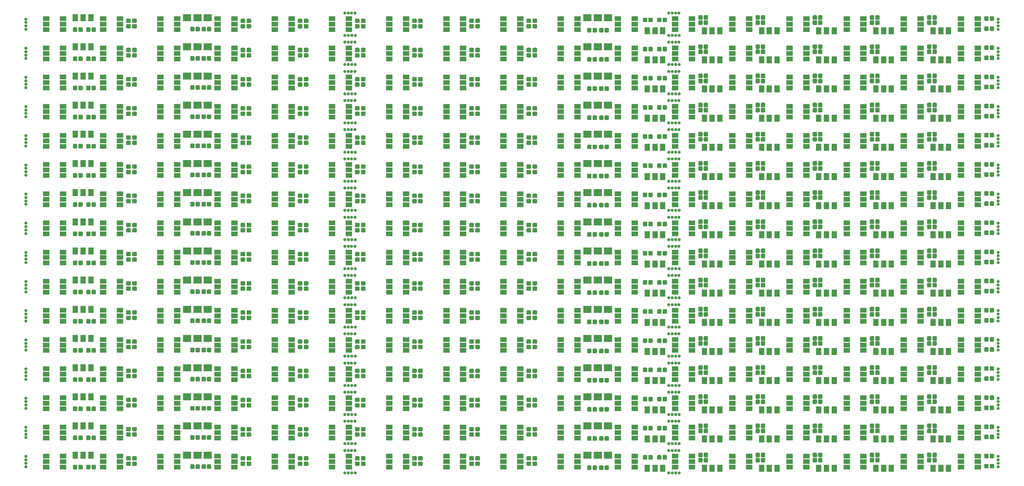
<source format=gbr>
G04 #@! TF.GenerationSoftware,KiCad,Pcbnew,(5.1.0-0)*
G04 #@! TF.CreationDate,2019-05-15T00:47:19-07:00*
G04 #@! TF.ProjectId,EOutside,454f7574-7369-4646-952e-6b696361645f,rev?*
G04 #@! TF.SameCoordinates,Original*
G04 #@! TF.FileFunction,Soldermask,Top*
G04 #@! TF.FilePolarity,Negative*
%FSLAX46Y46*%
G04 Gerber Fmt 4.6, Leading zero omitted, Abs format (unit mm)*
G04 Created by KiCad (PCBNEW (5.1.0-0)) date 2019-05-15 00:47:19*
%MOMM*%
%LPD*%
G04 APERTURE LIST*
%ADD10R,1.900000X1.400000*%
%ADD11R,1.650000X2.150000*%
%ADD12C,0.050000*%
%ADD13C,1.275000*%
%ADD14C,0.900000*%
%ADD15R,2.400000X2.150000*%
G04 APERTURE END LIST*
D10*
X228950047Y-233250228D03*
X228950047Y-234850228D03*
X228950047Y-236450228D03*
X233850047Y-233250228D03*
X233850047Y-234850228D03*
X233850047Y-236450228D03*
D11*
X325316449Y-211250228D03*
X320816449Y-211250228D03*
X323066449Y-211250228D03*
D10*
X317183547Y-210950228D03*
X317183547Y-209350228D03*
X317183547Y-207750228D03*
X312283547Y-210950228D03*
X312283547Y-209350228D03*
X312283547Y-207750228D03*
D12*
G36*
X155112371Y-233226763D02*
G01*
X155143313Y-233231353D01*
X155173656Y-233238953D01*
X155203108Y-233249491D01*
X155231386Y-233262866D01*
X155258216Y-233278947D01*
X155283341Y-233297581D01*
X155306518Y-233318588D01*
X155327525Y-233341765D01*
X155346159Y-233366890D01*
X155362240Y-233393720D01*
X155375615Y-233421998D01*
X155386153Y-233451450D01*
X155393753Y-233481793D01*
X155398343Y-233512735D01*
X155399878Y-233543978D01*
X155399878Y-234181478D01*
X155398343Y-234212721D01*
X155393753Y-234243663D01*
X155386153Y-234274006D01*
X155375615Y-234303458D01*
X155362240Y-234331736D01*
X155346159Y-234358566D01*
X155327525Y-234383691D01*
X155306518Y-234406868D01*
X155283341Y-234427875D01*
X155258216Y-234446509D01*
X155231386Y-234462590D01*
X155203108Y-234475965D01*
X155173656Y-234486503D01*
X155143313Y-234494103D01*
X155112371Y-234498693D01*
X155081128Y-234500228D01*
X154368628Y-234500228D01*
X154337385Y-234498693D01*
X154306443Y-234494103D01*
X154276100Y-234486503D01*
X154246648Y-234475965D01*
X154218370Y-234462590D01*
X154191540Y-234446509D01*
X154166415Y-234427875D01*
X154143238Y-234406868D01*
X154122231Y-234383691D01*
X154103597Y-234358566D01*
X154087516Y-234331736D01*
X154074141Y-234303458D01*
X154063603Y-234274006D01*
X154056003Y-234243663D01*
X154051413Y-234212721D01*
X154049878Y-234181478D01*
X154049878Y-233543978D01*
X154051413Y-233512735D01*
X154056003Y-233481793D01*
X154063603Y-233451450D01*
X154074141Y-233421998D01*
X154087516Y-233393720D01*
X154103597Y-233366890D01*
X154122231Y-233341765D01*
X154143238Y-233318588D01*
X154166415Y-233297581D01*
X154191540Y-233278947D01*
X154218370Y-233262866D01*
X154246648Y-233249491D01*
X154276100Y-233238953D01*
X154306443Y-233231353D01*
X154337385Y-233226763D01*
X154368628Y-233225228D01*
X155081128Y-233225228D01*
X155112371Y-233226763D01*
X155112371Y-233226763D01*
G37*
D13*
X154724878Y-233862728D03*
D12*
G36*
X155112371Y-234801763D02*
G01*
X155143313Y-234806353D01*
X155173656Y-234813953D01*
X155203108Y-234824491D01*
X155231386Y-234837866D01*
X155258216Y-234853947D01*
X155283341Y-234872581D01*
X155306518Y-234893588D01*
X155327525Y-234916765D01*
X155346159Y-234941890D01*
X155362240Y-234968720D01*
X155375615Y-234996998D01*
X155386153Y-235026450D01*
X155393753Y-235056793D01*
X155398343Y-235087735D01*
X155399878Y-235118978D01*
X155399878Y-235756478D01*
X155398343Y-235787721D01*
X155393753Y-235818663D01*
X155386153Y-235849006D01*
X155375615Y-235878458D01*
X155362240Y-235906736D01*
X155346159Y-235933566D01*
X155327525Y-235958691D01*
X155306518Y-235981868D01*
X155283341Y-236002875D01*
X155258216Y-236021509D01*
X155231386Y-236037590D01*
X155203108Y-236050965D01*
X155173656Y-236061503D01*
X155143313Y-236069103D01*
X155112371Y-236073693D01*
X155081128Y-236075228D01*
X154368628Y-236075228D01*
X154337385Y-236073693D01*
X154306443Y-236069103D01*
X154276100Y-236061503D01*
X154246648Y-236050965D01*
X154218370Y-236037590D01*
X154191540Y-236021509D01*
X154166415Y-236002875D01*
X154143238Y-235981868D01*
X154122231Y-235958691D01*
X154103597Y-235933566D01*
X154087516Y-235906736D01*
X154074141Y-235878458D01*
X154063603Y-235849006D01*
X154056003Y-235818663D01*
X154051413Y-235787721D01*
X154049878Y-235756478D01*
X154049878Y-235118978D01*
X154051413Y-235087735D01*
X154056003Y-235056793D01*
X154063603Y-235026450D01*
X154074141Y-234996998D01*
X154087516Y-234968720D01*
X154103597Y-234941890D01*
X154122231Y-234916765D01*
X154143238Y-234893588D01*
X154166415Y-234872581D01*
X154191540Y-234853947D01*
X154218370Y-234837866D01*
X154246648Y-234824491D01*
X154276100Y-234813953D01*
X154306443Y-234806353D01*
X154337385Y-234801763D01*
X154368628Y-234800228D01*
X155081128Y-234800228D01*
X155112371Y-234801763D01*
X155112371Y-234801763D01*
G37*
D13*
X154724878Y-235437728D03*
D10*
X233850047Y-219450228D03*
X233850047Y-217850228D03*
X233850047Y-216250228D03*
X228950047Y-219450228D03*
X228950047Y-217850228D03*
X228950047Y-216250228D03*
X195616647Y-216250228D03*
X195616647Y-217850228D03*
X195616647Y-219450228D03*
X200516647Y-216250228D03*
X200516647Y-217850228D03*
X200516647Y-219450228D03*
D12*
G36*
X274712223Y-207426763D02*
G01*
X274743165Y-207431353D01*
X274773508Y-207438953D01*
X274802960Y-207449491D01*
X274831238Y-207462866D01*
X274858068Y-207478947D01*
X274883193Y-207497581D01*
X274906370Y-207518588D01*
X274927377Y-207541765D01*
X274946011Y-207566890D01*
X274962092Y-207593720D01*
X274975467Y-207621998D01*
X274986005Y-207651450D01*
X274993605Y-207681793D01*
X274998195Y-207712735D01*
X274999730Y-207743978D01*
X274999730Y-208456478D01*
X274998195Y-208487721D01*
X274993605Y-208518663D01*
X274986005Y-208549006D01*
X274975467Y-208578458D01*
X274962092Y-208606736D01*
X274946011Y-208633566D01*
X274927377Y-208658691D01*
X274906370Y-208681868D01*
X274883193Y-208702875D01*
X274858068Y-208721509D01*
X274831238Y-208737590D01*
X274802960Y-208750965D01*
X274773508Y-208761503D01*
X274743165Y-208769103D01*
X274712223Y-208773693D01*
X274680980Y-208775228D01*
X274043480Y-208775228D01*
X274012237Y-208773693D01*
X273981295Y-208769103D01*
X273950952Y-208761503D01*
X273921500Y-208750965D01*
X273893222Y-208737590D01*
X273866392Y-208721509D01*
X273841267Y-208702875D01*
X273818090Y-208681868D01*
X273797083Y-208658691D01*
X273778449Y-208633566D01*
X273762368Y-208606736D01*
X273748993Y-208578458D01*
X273738455Y-208549006D01*
X273730855Y-208518663D01*
X273726265Y-208487721D01*
X273724730Y-208456478D01*
X273724730Y-207743978D01*
X273726265Y-207712735D01*
X273730855Y-207681793D01*
X273738455Y-207651450D01*
X273748993Y-207621998D01*
X273762368Y-207593720D01*
X273778449Y-207566890D01*
X273797083Y-207541765D01*
X273818090Y-207518588D01*
X273841267Y-207497581D01*
X273866392Y-207478947D01*
X273893222Y-207462866D01*
X273921500Y-207449491D01*
X273950952Y-207438953D01*
X273981295Y-207431353D01*
X274012237Y-207426763D01*
X274043480Y-207425228D01*
X274680980Y-207425228D01*
X274712223Y-207426763D01*
X274712223Y-207426763D01*
G37*
D13*
X274362230Y-208100228D03*
D12*
G36*
X276287223Y-207426763D02*
G01*
X276318165Y-207431353D01*
X276348508Y-207438953D01*
X276377960Y-207449491D01*
X276406238Y-207462866D01*
X276433068Y-207478947D01*
X276458193Y-207497581D01*
X276481370Y-207518588D01*
X276502377Y-207541765D01*
X276521011Y-207566890D01*
X276537092Y-207593720D01*
X276550467Y-207621998D01*
X276561005Y-207651450D01*
X276568605Y-207681793D01*
X276573195Y-207712735D01*
X276574730Y-207743978D01*
X276574730Y-208456478D01*
X276573195Y-208487721D01*
X276568605Y-208518663D01*
X276561005Y-208549006D01*
X276550467Y-208578458D01*
X276537092Y-208606736D01*
X276521011Y-208633566D01*
X276502377Y-208658691D01*
X276481370Y-208681868D01*
X276458193Y-208702875D01*
X276433068Y-208721509D01*
X276406238Y-208737590D01*
X276377960Y-208750965D01*
X276348508Y-208761503D01*
X276318165Y-208769103D01*
X276287223Y-208773693D01*
X276255980Y-208775228D01*
X275618480Y-208775228D01*
X275587237Y-208773693D01*
X275556295Y-208769103D01*
X275525952Y-208761503D01*
X275496500Y-208750965D01*
X275468222Y-208737590D01*
X275441392Y-208721509D01*
X275416267Y-208702875D01*
X275393090Y-208681868D01*
X275372083Y-208658691D01*
X275353449Y-208633566D01*
X275337368Y-208606736D01*
X275323993Y-208578458D01*
X275313455Y-208549006D01*
X275305855Y-208518663D01*
X275301265Y-208487721D01*
X275299730Y-208456478D01*
X275299730Y-207743978D01*
X275301265Y-207712735D01*
X275305855Y-207681793D01*
X275313455Y-207651450D01*
X275323993Y-207621998D01*
X275337368Y-207593720D01*
X275353449Y-207566890D01*
X275372083Y-207541765D01*
X275393090Y-207518588D01*
X275416267Y-207497581D01*
X275441392Y-207478947D01*
X275468222Y-207462866D01*
X275496500Y-207449491D01*
X275525952Y-207438953D01*
X275556295Y-207431353D01*
X275587237Y-207426763D01*
X275618480Y-207425228D01*
X276255980Y-207425228D01*
X276287223Y-207426763D01*
X276287223Y-207426763D01*
G37*
D13*
X275937230Y-208100228D03*
D12*
G36*
X354932917Y-225226763D02*
G01*
X354963859Y-225231353D01*
X354994202Y-225238953D01*
X355023654Y-225249491D01*
X355051932Y-225262866D01*
X355078762Y-225278947D01*
X355103887Y-225297581D01*
X355127064Y-225318588D01*
X355148071Y-225341765D01*
X355166705Y-225366890D01*
X355182786Y-225393720D01*
X355196161Y-225421998D01*
X355206699Y-225451450D01*
X355214299Y-225481793D01*
X355218889Y-225512735D01*
X355220424Y-225543978D01*
X355220424Y-226256478D01*
X355218889Y-226287721D01*
X355214299Y-226318663D01*
X355206699Y-226349006D01*
X355196161Y-226378458D01*
X355182786Y-226406736D01*
X355166705Y-226433566D01*
X355148071Y-226458691D01*
X355127064Y-226481868D01*
X355103887Y-226502875D01*
X355078762Y-226521509D01*
X355051932Y-226537590D01*
X355023654Y-226550965D01*
X354994202Y-226561503D01*
X354963859Y-226569103D01*
X354932917Y-226573693D01*
X354901674Y-226575228D01*
X354264174Y-226575228D01*
X354232931Y-226573693D01*
X354201989Y-226569103D01*
X354171646Y-226561503D01*
X354142194Y-226550965D01*
X354113916Y-226537590D01*
X354087086Y-226521509D01*
X354061961Y-226502875D01*
X354038784Y-226481868D01*
X354017777Y-226458691D01*
X353999143Y-226433566D01*
X353983062Y-226406736D01*
X353969687Y-226378458D01*
X353959149Y-226349006D01*
X353951549Y-226318663D01*
X353946959Y-226287721D01*
X353945424Y-226256478D01*
X353945424Y-225543978D01*
X353946959Y-225512735D01*
X353951549Y-225481793D01*
X353959149Y-225451450D01*
X353969687Y-225421998D01*
X353983062Y-225393720D01*
X353999143Y-225366890D01*
X354017777Y-225341765D01*
X354038784Y-225318588D01*
X354061961Y-225297581D01*
X354087086Y-225278947D01*
X354113916Y-225262866D01*
X354142194Y-225249491D01*
X354171646Y-225238953D01*
X354201989Y-225231353D01*
X354232931Y-225226763D01*
X354264174Y-225225228D01*
X354901674Y-225225228D01*
X354932917Y-225226763D01*
X354932917Y-225226763D01*
G37*
D13*
X354582924Y-225900228D03*
D12*
G36*
X353357917Y-225226763D02*
G01*
X353388859Y-225231353D01*
X353419202Y-225238953D01*
X353448654Y-225249491D01*
X353476932Y-225262866D01*
X353503762Y-225278947D01*
X353528887Y-225297581D01*
X353552064Y-225318588D01*
X353573071Y-225341765D01*
X353591705Y-225366890D01*
X353607786Y-225393720D01*
X353621161Y-225421998D01*
X353631699Y-225451450D01*
X353639299Y-225481793D01*
X353643889Y-225512735D01*
X353645424Y-225543978D01*
X353645424Y-226256478D01*
X353643889Y-226287721D01*
X353639299Y-226318663D01*
X353631699Y-226349006D01*
X353621161Y-226378458D01*
X353607786Y-226406736D01*
X353591705Y-226433566D01*
X353573071Y-226458691D01*
X353552064Y-226481868D01*
X353528887Y-226502875D01*
X353503762Y-226521509D01*
X353476932Y-226537590D01*
X353448654Y-226550965D01*
X353419202Y-226561503D01*
X353388859Y-226569103D01*
X353357917Y-226573693D01*
X353326674Y-226575228D01*
X352689174Y-226575228D01*
X352657931Y-226573693D01*
X352626989Y-226569103D01*
X352596646Y-226561503D01*
X352567194Y-226550965D01*
X352538916Y-226537590D01*
X352512086Y-226521509D01*
X352486961Y-226502875D01*
X352463784Y-226481868D01*
X352442777Y-226458691D01*
X352424143Y-226433566D01*
X352408062Y-226406736D01*
X352394687Y-226378458D01*
X352384149Y-226349006D01*
X352376549Y-226318663D01*
X352371959Y-226287721D01*
X352370424Y-226256478D01*
X352370424Y-225543978D01*
X352371959Y-225512735D01*
X352376549Y-225481793D01*
X352384149Y-225451450D01*
X352394687Y-225421998D01*
X352408062Y-225393720D01*
X352424143Y-225366890D01*
X352442777Y-225341765D01*
X352463784Y-225318588D01*
X352486961Y-225297581D01*
X352512086Y-225278947D01*
X352538916Y-225262866D01*
X352567194Y-225249491D01*
X352596646Y-225238953D01*
X352626989Y-225231353D01*
X352657931Y-225226763D01*
X352689174Y-225225228D01*
X353326674Y-225225228D01*
X353357917Y-225226763D01*
X353357917Y-225226763D01*
G37*
D13*
X353007924Y-225900228D03*
D10*
X150516547Y-227950228D03*
X150516547Y-226350228D03*
X150516547Y-224750228D03*
X145616547Y-227950228D03*
X145616547Y-226350228D03*
X145616547Y-224750228D03*
X350515393Y-227950228D03*
X350515393Y-226350228D03*
X350515393Y-224750228D03*
X345615393Y-227950228D03*
X345615393Y-226350228D03*
X345615393Y-224750228D03*
X278950147Y-233250228D03*
X278950147Y-234850228D03*
X278950147Y-236450228D03*
X283850147Y-233250228D03*
X283850147Y-234850228D03*
X283850147Y-236450228D03*
D12*
G36*
X203354140Y-217801763D02*
G01*
X203385082Y-217806353D01*
X203415425Y-217813953D01*
X203444877Y-217824491D01*
X203473155Y-217837866D01*
X203499985Y-217853947D01*
X203525110Y-217872581D01*
X203548287Y-217893588D01*
X203569294Y-217916765D01*
X203587928Y-217941890D01*
X203604009Y-217968720D01*
X203617384Y-217996998D01*
X203627922Y-218026450D01*
X203635522Y-218056793D01*
X203640112Y-218087735D01*
X203641647Y-218118978D01*
X203641647Y-218756478D01*
X203640112Y-218787721D01*
X203635522Y-218818663D01*
X203627922Y-218849006D01*
X203617384Y-218878458D01*
X203604009Y-218906736D01*
X203587928Y-218933566D01*
X203569294Y-218958691D01*
X203548287Y-218981868D01*
X203525110Y-219002875D01*
X203499985Y-219021509D01*
X203473155Y-219037590D01*
X203444877Y-219050965D01*
X203415425Y-219061503D01*
X203385082Y-219069103D01*
X203354140Y-219073693D01*
X203322897Y-219075228D01*
X202610397Y-219075228D01*
X202579154Y-219073693D01*
X202548212Y-219069103D01*
X202517869Y-219061503D01*
X202488417Y-219050965D01*
X202460139Y-219037590D01*
X202433309Y-219021509D01*
X202408184Y-219002875D01*
X202385007Y-218981868D01*
X202364000Y-218958691D01*
X202345366Y-218933566D01*
X202329285Y-218906736D01*
X202315910Y-218878458D01*
X202305372Y-218849006D01*
X202297772Y-218818663D01*
X202293182Y-218787721D01*
X202291647Y-218756478D01*
X202291647Y-218118978D01*
X202293182Y-218087735D01*
X202297772Y-218056793D01*
X202305372Y-218026450D01*
X202315910Y-217996998D01*
X202329285Y-217968720D01*
X202345366Y-217941890D01*
X202364000Y-217916765D01*
X202385007Y-217893588D01*
X202408184Y-217872581D01*
X202433309Y-217853947D01*
X202460139Y-217837866D01*
X202488417Y-217824491D01*
X202517869Y-217813953D01*
X202548212Y-217806353D01*
X202579154Y-217801763D01*
X202610397Y-217800228D01*
X203322897Y-217800228D01*
X203354140Y-217801763D01*
X203354140Y-217801763D01*
G37*
D13*
X202966647Y-218437728D03*
D12*
G36*
X203354140Y-216226763D02*
G01*
X203385082Y-216231353D01*
X203415425Y-216238953D01*
X203444877Y-216249491D01*
X203473155Y-216262866D01*
X203499985Y-216278947D01*
X203525110Y-216297581D01*
X203548287Y-216318588D01*
X203569294Y-216341765D01*
X203587928Y-216366890D01*
X203604009Y-216393720D01*
X203617384Y-216421998D01*
X203627922Y-216451450D01*
X203635522Y-216481793D01*
X203640112Y-216512735D01*
X203641647Y-216543978D01*
X203641647Y-217181478D01*
X203640112Y-217212721D01*
X203635522Y-217243663D01*
X203627922Y-217274006D01*
X203617384Y-217303458D01*
X203604009Y-217331736D01*
X203587928Y-217358566D01*
X203569294Y-217383691D01*
X203548287Y-217406868D01*
X203525110Y-217427875D01*
X203499985Y-217446509D01*
X203473155Y-217462590D01*
X203444877Y-217475965D01*
X203415425Y-217486503D01*
X203385082Y-217494103D01*
X203354140Y-217498693D01*
X203322897Y-217500228D01*
X202610397Y-217500228D01*
X202579154Y-217498693D01*
X202548212Y-217494103D01*
X202517869Y-217486503D01*
X202488417Y-217475965D01*
X202460139Y-217462590D01*
X202433309Y-217446509D01*
X202408184Y-217427875D01*
X202385007Y-217406868D01*
X202364000Y-217383691D01*
X202345366Y-217358566D01*
X202329285Y-217331736D01*
X202315910Y-217303458D01*
X202305372Y-217274006D01*
X202297772Y-217243663D01*
X202293182Y-217212721D01*
X202291647Y-217181478D01*
X202291647Y-216543978D01*
X202293182Y-216512735D01*
X202297772Y-216481793D01*
X202305372Y-216451450D01*
X202315910Y-216421998D01*
X202329285Y-216393720D01*
X202345366Y-216366890D01*
X202364000Y-216341765D01*
X202385007Y-216318588D01*
X202408184Y-216297581D01*
X202433309Y-216278947D01*
X202460139Y-216262866D01*
X202488417Y-216249491D01*
X202517869Y-216238953D01*
X202548212Y-216231353D01*
X202579154Y-216226763D01*
X202610397Y-216225228D01*
X203322897Y-216225228D01*
X203354140Y-216226763D01*
X203354140Y-216226763D01*
G37*
D13*
X202966647Y-216862728D03*
D12*
G36*
X220020840Y-217801763D02*
G01*
X220051782Y-217806353D01*
X220082125Y-217813953D01*
X220111577Y-217824491D01*
X220139855Y-217837866D01*
X220166685Y-217853947D01*
X220191810Y-217872581D01*
X220214987Y-217893588D01*
X220235994Y-217916765D01*
X220254628Y-217941890D01*
X220270709Y-217968720D01*
X220284084Y-217996998D01*
X220294622Y-218026450D01*
X220302222Y-218056793D01*
X220306812Y-218087735D01*
X220308347Y-218118978D01*
X220308347Y-218756478D01*
X220306812Y-218787721D01*
X220302222Y-218818663D01*
X220294622Y-218849006D01*
X220284084Y-218878458D01*
X220270709Y-218906736D01*
X220254628Y-218933566D01*
X220235994Y-218958691D01*
X220214987Y-218981868D01*
X220191810Y-219002875D01*
X220166685Y-219021509D01*
X220139855Y-219037590D01*
X220111577Y-219050965D01*
X220082125Y-219061503D01*
X220051782Y-219069103D01*
X220020840Y-219073693D01*
X219989597Y-219075228D01*
X219277097Y-219075228D01*
X219245854Y-219073693D01*
X219214912Y-219069103D01*
X219184569Y-219061503D01*
X219155117Y-219050965D01*
X219126839Y-219037590D01*
X219100009Y-219021509D01*
X219074884Y-219002875D01*
X219051707Y-218981868D01*
X219030700Y-218958691D01*
X219012066Y-218933566D01*
X218995985Y-218906736D01*
X218982610Y-218878458D01*
X218972072Y-218849006D01*
X218964472Y-218818663D01*
X218959882Y-218787721D01*
X218958347Y-218756478D01*
X218958347Y-218118978D01*
X218959882Y-218087735D01*
X218964472Y-218056793D01*
X218972072Y-218026450D01*
X218982610Y-217996998D01*
X218995985Y-217968720D01*
X219012066Y-217941890D01*
X219030700Y-217916765D01*
X219051707Y-217893588D01*
X219074884Y-217872581D01*
X219100009Y-217853947D01*
X219126839Y-217837866D01*
X219155117Y-217824491D01*
X219184569Y-217813953D01*
X219214912Y-217806353D01*
X219245854Y-217801763D01*
X219277097Y-217800228D01*
X219989597Y-217800228D01*
X220020840Y-217801763D01*
X220020840Y-217801763D01*
G37*
D13*
X219633347Y-218437728D03*
D12*
G36*
X220020840Y-216226763D02*
G01*
X220051782Y-216231353D01*
X220082125Y-216238953D01*
X220111577Y-216249491D01*
X220139855Y-216262866D01*
X220166685Y-216278947D01*
X220191810Y-216297581D01*
X220214987Y-216318588D01*
X220235994Y-216341765D01*
X220254628Y-216366890D01*
X220270709Y-216393720D01*
X220284084Y-216421998D01*
X220294622Y-216451450D01*
X220302222Y-216481793D01*
X220306812Y-216512735D01*
X220308347Y-216543978D01*
X220308347Y-217181478D01*
X220306812Y-217212721D01*
X220302222Y-217243663D01*
X220294622Y-217274006D01*
X220284084Y-217303458D01*
X220270709Y-217331736D01*
X220254628Y-217358566D01*
X220235994Y-217383691D01*
X220214987Y-217406868D01*
X220191810Y-217427875D01*
X220166685Y-217446509D01*
X220139855Y-217462590D01*
X220111577Y-217475965D01*
X220082125Y-217486503D01*
X220051782Y-217494103D01*
X220020840Y-217498693D01*
X219989597Y-217500228D01*
X219277097Y-217500228D01*
X219245854Y-217498693D01*
X219214912Y-217494103D01*
X219184569Y-217486503D01*
X219155117Y-217475965D01*
X219126839Y-217462590D01*
X219100009Y-217446509D01*
X219074884Y-217427875D01*
X219051707Y-217406868D01*
X219030700Y-217383691D01*
X219012066Y-217358566D01*
X218995985Y-217331736D01*
X218982610Y-217303458D01*
X218972072Y-217274006D01*
X218964472Y-217243663D01*
X218959882Y-217212721D01*
X218958347Y-217181478D01*
X218958347Y-216543978D01*
X218959882Y-216512735D01*
X218964472Y-216481793D01*
X218972072Y-216451450D01*
X218982610Y-216421998D01*
X218995985Y-216393720D01*
X219012066Y-216366890D01*
X219030700Y-216341765D01*
X219051707Y-216318588D01*
X219074884Y-216297581D01*
X219100009Y-216278947D01*
X219126839Y-216262866D01*
X219155117Y-216249491D01*
X219184569Y-216238953D01*
X219214912Y-216231353D01*
X219245854Y-216226763D01*
X219277097Y-216225228D01*
X219989597Y-216225228D01*
X220020840Y-216226763D01*
X220020840Y-216226763D01*
G37*
D13*
X219633347Y-216862728D03*
D10*
X328950247Y-224750228D03*
X328950247Y-226350228D03*
X328950247Y-227950228D03*
X333850247Y-224750228D03*
X333850247Y-226350228D03*
X333850247Y-227950228D03*
D12*
G36*
X286691388Y-208226763D02*
G01*
X286722330Y-208231353D01*
X286752673Y-208238953D01*
X286782125Y-208249491D01*
X286810403Y-208262866D01*
X286837233Y-208278947D01*
X286862358Y-208297581D01*
X286885535Y-208318588D01*
X286906542Y-208341765D01*
X286925176Y-208366890D01*
X286941257Y-208393720D01*
X286954632Y-208421998D01*
X286965170Y-208451450D01*
X286972770Y-208481793D01*
X286977360Y-208512735D01*
X286978895Y-208543978D01*
X286978895Y-209256478D01*
X286977360Y-209287721D01*
X286972770Y-209318663D01*
X286965170Y-209349006D01*
X286954632Y-209378458D01*
X286941257Y-209406736D01*
X286925176Y-209433566D01*
X286906542Y-209458691D01*
X286885535Y-209481868D01*
X286862358Y-209502875D01*
X286837233Y-209521509D01*
X286810403Y-209537590D01*
X286782125Y-209550965D01*
X286752673Y-209561503D01*
X286722330Y-209569103D01*
X286691388Y-209573693D01*
X286660145Y-209575228D01*
X286022645Y-209575228D01*
X285991402Y-209573693D01*
X285960460Y-209569103D01*
X285930117Y-209561503D01*
X285900665Y-209550965D01*
X285872387Y-209537590D01*
X285845557Y-209521509D01*
X285820432Y-209502875D01*
X285797255Y-209481868D01*
X285776248Y-209458691D01*
X285757614Y-209433566D01*
X285741533Y-209406736D01*
X285728158Y-209378458D01*
X285717620Y-209349006D01*
X285710020Y-209318663D01*
X285705430Y-209287721D01*
X285703895Y-209256478D01*
X285703895Y-208543978D01*
X285705430Y-208512735D01*
X285710020Y-208481793D01*
X285717620Y-208451450D01*
X285728158Y-208421998D01*
X285741533Y-208393720D01*
X285757614Y-208366890D01*
X285776248Y-208341765D01*
X285797255Y-208318588D01*
X285820432Y-208297581D01*
X285845557Y-208278947D01*
X285872387Y-208262866D01*
X285900665Y-208249491D01*
X285930117Y-208238953D01*
X285960460Y-208231353D01*
X285991402Y-208226763D01*
X286022645Y-208225228D01*
X286660145Y-208225228D01*
X286691388Y-208226763D01*
X286691388Y-208226763D01*
G37*
D13*
X286341395Y-208900228D03*
D12*
G36*
X288266388Y-208226763D02*
G01*
X288297330Y-208231353D01*
X288327673Y-208238953D01*
X288357125Y-208249491D01*
X288385403Y-208262866D01*
X288412233Y-208278947D01*
X288437358Y-208297581D01*
X288460535Y-208318588D01*
X288481542Y-208341765D01*
X288500176Y-208366890D01*
X288516257Y-208393720D01*
X288529632Y-208421998D01*
X288540170Y-208451450D01*
X288547770Y-208481793D01*
X288552360Y-208512735D01*
X288553895Y-208543978D01*
X288553895Y-209256478D01*
X288552360Y-209287721D01*
X288547770Y-209318663D01*
X288540170Y-209349006D01*
X288529632Y-209378458D01*
X288516257Y-209406736D01*
X288500176Y-209433566D01*
X288481542Y-209458691D01*
X288460535Y-209481868D01*
X288437358Y-209502875D01*
X288412233Y-209521509D01*
X288385403Y-209537590D01*
X288357125Y-209550965D01*
X288327673Y-209561503D01*
X288297330Y-209569103D01*
X288266388Y-209573693D01*
X288235145Y-209575228D01*
X287597645Y-209575228D01*
X287566402Y-209573693D01*
X287535460Y-209569103D01*
X287505117Y-209561503D01*
X287475665Y-209550965D01*
X287447387Y-209537590D01*
X287420557Y-209521509D01*
X287395432Y-209502875D01*
X287372255Y-209481868D01*
X287351248Y-209458691D01*
X287332614Y-209433566D01*
X287316533Y-209406736D01*
X287303158Y-209378458D01*
X287292620Y-209349006D01*
X287285020Y-209318663D01*
X287280430Y-209287721D01*
X287278895Y-209256478D01*
X287278895Y-208543978D01*
X287280430Y-208512735D01*
X287285020Y-208481793D01*
X287292620Y-208451450D01*
X287303158Y-208421998D01*
X287316533Y-208393720D01*
X287332614Y-208366890D01*
X287351248Y-208341765D01*
X287372255Y-208318588D01*
X287395432Y-208297581D01*
X287420557Y-208278947D01*
X287447387Y-208262866D01*
X287475665Y-208249491D01*
X287505117Y-208238953D01*
X287535460Y-208231353D01*
X287566402Y-208226763D01*
X287597645Y-208225228D01*
X288235145Y-208225228D01*
X288266388Y-208226763D01*
X288266388Y-208226763D01*
G37*
D13*
X287916395Y-208900228D03*
D12*
G36*
X303358054Y-208226763D02*
G01*
X303388996Y-208231353D01*
X303419339Y-208238953D01*
X303448791Y-208249491D01*
X303477069Y-208262866D01*
X303503899Y-208278947D01*
X303529024Y-208297581D01*
X303552201Y-208318588D01*
X303573208Y-208341765D01*
X303591842Y-208366890D01*
X303607923Y-208393720D01*
X303621298Y-208421998D01*
X303631836Y-208451450D01*
X303639436Y-208481793D01*
X303644026Y-208512735D01*
X303645561Y-208543978D01*
X303645561Y-209256478D01*
X303644026Y-209287721D01*
X303639436Y-209318663D01*
X303631836Y-209349006D01*
X303621298Y-209378458D01*
X303607923Y-209406736D01*
X303591842Y-209433566D01*
X303573208Y-209458691D01*
X303552201Y-209481868D01*
X303529024Y-209502875D01*
X303503899Y-209521509D01*
X303477069Y-209537590D01*
X303448791Y-209550965D01*
X303419339Y-209561503D01*
X303388996Y-209569103D01*
X303358054Y-209573693D01*
X303326811Y-209575228D01*
X302689311Y-209575228D01*
X302658068Y-209573693D01*
X302627126Y-209569103D01*
X302596783Y-209561503D01*
X302567331Y-209550965D01*
X302539053Y-209537590D01*
X302512223Y-209521509D01*
X302487098Y-209502875D01*
X302463921Y-209481868D01*
X302442914Y-209458691D01*
X302424280Y-209433566D01*
X302408199Y-209406736D01*
X302394824Y-209378458D01*
X302384286Y-209349006D01*
X302376686Y-209318663D01*
X302372096Y-209287721D01*
X302370561Y-209256478D01*
X302370561Y-208543978D01*
X302372096Y-208512735D01*
X302376686Y-208481793D01*
X302384286Y-208451450D01*
X302394824Y-208421998D01*
X302408199Y-208393720D01*
X302424280Y-208366890D01*
X302442914Y-208341765D01*
X302463921Y-208318588D01*
X302487098Y-208297581D01*
X302512223Y-208278947D01*
X302539053Y-208262866D01*
X302567331Y-208249491D01*
X302596783Y-208238953D01*
X302627126Y-208231353D01*
X302658068Y-208226763D01*
X302689311Y-208225228D01*
X303326811Y-208225228D01*
X303358054Y-208226763D01*
X303358054Y-208226763D01*
G37*
D13*
X303008061Y-208900228D03*
D12*
G36*
X304933054Y-208226763D02*
G01*
X304963996Y-208231353D01*
X304994339Y-208238953D01*
X305023791Y-208249491D01*
X305052069Y-208262866D01*
X305078899Y-208278947D01*
X305104024Y-208297581D01*
X305127201Y-208318588D01*
X305148208Y-208341765D01*
X305166842Y-208366890D01*
X305182923Y-208393720D01*
X305196298Y-208421998D01*
X305206836Y-208451450D01*
X305214436Y-208481793D01*
X305219026Y-208512735D01*
X305220561Y-208543978D01*
X305220561Y-209256478D01*
X305219026Y-209287721D01*
X305214436Y-209318663D01*
X305206836Y-209349006D01*
X305196298Y-209378458D01*
X305182923Y-209406736D01*
X305166842Y-209433566D01*
X305148208Y-209458691D01*
X305127201Y-209481868D01*
X305104024Y-209502875D01*
X305078899Y-209521509D01*
X305052069Y-209537590D01*
X305023791Y-209550965D01*
X304994339Y-209561503D01*
X304963996Y-209569103D01*
X304933054Y-209573693D01*
X304901811Y-209575228D01*
X304264311Y-209575228D01*
X304233068Y-209573693D01*
X304202126Y-209569103D01*
X304171783Y-209561503D01*
X304142331Y-209550965D01*
X304114053Y-209537590D01*
X304087223Y-209521509D01*
X304062098Y-209502875D01*
X304038921Y-209481868D01*
X304017914Y-209458691D01*
X303999280Y-209433566D01*
X303983199Y-209406736D01*
X303969824Y-209378458D01*
X303959286Y-209349006D01*
X303951686Y-209318663D01*
X303947096Y-209287721D01*
X303945561Y-209256478D01*
X303945561Y-208543978D01*
X303947096Y-208512735D01*
X303951686Y-208481793D01*
X303959286Y-208451450D01*
X303969824Y-208421998D01*
X303983199Y-208393720D01*
X303999280Y-208366890D01*
X304017914Y-208341765D01*
X304038921Y-208318588D01*
X304062098Y-208297581D01*
X304087223Y-208278947D01*
X304114053Y-208262866D01*
X304142331Y-208249491D01*
X304171783Y-208238953D01*
X304202126Y-208231353D01*
X304233068Y-208226763D01*
X304264311Y-208225228D01*
X304901811Y-208225228D01*
X304933054Y-208226763D01*
X304933054Y-208226763D01*
G37*
D13*
X304583061Y-208900228D03*
D10*
X117183147Y-210950228D03*
X117183147Y-209350228D03*
X117183147Y-207750228D03*
X112283147Y-210950228D03*
X112283147Y-209350228D03*
X112283147Y-207750228D03*
D12*
G36*
X286691388Y-206726763D02*
G01*
X286722330Y-206731353D01*
X286752673Y-206738953D01*
X286782125Y-206749491D01*
X286810403Y-206762866D01*
X286837233Y-206778947D01*
X286862358Y-206797581D01*
X286885535Y-206818588D01*
X286906542Y-206841765D01*
X286925176Y-206866890D01*
X286941257Y-206893720D01*
X286954632Y-206921998D01*
X286965170Y-206951450D01*
X286972770Y-206981793D01*
X286977360Y-207012735D01*
X286978895Y-207043978D01*
X286978895Y-207756478D01*
X286977360Y-207787721D01*
X286972770Y-207818663D01*
X286965170Y-207849006D01*
X286954632Y-207878458D01*
X286941257Y-207906736D01*
X286925176Y-207933566D01*
X286906542Y-207958691D01*
X286885535Y-207981868D01*
X286862358Y-208002875D01*
X286837233Y-208021509D01*
X286810403Y-208037590D01*
X286782125Y-208050965D01*
X286752673Y-208061503D01*
X286722330Y-208069103D01*
X286691388Y-208073693D01*
X286660145Y-208075228D01*
X286022645Y-208075228D01*
X285991402Y-208073693D01*
X285960460Y-208069103D01*
X285930117Y-208061503D01*
X285900665Y-208050965D01*
X285872387Y-208037590D01*
X285845557Y-208021509D01*
X285820432Y-208002875D01*
X285797255Y-207981868D01*
X285776248Y-207958691D01*
X285757614Y-207933566D01*
X285741533Y-207906736D01*
X285728158Y-207878458D01*
X285717620Y-207849006D01*
X285710020Y-207818663D01*
X285705430Y-207787721D01*
X285703895Y-207756478D01*
X285703895Y-207043978D01*
X285705430Y-207012735D01*
X285710020Y-206981793D01*
X285717620Y-206951450D01*
X285728158Y-206921998D01*
X285741533Y-206893720D01*
X285757614Y-206866890D01*
X285776248Y-206841765D01*
X285797255Y-206818588D01*
X285820432Y-206797581D01*
X285845557Y-206778947D01*
X285872387Y-206762866D01*
X285900665Y-206749491D01*
X285930117Y-206738953D01*
X285960460Y-206731353D01*
X285991402Y-206726763D01*
X286022645Y-206725228D01*
X286660145Y-206725228D01*
X286691388Y-206726763D01*
X286691388Y-206726763D01*
G37*
D13*
X286341395Y-207400228D03*
D12*
G36*
X288266388Y-206726763D02*
G01*
X288297330Y-206731353D01*
X288327673Y-206738953D01*
X288357125Y-206749491D01*
X288385403Y-206762866D01*
X288412233Y-206778947D01*
X288437358Y-206797581D01*
X288460535Y-206818588D01*
X288481542Y-206841765D01*
X288500176Y-206866890D01*
X288516257Y-206893720D01*
X288529632Y-206921998D01*
X288540170Y-206951450D01*
X288547770Y-206981793D01*
X288552360Y-207012735D01*
X288553895Y-207043978D01*
X288553895Y-207756478D01*
X288552360Y-207787721D01*
X288547770Y-207818663D01*
X288540170Y-207849006D01*
X288529632Y-207878458D01*
X288516257Y-207906736D01*
X288500176Y-207933566D01*
X288481542Y-207958691D01*
X288460535Y-207981868D01*
X288437358Y-208002875D01*
X288412233Y-208021509D01*
X288385403Y-208037590D01*
X288357125Y-208050965D01*
X288327673Y-208061503D01*
X288297330Y-208069103D01*
X288266388Y-208073693D01*
X288235145Y-208075228D01*
X287597645Y-208075228D01*
X287566402Y-208073693D01*
X287535460Y-208069103D01*
X287505117Y-208061503D01*
X287475665Y-208050965D01*
X287447387Y-208037590D01*
X287420557Y-208021509D01*
X287395432Y-208002875D01*
X287372255Y-207981868D01*
X287351248Y-207958691D01*
X287332614Y-207933566D01*
X287316533Y-207906736D01*
X287303158Y-207878458D01*
X287292620Y-207849006D01*
X287285020Y-207818663D01*
X287280430Y-207787721D01*
X287278895Y-207756478D01*
X287278895Y-207043978D01*
X287280430Y-207012735D01*
X287285020Y-206981793D01*
X287292620Y-206951450D01*
X287303158Y-206921998D01*
X287316533Y-206893720D01*
X287332614Y-206866890D01*
X287351248Y-206841765D01*
X287372255Y-206818588D01*
X287395432Y-206797581D01*
X287420557Y-206778947D01*
X287447387Y-206762866D01*
X287475665Y-206749491D01*
X287505117Y-206738953D01*
X287535460Y-206731353D01*
X287566402Y-206726763D01*
X287597645Y-206725228D01*
X288235145Y-206725228D01*
X288266388Y-206726763D01*
X288266388Y-206726763D01*
G37*
D13*
X287916395Y-207400228D03*
D12*
G36*
X238445871Y-217801763D02*
G01*
X238476813Y-217806353D01*
X238507156Y-217813953D01*
X238536608Y-217824491D01*
X238564886Y-217837866D01*
X238591716Y-217853947D01*
X238616841Y-217872581D01*
X238640018Y-217893588D01*
X238661025Y-217916765D01*
X238679659Y-217941890D01*
X238695740Y-217968720D01*
X238709115Y-217996998D01*
X238719653Y-218026450D01*
X238727253Y-218056793D01*
X238731843Y-218087735D01*
X238733378Y-218118978D01*
X238733378Y-218756478D01*
X238731843Y-218787721D01*
X238727253Y-218818663D01*
X238719653Y-218849006D01*
X238709115Y-218878458D01*
X238695740Y-218906736D01*
X238679659Y-218933566D01*
X238661025Y-218958691D01*
X238640018Y-218981868D01*
X238616841Y-219002875D01*
X238591716Y-219021509D01*
X238564886Y-219037590D01*
X238536608Y-219050965D01*
X238507156Y-219061503D01*
X238476813Y-219069103D01*
X238445871Y-219073693D01*
X238414628Y-219075228D01*
X237702128Y-219075228D01*
X237670885Y-219073693D01*
X237639943Y-219069103D01*
X237609600Y-219061503D01*
X237580148Y-219050965D01*
X237551870Y-219037590D01*
X237525040Y-219021509D01*
X237499915Y-219002875D01*
X237476738Y-218981868D01*
X237455731Y-218958691D01*
X237437097Y-218933566D01*
X237421016Y-218906736D01*
X237407641Y-218878458D01*
X237397103Y-218849006D01*
X237389503Y-218818663D01*
X237384913Y-218787721D01*
X237383378Y-218756478D01*
X237383378Y-218118978D01*
X237384913Y-218087735D01*
X237389503Y-218056793D01*
X237397103Y-218026450D01*
X237407641Y-217996998D01*
X237421016Y-217968720D01*
X237437097Y-217941890D01*
X237455731Y-217916765D01*
X237476738Y-217893588D01*
X237499915Y-217872581D01*
X237525040Y-217853947D01*
X237551870Y-217837866D01*
X237580148Y-217824491D01*
X237609600Y-217813953D01*
X237639943Y-217806353D01*
X237670885Y-217801763D01*
X237702128Y-217800228D01*
X238414628Y-217800228D01*
X238445871Y-217801763D01*
X238445871Y-217801763D01*
G37*
D13*
X238058378Y-218437728D03*
D12*
G36*
X238445871Y-216226763D02*
G01*
X238476813Y-216231353D01*
X238507156Y-216238953D01*
X238536608Y-216249491D01*
X238564886Y-216262866D01*
X238591716Y-216278947D01*
X238616841Y-216297581D01*
X238640018Y-216318588D01*
X238661025Y-216341765D01*
X238679659Y-216366890D01*
X238695740Y-216393720D01*
X238709115Y-216421998D01*
X238719653Y-216451450D01*
X238727253Y-216481793D01*
X238731843Y-216512735D01*
X238733378Y-216543978D01*
X238733378Y-217181478D01*
X238731843Y-217212721D01*
X238727253Y-217243663D01*
X238719653Y-217274006D01*
X238709115Y-217303458D01*
X238695740Y-217331736D01*
X238679659Y-217358566D01*
X238661025Y-217383691D01*
X238640018Y-217406868D01*
X238616841Y-217427875D01*
X238591716Y-217446509D01*
X238564886Y-217462590D01*
X238536608Y-217475965D01*
X238507156Y-217486503D01*
X238476813Y-217494103D01*
X238445871Y-217498693D01*
X238414628Y-217500228D01*
X237702128Y-217500228D01*
X237670885Y-217498693D01*
X237639943Y-217494103D01*
X237609600Y-217486503D01*
X237580148Y-217475965D01*
X237551870Y-217462590D01*
X237525040Y-217446509D01*
X237499915Y-217427875D01*
X237476738Y-217406868D01*
X237455731Y-217383691D01*
X237437097Y-217358566D01*
X237421016Y-217331736D01*
X237407641Y-217303458D01*
X237397103Y-217274006D01*
X237389503Y-217243663D01*
X237384913Y-217212721D01*
X237383378Y-217181478D01*
X237383378Y-216543978D01*
X237384913Y-216512735D01*
X237389503Y-216481793D01*
X237397103Y-216451450D01*
X237407641Y-216421998D01*
X237421016Y-216393720D01*
X237437097Y-216366890D01*
X237455731Y-216341765D01*
X237476738Y-216318588D01*
X237499915Y-216297581D01*
X237525040Y-216278947D01*
X237551870Y-216262866D01*
X237580148Y-216249491D01*
X237609600Y-216238953D01*
X237639943Y-216231353D01*
X237670885Y-216226763D01*
X237702128Y-216225228D01*
X238414628Y-216225228D01*
X238445871Y-216226763D01*
X238445871Y-216226763D01*
G37*
D13*
X238058378Y-216862728D03*
D11*
X273066445Y-219750228D03*
X270816445Y-219750228D03*
X275316445Y-219750228D03*
X323066449Y-236750228D03*
X320816449Y-236750228D03*
X325316449Y-236750228D03*
X341959763Y-211250228D03*
X337459763Y-211250228D03*
X339709763Y-211250228D03*
D10*
X128949847Y-233250228D03*
X128949847Y-234850228D03*
X128949847Y-236450228D03*
X133849847Y-233250228D03*
X133849847Y-234850228D03*
X133849847Y-236450228D03*
D12*
G36*
X353357917Y-208226763D02*
G01*
X353388859Y-208231353D01*
X353419202Y-208238953D01*
X353448654Y-208249491D01*
X353476932Y-208262866D01*
X353503762Y-208278947D01*
X353528887Y-208297581D01*
X353552064Y-208318588D01*
X353573071Y-208341765D01*
X353591705Y-208366890D01*
X353607786Y-208393720D01*
X353621161Y-208421998D01*
X353631699Y-208451450D01*
X353639299Y-208481793D01*
X353643889Y-208512735D01*
X353645424Y-208543978D01*
X353645424Y-209256478D01*
X353643889Y-209287721D01*
X353639299Y-209318663D01*
X353631699Y-209349006D01*
X353621161Y-209378458D01*
X353607786Y-209406736D01*
X353591705Y-209433566D01*
X353573071Y-209458691D01*
X353552064Y-209481868D01*
X353528887Y-209502875D01*
X353503762Y-209521509D01*
X353476932Y-209537590D01*
X353448654Y-209550965D01*
X353419202Y-209561503D01*
X353388859Y-209569103D01*
X353357917Y-209573693D01*
X353326674Y-209575228D01*
X352689174Y-209575228D01*
X352657931Y-209573693D01*
X352626989Y-209569103D01*
X352596646Y-209561503D01*
X352567194Y-209550965D01*
X352538916Y-209537590D01*
X352512086Y-209521509D01*
X352486961Y-209502875D01*
X352463784Y-209481868D01*
X352442777Y-209458691D01*
X352424143Y-209433566D01*
X352408062Y-209406736D01*
X352394687Y-209378458D01*
X352384149Y-209349006D01*
X352376549Y-209318663D01*
X352371959Y-209287721D01*
X352370424Y-209256478D01*
X352370424Y-208543978D01*
X352371959Y-208512735D01*
X352376549Y-208481793D01*
X352384149Y-208451450D01*
X352394687Y-208421998D01*
X352408062Y-208393720D01*
X352424143Y-208366890D01*
X352442777Y-208341765D01*
X352463784Y-208318588D01*
X352486961Y-208297581D01*
X352512086Y-208278947D01*
X352538916Y-208262866D01*
X352567194Y-208249491D01*
X352596646Y-208238953D01*
X352626989Y-208231353D01*
X352657931Y-208226763D01*
X352689174Y-208225228D01*
X353326674Y-208225228D01*
X353357917Y-208226763D01*
X353357917Y-208226763D01*
G37*
D13*
X353007924Y-208900228D03*
D12*
G36*
X354932917Y-208226763D02*
G01*
X354963859Y-208231353D01*
X354994202Y-208238953D01*
X355023654Y-208249491D01*
X355051932Y-208262866D01*
X355078762Y-208278947D01*
X355103887Y-208297581D01*
X355127064Y-208318588D01*
X355148071Y-208341765D01*
X355166705Y-208366890D01*
X355182786Y-208393720D01*
X355196161Y-208421998D01*
X355206699Y-208451450D01*
X355214299Y-208481793D01*
X355218889Y-208512735D01*
X355220424Y-208543978D01*
X355220424Y-209256478D01*
X355218889Y-209287721D01*
X355214299Y-209318663D01*
X355206699Y-209349006D01*
X355196161Y-209378458D01*
X355182786Y-209406736D01*
X355166705Y-209433566D01*
X355148071Y-209458691D01*
X355127064Y-209481868D01*
X355103887Y-209502875D01*
X355078762Y-209521509D01*
X355051932Y-209537590D01*
X355023654Y-209550965D01*
X354994202Y-209561503D01*
X354963859Y-209569103D01*
X354932917Y-209573693D01*
X354901674Y-209575228D01*
X354264174Y-209575228D01*
X354232931Y-209573693D01*
X354201989Y-209569103D01*
X354171646Y-209561503D01*
X354142194Y-209550965D01*
X354113916Y-209537590D01*
X354087086Y-209521509D01*
X354061961Y-209502875D01*
X354038784Y-209481868D01*
X354017777Y-209458691D01*
X353999143Y-209433566D01*
X353983062Y-209406736D01*
X353969687Y-209378458D01*
X353959149Y-209349006D01*
X353951549Y-209318663D01*
X353946959Y-209287721D01*
X353945424Y-209256478D01*
X353945424Y-208543978D01*
X353946959Y-208512735D01*
X353951549Y-208481793D01*
X353959149Y-208451450D01*
X353969687Y-208421998D01*
X353983062Y-208393720D01*
X353999143Y-208366890D01*
X354017777Y-208341765D01*
X354038784Y-208318588D01*
X354061961Y-208297581D01*
X354087086Y-208278947D01*
X354113916Y-208262866D01*
X354142194Y-208249491D01*
X354171646Y-208238953D01*
X354201989Y-208231353D01*
X354232931Y-208226763D01*
X354264174Y-208225228D01*
X354901674Y-208225228D01*
X354932917Y-208226763D01*
X354932917Y-208226763D01*
G37*
D13*
X354582924Y-208900228D03*
D12*
G36*
X205112471Y-224726763D02*
G01*
X205143413Y-224731353D01*
X205173756Y-224738953D01*
X205203208Y-224749491D01*
X205231486Y-224762866D01*
X205258316Y-224778947D01*
X205283441Y-224797581D01*
X205306618Y-224818588D01*
X205327625Y-224841765D01*
X205346259Y-224866890D01*
X205362340Y-224893720D01*
X205375715Y-224921998D01*
X205386253Y-224951450D01*
X205393853Y-224981793D01*
X205398443Y-225012735D01*
X205399978Y-225043978D01*
X205399978Y-225681478D01*
X205398443Y-225712721D01*
X205393853Y-225743663D01*
X205386253Y-225774006D01*
X205375715Y-225803458D01*
X205362340Y-225831736D01*
X205346259Y-225858566D01*
X205327625Y-225883691D01*
X205306618Y-225906868D01*
X205283441Y-225927875D01*
X205258316Y-225946509D01*
X205231486Y-225962590D01*
X205203208Y-225975965D01*
X205173756Y-225986503D01*
X205143413Y-225994103D01*
X205112471Y-225998693D01*
X205081228Y-226000228D01*
X204368728Y-226000228D01*
X204337485Y-225998693D01*
X204306543Y-225994103D01*
X204276200Y-225986503D01*
X204246748Y-225975965D01*
X204218470Y-225962590D01*
X204191640Y-225946509D01*
X204166515Y-225927875D01*
X204143338Y-225906868D01*
X204122331Y-225883691D01*
X204103697Y-225858566D01*
X204087616Y-225831736D01*
X204074241Y-225803458D01*
X204063703Y-225774006D01*
X204056103Y-225743663D01*
X204051513Y-225712721D01*
X204049978Y-225681478D01*
X204049978Y-225043978D01*
X204051513Y-225012735D01*
X204056103Y-224981793D01*
X204063703Y-224951450D01*
X204074241Y-224921998D01*
X204087616Y-224893720D01*
X204103697Y-224866890D01*
X204122331Y-224841765D01*
X204143338Y-224818588D01*
X204166515Y-224797581D01*
X204191640Y-224778947D01*
X204218470Y-224762866D01*
X204246748Y-224749491D01*
X204276200Y-224738953D01*
X204306543Y-224731353D01*
X204337485Y-224726763D01*
X204368728Y-224725228D01*
X205081228Y-224725228D01*
X205112471Y-224726763D01*
X205112471Y-224726763D01*
G37*
D13*
X204724978Y-225362728D03*
D12*
G36*
X205112471Y-226301763D02*
G01*
X205143413Y-226306353D01*
X205173756Y-226313953D01*
X205203208Y-226324491D01*
X205231486Y-226337866D01*
X205258316Y-226353947D01*
X205283441Y-226372581D01*
X205306618Y-226393588D01*
X205327625Y-226416765D01*
X205346259Y-226441890D01*
X205362340Y-226468720D01*
X205375715Y-226496998D01*
X205386253Y-226526450D01*
X205393853Y-226556793D01*
X205398443Y-226587735D01*
X205399978Y-226618978D01*
X205399978Y-227256478D01*
X205398443Y-227287721D01*
X205393853Y-227318663D01*
X205386253Y-227349006D01*
X205375715Y-227378458D01*
X205362340Y-227406736D01*
X205346259Y-227433566D01*
X205327625Y-227458691D01*
X205306618Y-227481868D01*
X205283441Y-227502875D01*
X205258316Y-227521509D01*
X205231486Y-227537590D01*
X205203208Y-227550965D01*
X205173756Y-227561503D01*
X205143413Y-227569103D01*
X205112471Y-227573693D01*
X205081228Y-227575228D01*
X204368728Y-227575228D01*
X204337485Y-227573693D01*
X204306543Y-227569103D01*
X204276200Y-227561503D01*
X204246748Y-227550965D01*
X204218470Y-227537590D01*
X204191640Y-227521509D01*
X204166515Y-227502875D01*
X204143338Y-227481868D01*
X204122331Y-227458691D01*
X204103697Y-227433566D01*
X204087616Y-227406736D01*
X204074241Y-227378458D01*
X204063703Y-227349006D01*
X204056103Y-227318663D01*
X204051513Y-227287721D01*
X204049978Y-227256478D01*
X204049978Y-226618978D01*
X204051513Y-226587735D01*
X204056103Y-226556793D01*
X204063703Y-226526450D01*
X204074241Y-226496998D01*
X204087616Y-226468720D01*
X204103697Y-226441890D01*
X204122331Y-226416765D01*
X204143338Y-226393588D01*
X204166515Y-226372581D01*
X204191640Y-226353947D01*
X204218470Y-226337866D01*
X204246748Y-226324491D01*
X204276200Y-226313953D01*
X204306543Y-226306353D01*
X204337485Y-226301763D01*
X204368728Y-226300228D01*
X205081228Y-226300228D01*
X205112471Y-226301763D01*
X205112471Y-226301763D01*
G37*
D13*
X204724978Y-226937728D03*
D12*
G36*
X221779171Y-224726763D02*
G01*
X221810113Y-224731353D01*
X221840456Y-224738953D01*
X221869908Y-224749491D01*
X221898186Y-224762866D01*
X221925016Y-224778947D01*
X221950141Y-224797581D01*
X221973318Y-224818588D01*
X221994325Y-224841765D01*
X222012959Y-224866890D01*
X222029040Y-224893720D01*
X222042415Y-224921998D01*
X222052953Y-224951450D01*
X222060553Y-224981793D01*
X222065143Y-225012735D01*
X222066678Y-225043978D01*
X222066678Y-225681478D01*
X222065143Y-225712721D01*
X222060553Y-225743663D01*
X222052953Y-225774006D01*
X222042415Y-225803458D01*
X222029040Y-225831736D01*
X222012959Y-225858566D01*
X221994325Y-225883691D01*
X221973318Y-225906868D01*
X221950141Y-225927875D01*
X221925016Y-225946509D01*
X221898186Y-225962590D01*
X221869908Y-225975965D01*
X221840456Y-225986503D01*
X221810113Y-225994103D01*
X221779171Y-225998693D01*
X221747928Y-226000228D01*
X221035428Y-226000228D01*
X221004185Y-225998693D01*
X220973243Y-225994103D01*
X220942900Y-225986503D01*
X220913448Y-225975965D01*
X220885170Y-225962590D01*
X220858340Y-225946509D01*
X220833215Y-225927875D01*
X220810038Y-225906868D01*
X220789031Y-225883691D01*
X220770397Y-225858566D01*
X220754316Y-225831736D01*
X220740941Y-225803458D01*
X220730403Y-225774006D01*
X220722803Y-225743663D01*
X220718213Y-225712721D01*
X220716678Y-225681478D01*
X220716678Y-225043978D01*
X220718213Y-225012735D01*
X220722803Y-224981793D01*
X220730403Y-224951450D01*
X220740941Y-224921998D01*
X220754316Y-224893720D01*
X220770397Y-224866890D01*
X220789031Y-224841765D01*
X220810038Y-224818588D01*
X220833215Y-224797581D01*
X220858340Y-224778947D01*
X220885170Y-224762866D01*
X220913448Y-224749491D01*
X220942900Y-224738953D01*
X220973243Y-224731353D01*
X221004185Y-224726763D01*
X221035428Y-224725228D01*
X221747928Y-224725228D01*
X221779171Y-224726763D01*
X221779171Y-224726763D01*
G37*
D13*
X221391678Y-225362728D03*
D12*
G36*
X221779171Y-226301763D02*
G01*
X221810113Y-226306353D01*
X221840456Y-226313953D01*
X221869908Y-226324491D01*
X221898186Y-226337866D01*
X221925016Y-226353947D01*
X221950141Y-226372581D01*
X221973318Y-226393588D01*
X221994325Y-226416765D01*
X222012959Y-226441890D01*
X222029040Y-226468720D01*
X222042415Y-226496998D01*
X222052953Y-226526450D01*
X222060553Y-226556793D01*
X222065143Y-226587735D01*
X222066678Y-226618978D01*
X222066678Y-227256478D01*
X222065143Y-227287721D01*
X222060553Y-227318663D01*
X222052953Y-227349006D01*
X222042415Y-227378458D01*
X222029040Y-227406736D01*
X222012959Y-227433566D01*
X221994325Y-227458691D01*
X221973318Y-227481868D01*
X221950141Y-227502875D01*
X221925016Y-227521509D01*
X221898186Y-227537590D01*
X221869908Y-227550965D01*
X221840456Y-227561503D01*
X221810113Y-227569103D01*
X221779171Y-227573693D01*
X221747928Y-227575228D01*
X221035428Y-227575228D01*
X221004185Y-227573693D01*
X220973243Y-227569103D01*
X220942900Y-227561503D01*
X220913448Y-227550965D01*
X220885170Y-227537590D01*
X220858340Y-227521509D01*
X220833215Y-227502875D01*
X220810038Y-227481868D01*
X220789031Y-227458691D01*
X220770397Y-227433566D01*
X220754316Y-227406736D01*
X220740941Y-227378458D01*
X220730403Y-227349006D01*
X220722803Y-227318663D01*
X220718213Y-227287721D01*
X220716678Y-227256478D01*
X220716678Y-226618978D01*
X220718213Y-226587735D01*
X220722803Y-226556793D01*
X220730403Y-226526450D01*
X220740941Y-226496998D01*
X220754316Y-226468720D01*
X220770397Y-226441890D01*
X220789031Y-226416765D01*
X220810038Y-226393588D01*
X220833215Y-226372581D01*
X220858340Y-226353947D01*
X220885170Y-226337866D01*
X220913448Y-226324491D01*
X220942900Y-226313953D01*
X220973243Y-226306353D01*
X221004185Y-226301763D01*
X221035428Y-226300228D01*
X221747928Y-226300228D01*
X221779171Y-226301763D01*
X221779171Y-226301763D01*
G37*
D13*
X221391678Y-226937728D03*
D10*
X228950047Y-224750228D03*
X228950047Y-226350228D03*
X228950047Y-227950228D03*
X233850047Y-224750228D03*
X233850047Y-226350228D03*
X233850047Y-227950228D03*
D14*
X373091796Y-234350000D03*
X373091796Y-233350000D03*
X373091796Y-235350000D03*
X373091796Y-236350000D03*
D12*
G36*
X238445871Y-224726763D02*
G01*
X238476813Y-224731353D01*
X238507156Y-224738953D01*
X238536608Y-224749491D01*
X238564886Y-224762866D01*
X238591716Y-224778947D01*
X238616841Y-224797581D01*
X238640018Y-224818588D01*
X238661025Y-224841765D01*
X238679659Y-224866890D01*
X238695740Y-224893720D01*
X238709115Y-224921998D01*
X238719653Y-224951450D01*
X238727253Y-224981793D01*
X238731843Y-225012735D01*
X238733378Y-225043978D01*
X238733378Y-225681478D01*
X238731843Y-225712721D01*
X238727253Y-225743663D01*
X238719653Y-225774006D01*
X238709115Y-225803458D01*
X238695740Y-225831736D01*
X238679659Y-225858566D01*
X238661025Y-225883691D01*
X238640018Y-225906868D01*
X238616841Y-225927875D01*
X238591716Y-225946509D01*
X238564886Y-225962590D01*
X238536608Y-225975965D01*
X238507156Y-225986503D01*
X238476813Y-225994103D01*
X238445871Y-225998693D01*
X238414628Y-226000228D01*
X237702128Y-226000228D01*
X237670885Y-225998693D01*
X237639943Y-225994103D01*
X237609600Y-225986503D01*
X237580148Y-225975965D01*
X237551870Y-225962590D01*
X237525040Y-225946509D01*
X237499915Y-225927875D01*
X237476738Y-225906868D01*
X237455731Y-225883691D01*
X237437097Y-225858566D01*
X237421016Y-225831736D01*
X237407641Y-225803458D01*
X237397103Y-225774006D01*
X237389503Y-225743663D01*
X237384913Y-225712721D01*
X237383378Y-225681478D01*
X237383378Y-225043978D01*
X237384913Y-225012735D01*
X237389503Y-224981793D01*
X237397103Y-224951450D01*
X237407641Y-224921998D01*
X237421016Y-224893720D01*
X237437097Y-224866890D01*
X237455731Y-224841765D01*
X237476738Y-224818588D01*
X237499915Y-224797581D01*
X237525040Y-224778947D01*
X237551870Y-224762866D01*
X237580148Y-224749491D01*
X237609600Y-224738953D01*
X237639943Y-224731353D01*
X237670885Y-224726763D01*
X237702128Y-224725228D01*
X238414628Y-224725228D01*
X238445871Y-224726763D01*
X238445871Y-224726763D01*
G37*
D13*
X238058378Y-225362728D03*
D12*
G36*
X238445871Y-226301763D02*
G01*
X238476813Y-226306353D01*
X238507156Y-226313953D01*
X238536608Y-226324491D01*
X238564886Y-226337866D01*
X238591716Y-226353947D01*
X238616841Y-226372581D01*
X238640018Y-226393588D01*
X238661025Y-226416765D01*
X238679659Y-226441890D01*
X238695740Y-226468720D01*
X238709115Y-226496998D01*
X238719653Y-226526450D01*
X238727253Y-226556793D01*
X238731843Y-226587735D01*
X238733378Y-226618978D01*
X238733378Y-227256478D01*
X238731843Y-227287721D01*
X238727253Y-227318663D01*
X238719653Y-227349006D01*
X238709115Y-227378458D01*
X238695740Y-227406736D01*
X238679659Y-227433566D01*
X238661025Y-227458691D01*
X238640018Y-227481868D01*
X238616841Y-227502875D01*
X238591716Y-227521509D01*
X238564886Y-227537590D01*
X238536608Y-227550965D01*
X238507156Y-227561503D01*
X238476813Y-227569103D01*
X238445871Y-227573693D01*
X238414628Y-227575228D01*
X237702128Y-227575228D01*
X237670885Y-227573693D01*
X237639943Y-227569103D01*
X237609600Y-227561503D01*
X237580148Y-227550965D01*
X237551870Y-227537590D01*
X237525040Y-227521509D01*
X237499915Y-227502875D01*
X237476738Y-227481868D01*
X237455731Y-227458691D01*
X237437097Y-227433566D01*
X237421016Y-227406736D01*
X237407641Y-227378458D01*
X237397103Y-227349006D01*
X237389503Y-227318663D01*
X237384913Y-227287721D01*
X237383378Y-227256478D01*
X237383378Y-226618978D01*
X237384913Y-226587735D01*
X237389503Y-226556793D01*
X237397103Y-226526450D01*
X237407641Y-226496998D01*
X237421016Y-226468720D01*
X237437097Y-226441890D01*
X237455731Y-226416765D01*
X237476738Y-226393588D01*
X237499915Y-226372581D01*
X237525040Y-226353947D01*
X237551870Y-226337866D01*
X237580148Y-226324491D01*
X237609600Y-226313953D01*
X237639943Y-226306353D01*
X237670885Y-226301763D01*
X237702128Y-226300228D01*
X238414628Y-226300228D01*
X238445871Y-226301763D01*
X238445871Y-226301763D01*
G37*
D13*
X238058378Y-226937728D03*
D12*
G36*
X259370586Y-227426763D02*
G01*
X259401528Y-227431353D01*
X259431871Y-227438953D01*
X259461323Y-227449491D01*
X259489601Y-227462866D01*
X259516431Y-227478947D01*
X259541556Y-227497581D01*
X259564733Y-227518588D01*
X259585740Y-227541765D01*
X259604374Y-227566890D01*
X259620455Y-227593720D01*
X259633830Y-227621998D01*
X259644368Y-227651450D01*
X259651968Y-227681793D01*
X259656558Y-227712735D01*
X259658093Y-227743978D01*
X259658093Y-228456478D01*
X259656558Y-228487721D01*
X259651968Y-228518663D01*
X259644368Y-228549006D01*
X259633830Y-228578458D01*
X259620455Y-228606736D01*
X259604374Y-228633566D01*
X259585740Y-228658691D01*
X259564733Y-228681868D01*
X259541556Y-228702875D01*
X259516431Y-228721509D01*
X259489601Y-228737590D01*
X259461323Y-228750965D01*
X259431871Y-228761503D01*
X259401528Y-228769103D01*
X259370586Y-228773693D01*
X259339343Y-228775228D01*
X258701843Y-228775228D01*
X258670600Y-228773693D01*
X258639658Y-228769103D01*
X258609315Y-228761503D01*
X258579863Y-228750965D01*
X258551585Y-228737590D01*
X258524755Y-228721509D01*
X258499630Y-228702875D01*
X258476453Y-228681868D01*
X258455446Y-228658691D01*
X258436812Y-228633566D01*
X258420731Y-228606736D01*
X258407356Y-228578458D01*
X258396818Y-228549006D01*
X258389218Y-228518663D01*
X258384628Y-228487721D01*
X258383093Y-228456478D01*
X258383093Y-227743978D01*
X258384628Y-227712735D01*
X258389218Y-227681793D01*
X258396818Y-227651450D01*
X258407356Y-227621998D01*
X258420731Y-227593720D01*
X258436812Y-227566890D01*
X258455446Y-227541765D01*
X258476453Y-227518588D01*
X258499630Y-227497581D01*
X258524755Y-227478947D01*
X258551585Y-227462866D01*
X258579863Y-227449491D01*
X258609315Y-227438953D01*
X258639658Y-227431353D01*
X258670600Y-227426763D01*
X258701843Y-227425228D01*
X259339343Y-227425228D01*
X259370586Y-227426763D01*
X259370586Y-227426763D01*
G37*
D13*
X259020593Y-228100228D03*
D12*
G36*
X257795586Y-227426763D02*
G01*
X257826528Y-227431353D01*
X257856871Y-227438953D01*
X257886323Y-227449491D01*
X257914601Y-227462866D01*
X257941431Y-227478947D01*
X257966556Y-227497581D01*
X257989733Y-227518588D01*
X258010740Y-227541765D01*
X258029374Y-227566890D01*
X258045455Y-227593720D01*
X258058830Y-227621998D01*
X258069368Y-227651450D01*
X258076968Y-227681793D01*
X258081558Y-227712735D01*
X258083093Y-227743978D01*
X258083093Y-228456478D01*
X258081558Y-228487721D01*
X258076968Y-228518663D01*
X258069368Y-228549006D01*
X258058830Y-228578458D01*
X258045455Y-228606736D01*
X258029374Y-228633566D01*
X258010740Y-228658691D01*
X257989733Y-228681868D01*
X257966556Y-228702875D01*
X257941431Y-228721509D01*
X257914601Y-228737590D01*
X257886323Y-228750965D01*
X257856871Y-228761503D01*
X257826528Y-228769103D01*
X257795586Y-228773693D01*
X257764343Y-228775228D01*
X257126843Y-228775228D01*
X257095600Y-228773693D01*
X257064658Y-228769103D01*
X257034315Y-228761503D01*
X257004863Y-228750965D01*
X256976585Y-228737590D01*
X256949755Y-228721509D01*
X256924630Y-228702875D01*
X256901453Y-228681868D01*
X256880446Y-228658691D01*
X256861812Y-228633566D01*
X256845731Y-228606736D01*
X256832356Y-228578458D01*
X256821818Y-228549006D01*
X256814218Y-228518663D01*
X256809628Y-228487721D01*
X256808093Y-228456478D01*
X256808093Y-227743978D01*
X256809628Y-227712735D01*
X256814218Y-227681793D01*
X256821818Y-227651450D01*
X256832356Y-227621998D01*
X256845731Y-227593720D01*
X256861812Y-227566890D01*
X256880446Y-227541765D01*
X256901453Y-227518588D01*
X256924630Y-227497581D01*
X256949755Y-227478947D01*
X256976585Y-227462866D01*
X257004863Y-227449491D01*
X257034315Y-227438953D01*
X257064658Y-227431353D01*
X257095600Y-227426763D01*
X257126843Y-227425228D01*
X257764343Y-227425228D01*
X257795586Y-227426763D01*
X257795586Y-227426763D01*
G37*
D13*
X257445593Y-228100228D03*
D12*
G36*
X276287223Y-224426763D02*
G01*
X276318165Y-224431353D01*
X276348508Y-224438953D01*
X276377960Y-224449491D01*
X276406238Y-224462866D01*
X276433068Y-224478947D01*
X276458193Y-224497581D01*
X276481370Y-224518588D01*
X276502377Y-224541765D01*
X276521011Y-224566890D01*
X276537092Y-224593720D01*
X276550467Y-224621998D01*
X276561005Y-224651450D01*
X276568605Y-224681793D01*
X276573195Y-224712735D01*
X276574730Y-224743978D01*
X276574730Y-225456478D01*
X276573195Y-225487721D01*
X276568605Y-225518663D01*
X276561005Y-225549006D01*
X276550467Y-225578458D01*
X276537092Y-225606736D01*
X276521011Y-225633566D01*
X276502377Y-225658691D01*
X276481370Y-225681868D01*
X276458193Y-225702875D01*
X276433068Y-225721509D01*
X276406238Y-225737590D01*
X276377960Y-225750965D01*
X276348508Y-225761503D01*
X276318165Y-225769103D01*
X276287223Y-225773693D01*
X276255980Y-225775228D01*
X275618480Y-225775228D01*
X275587237Y-225773693D01*
X275556295Y-225769103D01*
X275525952Y-225761503D01*
X275496500Y-225750965D01*
X275468222Y-225737590D01*
X275441392Y-225721509D01*
X275416267Y-225702875D01*
X275393090Y-225681868D01*
X275372083Y-225658691D01*
X275353449Y-225633566D01*
X275337368Y-225606736D01*
X275323993Y-225578458D01*
X275313455Y-225549006D01*
X275305855Y-225518663D01*
X275301265Y-225487721D01*
X275299730Y-225456478D01*
X275299730Y-224743978D01*
X275301265Y-224712735D01*
X275305855Y-224681793D01*
X275313455Y-224651450D01*
X275323993Y-224621998D01*
X275337368Y-224593720D01*
X275353449Y-224566890D01*
X275372083Y-224541765D01*
X275393090Y-224518588D01*
X275416267Y-224497581D01*
X275441392Y-224478947D01*
X275468222Y-224462866D01*
X275496500Y-224449491D01*
X275525952Y-224438953D01*
X275556295Y-224431353D01*
X275587237Y-224426763D01*
X275618480Y-224425228D01*
X276255980Y-224425228D01*
X276287223Y-224426763D01*
X276287223Y-224426763D01*
G37*
D13*
X275937230Y-225100228D03*
D12*
G36*
X274712223Y-224426763D02*
G01*
X274743165Y-224431353D01*
X274773508Y-224438953D01*
X274802960Y-224449491D01*
X274831238Y-224462866D01*
X274858068Y-224478947D01*
X274883193Y-224497581D01*
X274906370Y-224518588D01*
X274927377Y-224541765D01*
X274946011Y-224566890D01*
X274962092Y-224593720D01*
X274975467Y-224621998D01*
X274986005Y-224651450D01*
X274993605Y-224681793D01*
X274998195Y-224712735D01*
X274999730Y-224743978D01*
X274999730Y-225456478D01*
X274998195Y-225487721D01*
X274993605Y-225518663D01*
X274986005Y-225549006D01*
X274975467Y-225578458D01*
X274962092Y-225606736D01*
X274946011Y-225633566D01*
X274927377Y-225658691D01*
X274906370Y-225681868D01*
X274883193Y-225702875D01*
X274858068Y-225721509D01*
X274831238Y-225737590D01*
X274802960Y-225750965D01*
X274773508Y-225761503D01*
X274743165Y-225769103D01*
X274712223Y-225773693D01*
X274680980Y-225775228D01*
X274043480Y-225775228D01*
X274012237Y-225773693D01*
X273981295Y-225769103D01*
X273950952Y-225761503D01*
X273921500Y-225750965D01*
X273893222Y-225737590D01*
X273866392Y-225721509D01*
X273841267Y-225702875D01*
X273818090Y-225681868D01*
X273797083Y-225658691D01*
X273778449Y-225633566D01*
X273762368Y-225606736D01*
X273748993Y-225578458D01*
X273738455Y-225549006D01*
X273730855Y-225518663D01*
X273726265Y-225487721D01*
X273724730Y-225456478D01*
X273724730Y-224743978D01*
X273726265Y-224712735D01*
X273730855Y-224681793D01*
X273738455Y-224651450D01*
X273748993Y-224621998D01*
X273762368Y-224593720D01*
X273778449Y-224566890D01*
X273797083Y-224541765D01*
X273818090Y-224518588D01*
X273841267Y-224497581D01*
X273866392Y-224478947D01*
X273893222Y-224462866D01*
X273921500Y-224449491D01*
X273950952Y-224438953D01*
X273981295Y-224431353D01*
X274012237Y-224426763D01*
X274043480Y-224425228D01*
X274680980Y-224425228D01*
X274712223Y-224426763D01*
X274712223Y-224426763D01*
G37*
D13*
X274362230Y-225100228D03*
D12*
G36*
X171779071Y-224726763D02*
G01*
X171810013Y-224731353D01*
X171840356Y-224738953D01*
X171869808Y-224749491D01*
X171898086Y-224762866D01*
X171924916Y-224778947D01*
X171950041Y-224797581D01*
X171973218Y-224818588D01*
X171994225Y-224841765D01*
X172012859Y-224866890D01*
X172028940Y-224893720D01*
X172042315Y-224921998D01*
X172052853Y-224951450D01*
X172060453Y-224981793D01*
X172065043Y-225012735D01*
X172066578Y-225043978D01*
X172066578Y-225681478D01*
X172065043Y-225712721D01*
X172060453Y-225743663D01*
X172052853Y-225774006D01*
X172042315Y-225803458D01*
X172028940Y-225831736D01*
X172012859Y-225858566D01*
X171994225Y-225883691D01*
X171973218Y-225906868D01*
X171950041Y-225927875D01*
X171924916Y-225946509D01*
X171898086Y-225962590D01*
X171869808Y-225975965D01*
X171840356Y-225986503D01*
X171810013Y-225994103D01*
X171779071Y-225998693D01*
X171747828Y-226000228D01*
X171035328Y-226000228D01*
X171004085Y-225998693D01*
X170973143Y-225994103D01*
X170942800Y-225986503D01*
X170913348Y-225975965D01*
X170885070Y-225962590D01*
X170858240Y-225946509D01*
X170833115Y-225927875D01*
X170809938Y-225906868D01*
X170788931Y-225883691D01*
X170770297Y-225858566D01*
X170754216Y-225831736D01*
X170740841Y-225803458D01*
X170730303Y-225774006D01*
X170722703Y-225743663D01*
X170718113Y-225712721D01*
X170716578Y-225681478D01*
X170716578Y-225043978D01*
X170718113Y-225012735D01*
X170722703Y-224981793D01*
X170730303Y-224951450D01*
X170740841Y-224921998D01*
X170754216Y-224893720D01*
X170770297Y-224866890D01*
X170788931Y-224841765D01*
X170809938Y-224818588D01*
X170833115Y-224797581D01*
X170858240Y-224778947D01*
X170885070Y-224762866D01*
X170913348Y-224749491D01*
X170942800Y-224738953D01*
X170973143Y-224731353D01*
X171004085Y-224726763D01*
X171035328Y-224725228D01*
X171747828Y-224725228D01*
X171779071Y-224726763D01*
X171779071Y-224726763D01*
G37*
D13*
X171391578Y-225362728D03*
D12*
G36*
X171779071Y-226301763D02*
G01*
X171810013Y-226306353D01*
X171840356Y-226313953D01*
X171869808Y-226324491D01*
X171898086Y-226337866D01*
X171924916Y-226353947D01*
X171950041Y-226372581D01*
X171973218Y-226393588D01*
X171994225Y-226416765D01*
X172012859Y-226441890D01*
X172028940Y-226468720D01*
X172042315Y-226496998D01*
X172052853Y-226526450D01*
X172060453Y-226556793D01*
X172065043Y-226587735D01*
X172066578Y-226618978D01*
X172066578Y-227256478D01*
X172065043Y-227287721D01*
X172060453Y-227318663D01*
X172052853Y-227349006D01*
X172042315Y-227378458D01*
X172028940Y-227406736D01*
X172012859Y-227433566D01*
X171994225Y-227458691D01*
X171973218Y-227481868D01*
X171950041Y-227502875D01*
X171924916Y-227521509D01*
X171898086Y-227537590D01*
X171869808Y-227550965D01*
X171840356Y-227561503D01*
X171810013Y-227569103D01*
X171779071Y-227573693D01*
X171747828Y-227575228D01*
X171035328Y-227575228D01*
X171004085Y-227573693D01*
X170973143Y-227569103D01*
X170942800Y-227561503D01*
X170913348Y-227550965D01*
X170885070Y-227537590D01*
X170858240Y-227521509D01*
X170833115Y-227502875D01*
X170809938Y-227481868D01*
X170788931Y-227458691D01*
X170770297Y-227433566D01*
X170754216Y-227406736D01*
X170740841Y-227378458D01*
X170730303Y-227349006D01*
X170722703Y-227318663D01*
X170718113Y-227287721D01*
X170716578Y-227256478D01*
X170716578Y-226618978D01*
X170718113Y-226587735D01*
X170722703Y-226556793D01*
X170730303Y-226526450D01*
X170740841Y-226496998D01*
X170754216Y-226468720D01*
X170770297Y-226441890D01*
X170788931Y-226416765D01*
X170809938Y-226393588D01*
X170833115Y-226372581D01*
X170858240Y-226353947D01*
X170885070Y-226337866D01*
X170913348Y-226324491D01*
X170942800Y-226313953D01*
X170973143Y-226306353D01*
X171004085Y-226301763D01*
X171035328Y-226300228D01*
X171747828Y-226300228D01*
X171779071Y-226301763D01*
X171779071Y-226301763D01*
G37*
D13*
X171391578Y-226937728D03*
D12*
G36*
X188445771Y-224726763D02*
G01*
X188476713Y-224731353D01*
X188507056Y-224738953D01*
X188536508Y-224749491D01*
X188564786Y-224762866D01*
X188591616Y-224778947D01*
X188616741Y-224797581D01*
X188639918Y-224818588D01*
X188660925Y-224841765D01*
X188679559Y-224866890D01*
X188695640Y-224893720D01*
X188709015Y-224921998D01*
X188719553Y-224951450D01*
X188727153Y-224981793D01*
X188731743Y-225012735D01*
X188733278Y-225043978D01*
X188733278Y-225681478D01*
X188731743Y-225712721D01*
X188727153Y-225743663D01*
X188719553Y-225774006D01*
X188709015Y-225803458D01*
X188695640Y-225831736D01*
X188679559Y-225858566D01*
X188660925Y-225883691D01*
X188639918Y-225906868D01*
X188616741Y-225927875D01*
X188591616Y-225946509D01*
X188564786Y-225962590D01*
X188536508Y-225975965D01*
X188507056Y-225986503D01*
X188476713Y-225994103D01*
X188445771Y-225998693D01*
X188414528Y-226000228D01*
X187702028Y-226000228D01*
X187670785Y-225998693D01*
X187639843Y-225994103D01*
X187609500Y-225986503D01*
X187580048Y-225975965D01*
X187551770Y-225962590D01*
X187524940Y-225946509D01*
X187499815Y-225927875D01*
X187476638Y-225906868D01*
X187455631Y-225883691D01*
X187436997Y-225858566D01*
X187420916Y-225831736D01*
X187407541Y-225803458D01*
X187397003Y-225774006D01*
X187389403Y-225743663D01*
X187384813Y-225712721D01*
X187383278Y-225681478D01*
X187383278Y-225043978D01*
X187384813Y-225012735D01*
X187389403Y-224981793D01*
X187397003Y-224951450D01*
X187407541Y-224921998D01*
X187420916Y-224893720D01*
X187436997Y-224866890D01*
X187455631Y-224841765D01*
X187476638Y-224818588D01*
X187499815Y-224797581D01*
X187524940Y-224778947D01*
X187551770Y-224762866D01*
X187580048Y-224749491D01*
X187609500Y-224738953D01*
X187639843Y-224731353D01*
X187670785Y-224726763D01*
X187702028Y-224725228D01*
X188414528Y-224725228D01*
X188445771Y-224726763D01*
X188445771Y-224726763D01*
G37*
D13*
X188058278Y-225362728D03*
D12*
G36*
X188445771Y-226301763D02*
G01*
X188476713Y-226306353D01*
X188507056Y-226313953D01*
X188536508Y-226324491D01*
X188564786Y-226337866D01*
X188591616Y-226353947D01*
X188616741Y-226372581D01*
X188639918Y-226393588D01*
X188660925Y-226416765D01*
X188679559Y-226441890D01*
X188695640Y-226468720D01*
X188709015Y-226496998D01*
X188719553Y-226526450D01*
X188727153Y-226556793D01*
X188731743Y-226587735D01*
X188733278Y-226618978D01*
X188733278Y-227256478D01*
X188731743Y-227287721D01*
X188727153Y-227318663D01*
X188719553Y-227349006D01*
X188709015Y-227378458D01*
X188695640Y-227406736D01*
X188679559Y-227433566D01*
X188660925Y-227458691D01*
X188639918Y-227481868D01*
X188616741Y-227502875D01*
X188591616Y-227521509D01*
X188564786Y-227537590D01*
X188536508Y-227550965D01*
X188507056Y-227561503D01*
X188476713Y-227569103D01*
X188445771Y-227573693D01*
X188414528Y-227575228D01*
X187702028Y-227575228D01*
X187670785Y-227573693D01*
X187639843Y-227569103D01*
X187609500Y-227561503D01*
X187580048Y-227550965D01*
X187551770Y-227537590D01*
X187524940Y-227521509D01*
X187499815Y-227502875D01*
X187476638Y-227481868D01*
X187455631Y-227458691D01*
X187436997Y-227433566D01*
X187420916Y-227406736D01*
X187407541Y-227378458D01*
X187397003Y-227349006D01*
X187389403Y-227318663D01*
X187384813Y-227287721D01*
X187383278Y-227256478D01*
X187383278Y-226618978D01*
X187384813Y-226587735D01*
X187389403Y-226556793D01*
X187397003Y-226526450D01*
X187407541Y-226496998D01*
X187420916Y-226468720D01*
X187436997Y-226441890D01*
X187455631Y-226416765D01*
X187476638Y-226393588D01*
X187499815Y-226372581D01*
X187524940Y-226353947D01*
X187551770Y-226337866D01*
X187580048Y-226324491D01*
X187609500Y-226313953D01*
X187639843Y-226306353D01*
X187670785Y-226301763D01*
X187702028Y-226300228D01*
X188414528Y-226300228D01*
X188445771Y-226301763D01*
X188445771Y-226301763D01*
G37*
D13*
X188058278Y-226937728D03*
D12*
G36*
X153354040Y-234801763D02*
G01*
X153384982Y-234806353D01*
X153415325Y-234813953D01*
X153444777Y-234824491D01*
X153473055Y-234837866D01*
X153499885Y-234853947D01*
X153525010Y-234872581D01*
X153548187Y-234893588D01*
X153569194Y-234916765D01*
X153587828Y-234941890D01*
X153603909Y-234968720D01*
X153617284Y-234996998D01*
X153627822Y-235026450D01*
X153635422Y-235056793D01*
X153640012Y-235087735D01*
X153641547Y-235118978D01*
X153641547Y-235756478D01*
X153640012Y-235787721D01*
X153635422Y-235818663D01*
X153627822Y-235849006D01*
X153617284Y-235878458D01*
X153603909Y-235906736D01*
X153587828Y-235933566D01*
X153569194Y-235958691D01*
X153548187Y-235981868D01*
X153525010Y-236002875D01*
X153499885Y-236021509D01*
X153473055Y-236037590D01*
X153444777Y-236050965D01*
X153415325Y-236061503D01*
X153384982Y-236069103D01*
X153354040Y-236073693D01*
X153322797Y-236075228D01*
X152610297Y-236075228D01*
X152579054Y-236073693D01*
X152548112Y-236069103D01*
X152517769Y-236061503D01*
X152488317Y-236050965D01*
X152460039Y-236037590D01*
X152433209Y-236021509D01*
X152408084Y-236002875D01*
X152384907Y-235981868D01*
X152363900Y-235958691D01*
X152345266Y-235933566D01*
X152329185Y-235906736D01*
X152315810Y-235878458D01*
X152305272Y-235849006D01*
X152297672Y-235818663D01*
X152293082Y-235787721D01*
X152291547Y-235756478D01*
X152291547Y-235118978D01*
X152293082Y-235087735D01*
X152297672Y-235056793D01*
X152305272Y-235026450D01*
X152315810Y-234996998D01*
X152329185Y-234968720D01*
X152345266Y-234941890D01*
X152363900Y-234916765D01*
X152384907Y-234893588D01*
X152408084Y-234872581D01*
X152433209Y-234853947D01*
X152460039Y-234837866D01*
X152488317Y-234824491D01*
X152517769Y-234813953D01*
X152548112Y-234806353D01*
X152579054Y-234801763D01*
X152610297Y-234800228D01*
X153322797Y-234800228D01*
X153354040Y-234801763D01*
X153354040Y-234801763D01*
G37*
D13*
X152966547Y-235437728D03*
D12*
G36*
X153354040Y-233226763D02*
G01*
X153384982Y-233231353D01*
X153415325Y-233238953D01*
X153444777Y-233249491D01*
X153473055Y-233262866D01*
X153499885Y-233278947D01*
X153525010Y-233297581D01*
X153548187Y-233318588D01*
X153569194Y-233341765D01*
X153587828Y-233366890D01*
X153603909Y-233393720D01*
X153617284Y-233421998D01*
X153627822Y-233451450D01*
X153635422Y-233481793D01*
X153640012Y-233512735D01*
X153641547Y-233543978D01*
X153641547Y-234181478D01*
X153640012Y-234212721D01*
X153635422Y-234243663D01*
X153627822Y-234274006D01*
X153617284Y-234303458D01*
X153603909Y-234331736D01*
X153587828Y-234358566D01*
X153569194Y-234383691D01*
X153548187Y-234406868D01*
X153525010Y-234427875D01*
X153499885Y-234446509D01*
X153473055Y-234462590D01*
X153444777Y-234475965D01*
X153415325Y-234486503D01*
X153384982Y-234494103D01*
X153354040Y-234498693D01*
X153322797Y-234500228D01*
X152610297Y-234500228D01*
X152579054Y-234498693D01*
X152548112Y-234494103D01*
X152517769Y-234486503D01*
X152488317Y-234475965D01*
X152460039Y-234462590D01*
X152433209Y-234446509D01*
X152408084Y-234427875D01*
X152384907Y-234406868D01*
X152363900Y-234383691D01*
X152345266Y-234358566D01*
X152329185Y-234331736D01*
X152315810Y-234303458D01*
X152305272Y-234274006D01*
X152297672Y-234243663D01*
X152293082Y-234212721D01*
X152291547Y-234181478D01*
X152291547Y-233543978D01*
X152293082Y-233512735D01*
X152297672Y-233481793D01*
X152305272Y-233451450D01*
X152315810Y-233421998D01*
X152329185Y-233393720D01*
X152345266Y-233366890D01*
X152363900Y-233341765D01*
X152384907Y-233318588D01*
X152408084Y-233297581D01*
X152433209Y-233278947D01*
X152460039Y-233262866D01*
X152488317Y-233249491D01*
X152517769Y-233238953D01*
X152548112Y-233231353D01*
X152579054Y-233226763D01*
X152610297Y-233225228D01*
X153322797Y-233225228D01*
X153354040Y-233226763D01*
X153354040Y-233226763D01*
G37*
D13*
X152966547Y-233862728D03*
D11*
X358648663Y-211250228D03*
X354148663Y-211250228D03*
X356398663Y-211250228D03*
D12*
G36*
X303358052Y-206726763D02*
G01*
X303388994Y-206731353D01*
X303419337Y-206738953D01*
X303448789Y-206749491D01*
X303477067Y-206762866D01*
X303503897Y-206778947D01*
X303529022Y-206797581D01*
X303552199Y-206818588D01*
X303573206Y-206841765D01*
X303591840Y-206866890D01*
X303607921Y-206893720D01*
X303621296Y-206921998D01*
X303631834Y-206951450D01*
X303639434Y-206981793D01*
X303644024Y-207012735D01*
X303645559Y-207043978D01*
X303645559Y-207756478D01*
X303644024Y-207787721D01*
X303639434Y-207818663D01*
X303631834Y-207849006D01*
X303621296Y-207878458D01*
X303607921Y-207906736D01*
X303591840Y-207933566D01*
X303573206Y-207958691D01*
X303552199Y-207981868D01*
X303529022Y-208002875D01*
X303503897Y-208021509D01*
X303477067Y-208037590D01*
X303448789Y-208050965D01*
X303419337Y-208061503D01*
X303388994Y-208069103D01*
X303358052Y-208073693D01*
X303326809Y-208075228D01*
X302689309Y-208075228D01*
X302658066Y-208073693D01*
X302627124Y-208069103D01*
X302596781Y-208061503D01*
X302567329Y-208050965D01*
X302539051Y-208037590D01*
X302512221Y-208021509D01*
X302487096Y-208002875D01*
X302463919Y-207981868D01*
X302442912Y-207958691D01*
X302424278Y-207933566D01*
X302408197Y-207906736D01*
X302394822Y-207878458D01*
X302384284Y-207849006D01*
X302376684Y-207818663D01*
X302372094Y-207787721D01*
X302370559Y-207756478D01*
X302370559Y-207043978D01*
X302372094Y-207012735D01*
X302376684Y-206981793D01*
X302384284Y-206951450D01*
X302394822Y-206921998D01*
X302408197Y-206893720D01*
X302424278Y-206866890D01*
X302442912Y-206841765D01*
X302463919Y-206818588D01*
X302487096Y-206797581D01*
X302512221Y-206778947D01*
X302539051Y-206762866D01*
X302567329Y-206749491D01*
X302596781Y-206738953D01*
X302627124Y-206731353D01*
X302658066Y-206726763D01*
X302689309Y-206725228D01*
X303326809Y-206725228D01*
X303358052Y-206726763D01*
X303358052Y-206726763D01*
G37*
D13*
X303008059Y-207400228D03*
D12*
G36*
X304933052Y-206726763D02*
G01*
X304963994Y-206731353D01*
X304994337Y-206738953D01*
X305023789Y-206749491D01*
X305052067Y-206762866D01*
X305078897Y-206778947D01*
X305104022Y-206797581D01*
X305127199Y-206818588D01*
X305148206Y-206841765D01*
X305166840Y-206866890D01*
X305182921Y-206893720D01*
X305196296Y-206921998D01*
X305206834Y-206951450D01*
X305214434Y-206981793D01*
X305219024Y-207012735D01*
X305220559Y-207043978D01*
X305220559Y-207756478D01*
X305219024Y-207787721D01*
X305214434Y-207818663D01*
X305206834Y-207849006D01*
X305196296Y-207878458D01*
X305182921Y-207906736D01*
X305166840Y-207933566D01*
X305148206Y-207958691D01*
X305127199Y-207981868D01*
X305104022Y-208002875D01*
X305078897Y-208021509D01*
X305052067Y-208037590D01*
X305023789Y-208050965D01*
X304994337Y-208061503D01*
X304963994Y-208069103D01*
X304933052Y-208073693D01*
X304901809Y-208075228D01*
X304264309Y-208075228D01*
X304233066Y-208073693D01*
X304202124Y-208069103D01*
X304171781Y-208061503D01*
X304142329Y-208050965D01*
X304114051Y-208037590D01*
X304087221Y-208021509D01*
X304062096Y-208002875D01*
X304038919Y-207981868D01*
X304017912Y-207958691D01*
X303999278Y-207933566D01*
X303983197Y-207906736D01*
X303969822Y-207878458D01*
X303959284Y-207849006D01*
X303951684Y-207818663D01*
X303947094Y-207787721D01*
X303945559Y-207756478D01*
X303945559Y-207043978D01*
X303947094Y-207012735D01*
X303951684Y-206981793D01*
X303959284Y-206951450D01*
X303969822Y-206921998D01*
X303983197Y-206893720D01*
X303999278Y-206866890D01*
X304017912Y-206841765D01*
X304038919Y-206818588D01*
X304062096Y-206797581D01*
X304087221Y-206778947D01*
X304114051Y-206762866D01*
X304142329Y-206749491D01*
X304171781Y-206738953D01*
X304202124Y-206731353D01*
X304233066Y-206726763D01*
X304264309Y-206725228D01*
X304901809Y-206725228D01*
X304933052Y-206726763D01*
X304933052Y-206726763D01*
G37*
D13*
X304583059Y-207400228D03*
D14*
X277116796Y-238125000D03*
X278116796Y-238125000D03*
X280116796Y-238125000D03*
X279116796Y-238125000D03*
D12*
G36*
X353358044Y-215226763D02*
G01*
X353388986Y-215231353D01*
X353419329Y-215238953D01*
X353448781Y-215249491D01*
X353477059Y-215262866D01*
X353503889Y-215278947D01*
X353529014Y-215297581D01*
X353552191Y-215318588D01*
X353573198Y-215341765D01*
X353591832Y-215366890D01*
X353607913Y-215393720D01*
X353621288Y-215421998D01*
X353631826Y-215451450D01*
X353639426Y-215481793D01*
X353644016Y-215512735D01*
X353645551Y-215543978D01*
X353645551Y-216256478D01*
X353644016Y-216287721D01*
X353639426Y-216318663D01*
X353631826Y-216349006D01*
X353621288Y-216378458D01*
X353607913Y-216406736D01*
X353591832Y-216433566D01*
X353573198Y-216458691D01*
X353552191Y-216481868D01*
X353529014Y-216502875D01*
X353503889Y-216521509D01*
X353477059Y-216537590D01*
X353448781Y-216550965D01*
X353419329Y-216561503D01*
X353388986Y-216569103D01*
X353358044Y-216573693D01*
X353326801Y-216575228D01*
X352689301Y-216575228D01*
X352658058Y-216573693D01*
X352627116Y-216569103D01*
X352596773Y-216561503D01*
X352567321Y-216550965D01*
X352539043Y-216537590D01*
X352512213Y-216521509D01*
X352487088Y-216502875D01*
X352463911Y-216481868D01*
X352442904Y-216458691D01*
X352424270Y-216433566D01*
X352408189Y-216406736D01*
X352394814Y-216378458D01*
X352384276Y-216349006D01*
X352376676Y-216318663D01*
X352372086Y-216287721D01*
X352370551Y-216256478D01*
X352370551Y-215543978D01*
X352372086Y-215512735D01*
X352376676Y-215481793D01*
X352384276Y-215451450D01*
X352394814Y-215421998D01*
X352408189Y-215393720D01*
X352424270Y-215366890D01*
X352442904Y-215341765D01*
X352463911Y-215318588D01*
X352487088Y-215297581D01*
X352512213Y-215278947D01*
X352539043Y-215262866D01*
X352567321Y-215249491D01*
X352596773Y-215238953D01*
X352627116Y-215231353D01*
X352658058Y-215226763D01*
X352689301Y-215225228D01*
X353326801Y-215225228D01*
X353358044Y-215226763D01*
X353358044Y-215226763D01*
G37*
D13*
X353008051Y-215900228D03*
D12*
G36*
X354933044Y-215226763D02*
G01*
X354963986Y-215231353D01*
X354994329Y-215238953D01*
X355023781Y-215249491D01*
X355052059Y-215262866D01*
X355078889Y-215278947D01*
X355104014Y-215297581D01*
X355127191Y-215318588D01*
X355148198Y-215341765D01*
X355166832Y-215366890D01*
X355182913Y-215393720D01*
X355196288Y-215421998D01*
X355206826Y-215451450D01*
X355214426Y-215481793D01*
X355219016Y-215512735D01*
X355220551Y-215543978D01*
X355220551Y-216256478D01*
X355219016Y-216287721D01*
X355214426Y-216318663D01*
X355206826Y-216349006D01*
X355196288Y-216378458D01*
X355182913Y-216406736D01*
X355166832Y-216433566D01*
X355148198Y-216458691D01*
X355127191Y-216481868D01*
X355104014Y-216502875D01*
X355078889Y-216521509D01*
X355052059Y-216537590D01*
X355023781Y-216550965D01*
X354994329Y-216561503D01*
X354963986Y-216569103D01*
X354933044Y-216573693D01*
X354901801Y-216575228D01*
X354264301Y-216575228D01*
X354233058Y-216573693D01*
X354202116Y-216569103D01*
X354171773Y-216561503D01*
X354142321Y-216550965D01*
X354114043Y-216537590D01*
X354087213Y-216521509D01*
X354062088Y-216502875D01*
X354038911Y-216481868D01*
X354017904Y-216458691D01*
X353999270Y-216433566D01*
X353983189Y-216406736D01*
X353969814Y-216378458D01*
X353959276Y-216349006D01*
X353951676Y-216318663D01*
X353947086Y-216287721D01*
X353945551Y-216256478D01*
X353945551Y-215543978D01*
X353947086Y-215512735D01*
X353951676Y-215481793D01*
X353959276Y-215451450D01*
X353969814Y-215421998D01*
X353983189Y-215393720D01*
X353999270Y-215366890D01*
X354017904Y-215341765D01*
X354038911Y-215318588D01*
X354062088Y-215297581D01*
X354087213Y-215278947D01*
X354114043Y-215262866D01*
X354142321Y-215249491D01*
X354171773Y-215238953D01*
X354202116Y-215231353D01*
X354233058Y-215226763D01*
X354264301Y-215225228D01*
X354901801Y-215225228D01*
X354933044Y-215226763D01*
X354933044Y-215226763D01*
G37*
D13*
X354583051Y-215900228D03*
D12*
G36*
X320024718Y-225226763D02*
G01*
X320055660Y-225231353D01*
X320086003Y-225238953D01*
X320115455Y-225249491D01*
X320143733Y-225262866D01*
X320170563Y-225278947D01*
X320195688Y-225297581D01*
X320218865Y-225318588D01*
X320239872Y-225341765D01*
X320258506Y-225366890D01*
X320274587Y-225393720D01*
X320287962Y-225421998D01*
X320298500Y-225451450D01*
X320306100Y-225481793D01*
X320310690Y-225512735D01*
X320312225Y-225543978D01*
X320312225Y-226256478D01*
X320310690Y-226287721D01*
X320306100Y-226318663D01*
X320298500Y-226349006D01*
X320287962Y-226378458D01*
X320274587Y-226406736D01*
X320258506Y-226433566D01*
X320239872Y-226458691D01*
X320218865Y-226481868D01*
X320195688Y-226502875D01*
X320170563Y-226521509D01*
X320143733Y-226537590D01*
X320115455Y-226550965D01*
X320086003Y-226561503D01*
X320055660Y-226569103D01*
X320024718Y-226573693D01*
X319993475Y-226575228D01*
X319355975Y-226575228D01*
X319324732Y-226573693D01*
X319293790Y-226569103D01*
X319263447Y-226561503D01*
X319233995Y-226550965D01*
X319205717Y-226537590D01*
X319178887Y-226521509D01*
X319153762Y-226502875D01*
X319130585Y-226481868D01*
X319109578Y-226458691D01*
X319090944Y-226433566D01*
X319074863Y-226406736D01*
X319061488Y-226378458D01*
X319050950Y-226349006D01*
X319043350Y-226318663D01*
X319038760Y-226287721D01*
X319037225Y-226256478D01*
X319037225Y-225543978D01*
X319038760Y-225512735D01*
X319043350Y-225481793D01*
X319050950Y-225451450D01*
X319061488Y-225421998D01*
X319074863Y-225393720D01*
X319090944Y-225366890D01*
X319109578Y-225341765D01*
X319130585Y-225318588D01*
X319153762Y-225297581D01*
X319178887Y-225278947D01*
X319205717Y-225262866D01*
X319233995Y-225249491D01*
X319263447Y-225238953D01*
X319293790Y-225231353D01*
X319324732Y-225226763D01*
X319355975Y-225225228D01*
X319993475Y-225225228D01*
X320024718Y-225226763D01*
X320024718Y-225226763D01*
G37*
D13*
X319674725Y-225900228D03*
D12*
G36*
X321599718Y-225226763D02*
G01*
X321630660Y-225231353D01*
X321661003Y-225238953D01*
X321690455Y-225249491D01*
X321718733Y-225262866D01*
X321745563Y-225278947D01*
X321770688Y-225297581D01*
X321793865Y-225318588D01*
X321814872Y-225341765D01*
X321833506Y-225366890D01*
X321849587Y-225393720D01*
X321862962Y-225421998D01*
X321873500Y-225451450D01*
X321881100Y-225481793D01*
X321885690Y-225512735D01*
X321887225Y-225543978D01*
X321887225Y-226256478D01*
X321885690Y-226287721D01*
X321881100Y-226318663D01*
X321873500Y-226349006D01*
X321862962Y-226378458D01*
X321849587Y-226406736D01*
X321833506Y-226433566D01*
X321814872Y-226458691D01*
X321793865Y-226481868D01*
X321770688Y-226502875D01*
X321745563Y-226521509D01*
X321718733Y-226537590D01*
X321690455Y-226550965D01*
X321661003Y-226561503D01*
X321630660Y-226569103D01*
X321599718Y-226573693D01*
X321568475Y-226575228D01*
X320930975Y-226575228D01*
X320899732Y-226573693D01*
X320868790Y-226569103D01*
X320838447Y-226561503D01*
X320808995Y-226550965D01*
X320780717Y-226537590D01*
X320753887Y-226521509D01*
X320728762Y-226502875D01*
X320705585Y-226481868D01*
X320684578Y-226458691D01*
X320665944Y-226433566D01*
X320649863Y-226406736D01*
X320636488Y-226378458D01*
X320625950Y-226349006D01*
X320618350Y-226318663D01*
X320613760Y-226287721D01*
X320612225Y-226256478D01*
X320612225Y-225543978D01*
X320613760Y-225512735D01*
X320618350Y-225481793D01*
X320625950Y-225451450D01*
X320636488Y-225421998D01*
X320649863Y-225393720D01*
X320665944Y-225366890D01*
X320684578Y-225341765D01*
X320705585Y-225318588D01*
X320728762Y-225297581D01*
X320753887Y-225278947D01*
X320780717Y-225262866D01*
X320808995Y-225249491D01*
X320838447Y-225238953D01*
X320868790Y-225231353D01*
X320899732Y-225226763D01*
X320930975Y-225225228D01*
X321568475Y-225225228D01*
X321599718Y-225226763D01*
X321599718Y-225226763D01*
G37*
D13*
X321249725Y-225900228D03*
D12*
G36*
X188445771Y-209301763D02*
G01*
X188476713Y-209306353D01*
X188507056Y-209313953D01*
X188536508Y-209324491D01*
X188564786Y-209337866D01*
X188591616Y-209353947D01*
X188616741Y-209372581D01*
X188639918Y-209393588D01*
X188660925Y-209416765D01*
X188679559Y-209441890D01*
X188695640Y-209468720D01*
X188709015Y-209496998D01*
X188719553Y-209526450D01*
X188727153Y-209556793D01*
X188731743Y-209587735D01*
X188733278Y-209618978D01*
X188733278Y-210256478D01*
X188731743Y-210287721D01*
X188727153Y-210318663D01*
X188719553Y-210349006D01*
X188709015Y-210378458D01*
X188695640Y-210406736D01*
X188679559Y-210433566D01*
X188660925Y-210458691D01*
X188639918Y-210481868D01*
X188616741Y-210502875D01*
X188591616Y-210521509D01*
X188564786Y-210537590D01*
X188536508Y-210550965D01*
X188507056Y-210561503D01*
X188476713Y-210569103D01*
X188445771Y-210573693D01*
X188414528Y-210575228D01*
X187702028Y-210575228D01*
X187670785Y-210573693D01*
X187639843Y-210569103D01*
X187609500Y-210561503D01*
X187580048Y-210550965D01*
X187551770Y-210537590D01*
X187524940Y-210521509D01*
X187499815Y-210502875D01*
X187476638Y-210481868D01*
X187455631Y-210458691D01*
X187436997Y-210433566D01*
X187420916Y-210406736D01*
X187407541Y-210378458D01*
X187397003Y-210349006D01*
X187389403Y-210318663D01*
X187384813Y-210287721D01*
X187383278Y-210256478D01*
X187383278Y-209618978D01*
X187384813Y-209587735D01*
X187389403Y-209556793D01*
X187397003Y-209526450D01*
X187407541Y-209496998D01*
X187420916Y-209468720D01*
X187436997Y-209441890D01*
X187455631Y-209416765D01*
X187476638Y-209393588D01*
X187499815Y-209372581D01*
X187524940Y-209353947D01*
X187551770Y-209337866D01*
X187580048Y-209324491D01*
X187609500Y-209313953D01*
X187639843Y-209306353D01*
X187670785Y-209301763D01*
X187702028Y-209300228D01*
X188414528Y-209300228D01*
X188445771Y-209301763D01*
X188445771Y-209301763D01*
G37*
D13*
X188058278Y-209937728D03*
D12*
G36*
X188445771Y-207726763D02*
G01*
X188476713Y-207731353D01*
X188507056Y-207738953D01*
X188536508Y-207749491D01*
X188564786Y-207762866D01*
X188591616Y-207778947D01*
X188616741Y-207797581D01*
X188639918Y-207818588D01*
X188660925Y-207841765D01*
X188679559Y-207866890D01*
X188695640Y-207893720D01*
X188709015Y-207921998D01*
X188719553Y-207951450D01*
X188727153Y-207981793D01*
X188731743Y-208012735D01*
X188733278Y-208043978D01*
X188733278Y-208681478D01*
X188731743Y-208712721D01*
X188727153Y-208743663D01*
X188719553Y-208774006D01*
X188709015Y-208803458D01*
X188695640Y-208831736D01*
X188679559Y-208858566D01*
X188660925Y-208883691D01*
X188639918Y-208906868D01*
X188616741Y-208927875D01*
X188591616Y-208946509D01*
X188564786Y-208962590D01*
X188536508Y-208975965D01*
X188507056Y-208986503D01*
X188476713Y-208994103D01*
X188445771Y-208998693D01*
X188414528Y-209000228D01*
X187702028Y-209000228D01*
X187670785Y-208998693D01*
X187639843Y-208994103D01*
X187609500Y-208986503D01*
X187580048Y-208975965D01*
X187551770Y-208962590D01*
X187524940Y-208946509D01*
X187499815Y-208927875D01*
X187476638Y-208906868D01*
X187455631Y-208883691D01*
X187436997Y-208858566D01*
X187420916Y-208831736D01*
X187407541Y-208803458D01*
X187397003Y-208774006D01*
X187389403Y-208743663D01*
X187384813Y-208712721D01*
X187383278Y-208681478D01*
X187383278Y-208043978D01*
X187384813Y-208012735D01*
X187389403Y-207981793D01*
X187397003Y-207951450D01*
X187407541Y-207921998D01*
X187420916Y-207893720D01*
X187436997Y-207866890D01*
X187455631Y-207841765D01*
X187476638Y-207818588D01*
X187499815Y-207797581D01*
X187524940Y-207778947D01*
X187551770Y-207762866D01*
X187580048Y-207749491D01*
X187609500Y-207738953D01*
X187639843Y-207731353D01*
X187670785Y-207726763D01*
X187702028Y-207725228D01*
X188414528Y-207725228D01*
X188445771Y-207726763D01*
X188445771Y-207726763D01*
G37*
D13*
X188058278Y-208362728D03*
D12*
G36*
X205112471Y-209301763D02*
G01*
X205143413Y-209306353D01*
X205173756Y-209313953D01*
X205203208Y-209324491D01*
X205231486Y-209337866D01*
X205258316Y-209353947D01*
X205283441Y-209372581D01*
X205306618Y-209393588D01*
X205327625Y-209416765D01*
X205346259Y-209441890D01*
X205362340Y-209468720D01*
X205375715Y-209496998D01*
X205386253Y-209526450D01*
X205393853Y-209556793D01*
X205398443Y-209587735D01*
X205399978Y-209618978D01*
X205399978Y-210256478D01*
X205398443Y-210287721D01*
X205393853Y-210318663D01*
X205386253Y-210349006D01*
X205375715Y-210378458D01*
X205362340Y-210406736D01*
X205346259Y-210433566D01*
X205327625Y-210458691D01*
X205306618Y-210481868D01*
X205283441Y-210502875D01*
X205258316Y-210521509D01*
X205231486Y-210537590D01*
X205203208Y-210550965D01*
X205173756Y-210561503D01*
X205143413Y-210569103D01*
X205112471Y-210573693D01*
X205081228Y-210575228D01*
X204368728Y-210575228D01*
X204337485Y-210573693D01*
X204306543Y-210569103D01*
X204276200Y-210561503D01*
X204246748Y-210550965D01*
X204218470Y-210537590D01*
X204191640Y-210521509D01*
X204166515Y-210502875D01*
X204143338Y-210481868D01*
X204122331Y-210458691D01*
X204103697Y-210433566D01*
X204087616Y-210406736D01*
X204074241Y-210378458D01*
X204063703Y-210349006D01*
X204056103Y-210318663D01*
X204051513Y-210287721D01*
X204049978Y-210256478D01*
X204049978Y-209618978D01*
X204051513Y-209587735D01*
X204056103Y-209556793D01*
X204063703Y-209526450D01*
X204074241Y-209496998D01*
X204087616Y-209468720D01*
X204103697Y-209441890D01*
X204122331Y-209416765D01*
X204143338Y-209393588D01*
X204166515Y-209372581D01*
X204191640Y-209353947D01*
X204218470Y-209337866D01*
X204246748Y-209324491D01*
X204276200Y-209313953D01*
X204306543Y-209306353D01*
X204337485Y-209301763D01*
X204368728Y-209300228D01*
X205081228Y-209300228D01*
X205112471Y-209301763D01*
X205112471Y-209301763D01*
G37*
D13*
X204724978Y-209937728D03*
D12*
G36*
X205112471Y-207726763D02*
G01*
X205143413Y-207731353D01*
X205173756Y-207738953D01*
X205203208Y-207749491D01*
X205231486Y-207762866D01*
X205258316Y-207778947D01*
X205283441Y-207797581D01*
X205306618Y-207818588D01*
X205327625Y-207841765D01*
X205346259Y-207866890D01*
X205362340Y-207893720D01*
X205375715Y-207921998D01*
X205386253Y-207951450D01*
X205393853Y-207981793D01*
X205398443Y-208012735D01*
X205399978Y-208043978D01*
X205399978Y-208681478D01*
X205398443Y-208712721D01*
X205393853Y-208743663D01*
X205386253Y-208774006D01*
X205375715Y-208803458D01*
X205362340Y-208831736D01*
X205346259Y-208858566D01*
X205327625Y-208883691D01*
X205306618Y-208906868D01*
X205283441Y-208927875D01*
X205258316Y-208946509D01*
X205231486Y-208962590D01*
X205203208Y-208975965D01*
X205173756Y-208986503D01*
X205143413Y-208994103D01*
X205112471Y-208998693D01*
X205081228Y-209000228D01*
X204368728Y-209000228D01*
X204337485Y-208998693D01*
X204306543Y-208994103D01*
X204276200Y-208986503D01*
X204246748Y-208975965D01*
X204218470Y-208962590D01*
X204191640Y-208946509D01*
X204166515Y-208927875D01*
X204143338Y-208906868D01*
X204122331Y-208883691D01*
X204103697Y-208858566D01*
X204087616Y-208831736D01*
X204074241Y-208803458D01*
X204063703Y-208774006D01*
X204056103Y-208743663D01*
X204051513Y-208712721D01*
X204049978Y-208681478D01*
X204049978Y-208043978D01*
X204051513Y-208012735D01*
X204056103Y-207981793D01*
X204063703Y-207951450D01*
X204074241Y-207921998D01*
X204087616Y-207893720D01*
X204103697Y-207866890D01*
X204122331Y-207841765D01*
X204143338Y-207818588D01*
X204166515Y-207797581D01*
X204191640Y-207778947D01*
X204218470Y-207762866D01*
X204246748Y-207749491D01*
X204276200Y-207738953D01*
X204306543Y-207731353D01*
X204337485Y-207726763D01*
X204368728Y-207725228D01*
X205081228Y-207725228D01*
X205112471Y-207726763D01*
X205112471Y-207726763D01*
G37*
D13*
X204724978Y-208362728D03*
D12*
G36*
X221779171Y-209301763D02*
G01*
X221810113Y-209306353D01*
X221840456Y-209313953D01*
X221869908Y-209324491D01*
X221898186Y-209337866D01*
X221925016Y-209353947D01*
X221950141Y-209372581D01*
X221973318Y-209393588D01*
X221994325Y-209416765D01*
X222012959Y-209441890D01*
X222029040Y-209468720D01*
X222042415Y-209496998D01*
X222052953Y-209526450D01*
X222060553Y-209556793D01*
X222065143Y-209587735D01*
X222066678Y-209618978D01*
X222066678Y-210256478D01*
X222065143Y-210287721D01*
X222060553Y-210318663D01*
X222052953Y-210349006D01*
X222042415Y-210378458D01*
X222029040Y-210406736D01*
X222012959Y-210433566D01*
X221994325Y-210458691D01*
X221973318Y-210481868D01*
X221950141Y-210502875D01*
X221925016Y-210521509D01*
X221898186Y-210537590D01*
X221869908Y-210550965D01*
X221840456Y-210561503D01*
X221810113Y-210569103D01*
X221779171Y-210573693D01*
X221747928Y-210575228D01*
X221035428Y-210575228D01*
X221004185Y-210573693D01*
X220973243Y-210569103D01*
X220942900Y-210561503D01*
X220913448Y-210550965D01*
X220885170Y-210537590D01*
X220858340Y-210521509D01*
X220833215Y-210502875D01*
X220810038Y-210481868D01*
X220789031Y-210458691D01*
X220770397Y-210433566D01*
X220754316Y-210406736D01*
X220740941Y-210378458D01*
X220730403Y-210349006D01*
X220722803Y-210318663D01*
X220718213Y-210287721D01*
X220716678Y-210256478D01*
X220716678Y-209618978D01*
X220718213Y-209587735D01*
X220722803Y-209556793D01*
X220730403Y-209526450D01*
X220740941Y-209496998D01*
X220754316Y-209468720D01*
X220770397Y-209441890D01*
X220789031Y-209416765D01*
X220810038Y-209393588D01*
X220833215Y-209372581D01*
X220858340Y-209353947D01*
X220885170Y-209337866D01*
X220913448Y-209324491D01*
X220942900Y-209313953D01*
X220973243Y-209306353D01*
X221004185Y-209301763D01*
X221035428Y-209300228D01*
X221747928Y-209300228D01*
X221779171Y-209301763D01*
X221779171Y-209301763D01*
G37*
D13*
X221391678Y-209937728D03*
D12*
G36*
X221779171Y-207726763D02*
G01*
X221810113Y-207731353D01*
X221840456Y-207738953D01*
X221869908Y-207749491D01*
X221898186Y-207762866D01*
X221925016Y-207778947D01*
X221950141Y-207797581D01*
X221973318Y-207818588D01*
X221994325Y-207841765D01*
X222012959Y-207866890D01*
X222029040Y-207893720D01*
X222042415Y-207921998D01*
X222052953Y-207951450D01*
X222060553Y-207981793D01*
X222065143Y-208012735D01*
X222066678Y-208043978D01*
X222066678Y-208681478D01*
X222065143Y-208712721D01*
X222060553Y-208743663D01*
X222052953Y-208774006D01*
X222042415Y-208803458D01*
X222029040Y-208831736D01*
X222012959Y-208858566D01*
X221994325Y-208883691D01*
X221973318Y-208906868D01*
X221950141Y-208927875D01*
X221925016Y-208946509D01*
X221898186Y-208962590D01*
X221869908Y-208975965D01*
X221840456Y-208986503D01*
X221810113Y-208994103D01*
X221779171Y-208998693D01*
X221747928Y-209000228D01*
X221035428Y-209000228D01*
X221004185Y-208998693D01*
X220973243Y-208994103D01*
X220942900Y-208986503D01*
X220913448Y-208975965D01*
X220885170Y-208962590D01*
X220858340Y-208946509D01*
X220833215Y-208927875D01*
X220810038Y-208906868D01*
X220789031Y-208883691D01*
X220770397Y-208858566D01*
X220754316Y-208831736D01*
X220740941Y-208803458D01*
X220730403Y-208774006D01*
X220722803Y-208743663D01*
X220718213Y-208712721D01*
X220716678Y-208681478D01*
X220716678Y-208043978D01*
X220718213Y-208012735D01*
X220722803Y-207981793D01*
X220730403Y-207951450D01*
X220740941Y-207921998D01*
X220754316Y-207893720D01*
X220770397Y-207866890D01*
X220789031Y-207841765D01*
X220810038Y-207818588D01*
X220833215Y-207797581D01*
X220858340Y-207778947D01*
X220885170Y-207762866D01*
X220913448Y-207749491D01*
X220942900Y-207738953D01*
X220973243Y-207731353D01*
X221004185Y-207726763D01*
X221035428Y-207725228D01*
X221747928Y-207725228D01*
X221779171Y-207726763D01*
X221779171Y-207726763D01*
G37*
D13*
X221391678Y-208362728D03*
D10*
X100516447Y-236450228D03*
X100516447Y-234850228D03*
X100516447Y-233250228D03*
X95616447Y-236450228D03*
X95616447Y-234850228D03*
X95616447Y-233250228D03*
D11*
X308649781Y-211250228D03*
X304149781Y-211250228D03*
X306399781Y-211250228D03*
D12*
G36*
X270545557Y-215926763D02*
G01*
X270576499Y-215931353D01*
X270606842Y-215938953D01*
X270636294Y-215949491D01*
X270664572Y-215962866D01*
X270691402Y-215978947D01*
X270716527Y-215997581D01*
X270739704Y-216018588D01*
X270760711Y-216041765D01*
X270779345Y-216066890D01*
X270795426Y-216093720D01*
X270808801Y-216121998D01*
X270819339Y-216151450D01*
X270826939Y-216181793D01*
X270831529Y-216212735D01*
X270833064Y-216243978D01*
X270833064Y-216956478D01*
X270831529Y-216987721D01*
X270826939Y-217018663D01*
X270819339Y-217049006D01*
X270808801Y-217078458D01*
X270795426Y-217106736D01*
X270779345Y-217133566D01*
X270760711Y-217158691D01*
X270739704Y-217181868D01*
X270716527Y-217202875D01*
X270691402Y-217221509D01*
X270664572Y-217237590D01*
X270636294Y-217250965D01*
X270606842Y-217261503D01*
X270576499Y-217269103D01*
X270545557Y-217273693D01*
X270514314Y-217275228D01*
X269876814Y-217275228D01*
X269845571Y-217273693D01*
X269814629Y-217269103D01*
X269784286Y-217261503D01*
X269754834Y-217250965D01*
X269726556Y-217237590D01*
X269699726Y-217221509D01*
X269674601Y-217202875D01*
X269651424Y-217181868D01*
X269630417Y-217158691D01*
X269611783Y-217133566D01*
X269595702Y-217106736D01*
X269582327Y-217078458D01*
X269571789Y-217049006D01*
X269564189Y-217018663D01*
X269559599Y-216987721D01*
X269558064Y-216956478D01*
X269558064Y-216243978D01*
X269559599Y-216212735D01*
X269564189Y-216181793D01*
X269571789Y-216151450D01*
X269582327Y-216121998D01*
X269595702Y-216093720D01*
X269611783Y-216066890D01*
X269630417Y-216041765D01*
X269651424Y-216018588D01*
X269674601Y-215997581D01*
X269699726Y-215978947D01*
X269726556Y-215962866D01*
X269754834Y-215949491D01*
X269784286Y-215938953D01*
X269814629Y-215931353D01*
X269845571Y-215926763D01*
X269876814Y-215925228D01*
X270514314Y-215925228D01*
X270545557Y-215926763D01*
X270545557Y-215926763D01*
G37*
D13*
X270195564Y-216600228D03*
D12*
G36*
X272120557Y-215926763D02*
G01*
X272151499Y-215931353D01*
X272181842Y-215938953D01*
X272211294Y-215949491D01*
X272239572Y-215962866D01*
X272266402Y-215978947D01*
X272291527Y-215997581D01*
X272314704Y-216018588D01*
X272335711Y-216041765D01*
X272354345Y-216066890D01*
X272370426Y-216093720D01*
X272383801Y-216121998D01*
X272394339Y-216151450D01*
X272401939Y-216181793D01*
X272406529Y-216212735D01*
X272408064Y-216243978D01*
X272408064Y-216956478D01*
X272406529Y-216987721D01*
X272401939Y-217018663D01*
X272394339Y-217049006D01*
X272383801Y-217078458D01*
X272370426Y-217106736D01*
X272354345Y-217133566D01*
X272335711Y-217158691D01*
X272314704Y-217181868D01*
X272291527Y-217202875D01*
X272266402Y-217221509D01*
X272239572Y-217237590D01*
X272211294Y-217250965D01*
X272181842Y-217261503D01*
X272151499Y-217269103D01*
X272120557Y-217273693D01*
X272089314Y-217275228D01*
X271451814Y-217275228D01*
X271420571Y-217273693D01*
X271389629Y-217269103D01*
X271359286Y-217261503D01*
X271329834Y-217250965D01*
X271301556Y-217237590D01*
X271274726Y-217221509D01*
X271249601Y-217202875D01*
X271226424Y-217181868D01*
X271205417Y-217158691D01*
X271186783Y-217133566D01*
X271170702Y-217106736D01*
X271157327Y-217078458D01*
X271146789Y-217049006D01*
X271139189Y-217018663D01*
X271134599Y-216987721D01*
X271133064Y-216956478D01*
X271133064Y-216243978D01*
X271134599Y-216212735D01*
X271139189Y-216181793D01*
X271146789Y-216151450D01*
X271157327Y-216121998D01*
X271170702Y-216093720D01*
X271186783Y-216066890D01*
X271205417Y-216041765D01*
X271226424Y-216018588D01*
X271249601Y-215997581D01*
X271274726Y-215978947D01*
X271301556Y-215962866D01*
X271329834Y-215949491D01*
X271359286Y-215938953D01*
X271389629Y-215931353D01*
X271420571Y-215926763D01*
X271451814Y-215925228D01*
X272089314Y-215925228D01*
X272120557Y-215926763D01*
X272120557Y-215926763D01*
G37*
D13*
X271770564Y-216600228D03*
D10*
X350515393Y-236450228D03*
X350515393Y-234850228D03*
X350515393Y-233250228D03*
X345615393Y-236450228D03*
X345615393Y-234850228D03*
X345615393Y-233250228D03*
D12*
G36*
X108285586Y-227256763D02*
G01*
X108316528Y-227261353D01*
X108346871Y-227268953D01*
X108376323Y-227279491D01*
X108404601Y-227292866D01*
X108431431Y-227308947D01*
X108456556Y-227327581D01*
X108479733Y-227348588D01*
X108500740Y-227371765D01*
X108519374Y-227396890D01*
X108535455Y-227423720D01*
X108548830Y-227451998D01*
X108559368Y-227481450D01*
X108566968Y-227511793D01*
X108571558Y-227542735D01*
X108573093Y-227573978D01*
X108573093Y-228286478D01*
X108571558Y-228317721D01*
X108566968Y-228348663D01*
X108559368Y-228379006D01*
X108548830Y-228408458D01*
X108535455Y-228436736D01*
X108519374Y-228463566D01*
X108500740Y-228488691D01*
X108479733Y-228511868D01*
X108456556Y-228532875D01*
X108431431Y-228551509D01*
X108404601Y-228567590D01*
X108376323Y-228580965D01*
X108346871Y-228591503D01*
X108316528Y-228599103D01*
X108285586Y-228603693D01*
X108254343Y-228605228D01*
X107616843Y-228605228D01*
X107585600Y-228603693D01*
X107554658Y-228599103D01*
X107524315Y-228591503D01*
X107494863Y-228580965D01*
X107466585Y-228567590D01*
X107439755Y-228551509D01*
X107414630Y-228532875D01*
X107391453Y-228511868D01*
X107370446Y-228488691D01*
X107351812Y-228463566D01*
X107335731Y-228436736D01*
X107322356Y-228408458D01*
X107311818Y-228379006D01*
X107304218Y-228348663D01*
X107299628Y-228317721D01*
X107298093Y-228286478D01*
X107298093Y-227573978D01*
X107299628Y-227542735D01*
X107304218Y-227511793D01*
X107311818Y-227481450D01*
X107322356Y-227451998D01*
X107335731Y-227423720D01*
X107351812Y-227396890D01*
X107370446Y-227371765D01*
X107391453Y-227348588D01*
X107414630Y-227327581D01*
X107439755Y-227308947D01*
X107466585Y-227292866D01*
X107494863Y-227279491D01*
X107524315Y-227268953D01*
X107554658Y-227261353D01*
X107585600Y-227256763D01*
X107616843Y-227255228D01*
X108254343Y-227255228D01*
X108285586Y-227256763D01*
X108285586Y-227256763D01*
G37*
D13*
X107935593Y-227930228D03*
D12*
G36*
X109860586Y-227256763D02*
G01*
X109891528Y-227261353D01*
X109921871Y-227268953D01*
X109951323Y-227279491D01*
X109979601Y-227292866D01*
X110006431Y-227308947D01*
X110031556Y-227327581D01*
X110054733Y-227348588D01*
X110075740Y-227371765D01*
X110094374Y-227396890D01*
X110110455Y-227423720D01*
X110123830Y-227451998D01*
X110134368Y-227481450D01*
X110141968Y-227511793D01*
X110146558Y-227542735D01*
X110148093Y-227573978D01*
X110148093Y-228286478D01*
X110146558Y-228317721D01*
X110141968Y-228348663D01*
X110134368Y-228379006D01*
X110123830Y-228408458D01*
X110110455Y-228436736D01*
X110094374Y-228463566D01*
X110075740Y-228488691D01*
X110054733Y-228511868D01*
X110031556Y-228532875D01*
X110006431Y-228551509D01*
X109979601Y-228567590D01*
X109951323Y-228580965D01*
X109921871Y-228591503D01*
X109891528Y-228599103D01*
X109860586Y-228603693D01*
X109829343Y-228605228D01*
X109191843Y-228605228D01*
X109160600Y-228603693D01*
X109129658Y-228599103D01*
X109099315Y-228591503D01*
X109069863Y-228580965D01*
X109041585Y-228567590D01*
X109014755Y-228551509D01*
X108989630Y-228532875D01*
X108966453Y-228511868D01*
X108945446Y-228488691D01*
X108926812Y-228463566D01*
X108910731Y-228436736D01*
X108897356Y-228408458D01*
X108886818Y-228379006D01*
X108879218Y-228348663D01*
X108874628Y-228317721D01*
X108873093Y-228286478D01*
X108873093Y-227573978D01*
X108874628Y-227542735D01*
X108879218Y-227511793D01*
X108886818Y-227481450D01*
X108897356Y-227451998D01*
X108910731Y-227423720D01*
X108926812Y-227396890D01*
X108945446Y-227371765D01*
X108966453Y-227348588D01*
X108989630Y-227327581D01*
X109014755Y-227308947D01*
X109041585Y-227292866D01*
X109069863Y-227279491D01*
X109099315Y-227268953D01*
X109129658Y-227261353D01*
X109160600Y-227256763D01*
X109191843Y-227255228D01*
X109829343Y-227255228D01*
X109860586Y-227256763D01*
X109860586Y-227256763D01*
G37*
D13*
X109510593Y-227930228D03*
D12*
G36*
X370024708Y-235476763D02*
G01*
X370055650Y-235481353D01*
X370085993Y-235488953D01*
X370115445Y-235499491D01*
X370143723Y-235512866D01*
X370170553Y-235528947D01*
X370195678Y-235547581D01*
X370218855Y-235568588D01*
X370239862Y-235591765D01*
X370258496Y-235616890D01*
X370274577Y-235643720D01*
X370287952Y-235671998D01*
X370298490Y-235701450D01*
X370306090Y-235731793D01*
X370310680Y-235762735D01*
X370312215Y-235793978D01*
X370312215Y-236506478D01*
X370310680Y-236537721D01*
X370306090Y-236568663D01*
X370298490Y-236599006D01*
X370287952Y-236628458D01*
X370274577Y-236656736D01*
X370258496Y-236683566D01*
X370239862Y-236708691D01*
X370218855Y-236731868D01*
X370195678Y-236752875D01*
X370170553Y-236771509D01*
X370143723Y-236787590D01*
X370115445Y-236800965D01*
X370085993Y-236811503D01*
X370055650Y-236819103D01*
X370024708Y-236823693D01*
X369993465Y-236825228D01*
X369355965Y-236825228D01*
X369324722Y-236823693D01*
X369293780Y-236819103D01*
X369263437Y-236811503D01*
X369233985Y-236800965D01*
X369205707Y-236787590D01*
X369178877Y-236771509D01*
X369153752Y-236752875D01*
X369130575Y-236731868D01*
X369109568Y-236708691D01*
X369090934Y-236683566D01*
X369074853Y-236656736D01*
X369061478Y-236628458D01*
X369050940Y-236599006D01*
X369043340Y-236568663D01*
X369038750Y-236537721D01*
X369037215Y-236506478D01*
X369037215Y-235793978D01*
X369038750Y-235762735D01*
X369043340Y-235731793D01*
X369050940Y-235701450D01*
X369061478Y-235671998D01*
X369074853Y-235643720D01*
X369090934Y-235616890D01*
X369109568Y-235591765D01*
X369130575Y-235568588D01*
X369153752Y-235547581D01*
X369178877Y-235528947D01*
X369205707Y-235512866D01*
X369233985Y-235499491D01*
X369263437Y-235488953D01*
X369293780Y-235481353D01*
X369324722Y-235476763D01*
X369355965Y-235475228D01*
X369993465Y-235475228D01*
X370024708Y-235476763D01*
X370024708Y-235476763D01*
G37*
D13*
X369674715Y-236150228D03*
D12*
G36*
X371599708Y-235476763D02*
G01*
X371630650Y-235481353D01*
X371660993Y-235488953D01*
X371690445Y-235499491D01*
X371718723Y-235512866D01*
X371745553Y-235528947D01*
X371770678Y-235547581D01*
X371793855Y-235568588D01*
X371814862Y-235591765D01*
X371833496Y-235616890D01*
X371849577Y-235643720D01*
X371862952Y-235671998D01*
X371873490Y-235701450D01*
X371881090Y-235731793D01*
X371885680Y-235762735D01*
X371887215Y-235793978D01*
X371887215Y-236506478D01*
X371885680Y-236537721D01*
X371881090Y-236568663D01*
X371873490Y-236599006D01*
X371862952Y-236628458D01*
X371849577Y-236656736D01*
X371833496Y-236683566D01*
X371814862Y-236708691D01*
X371793855Y-236731868D01*
X371770678Y-236752875D01*
X371745553Y-236771509D01*
X371718723Y-236787590D01*
X371690445Y-236800965D01*
X371660993Y-236811503D01*
X371630650Y-236819103D01*
X371599708Y-236823693D01*
X371568465Y-236825228D01*
X370930965Y-236825228D01*
X370899722Y-236823693D01*
X370868780Y-236819103D01*
X370838437Y-236811503D01*
X370808985Y-236800965D01*
X370780707Y-236787590D01*
X370753877Y-236771509D01*
X370728752Y-236752875D01*
X370705575Y-236731868D01*
X370684568Y-236708691D01*
X370665934Y-236683566D01*
X370649853Y-236656736D01*
X370636478Y-236628458D01*
X370625940Y-236599006D01*
X370618340Y-236568663D01*
X370613750Y-236537721D01*
X370612215Y-236506478D01*
X370612215Y-235793978D01*
X370613750Y-235762735D01*
X370618340Y-235731793D01*
X370625940Y-235701450D01*
X370636478Y-235671998D01*
X370649853Y-235643720D01*
X370665934Y-235616890D01*
X370684568Y-235591765D01*
X370705575Y-235568588D01*
X370728752Y-235547581D01*
X370753877Y-235528947D01*
X370780707Y-235512866D01*
X370808985Y-235499491D01*
X370838437Y-235488953D01*
X370868780Y-235481353D01*
X370899722Y-235476763D01*
X370930965Y-235475228D01*
X371568465Y-235475228D01*
X371599708Y-235476763D01*
X371599708Y-235476763D01*
G37*
D13*
X371249715Y-236150228D03*
D12*
G36*
X120020640Y-224726763D02*
G01*
X120051582Y-224731353D01*
X120081925Y-224738953D01*
X120111377Y-224749491D01*
X120139655Y-224762866D01*
X120166485Y-224778947D01*
X120191610Y-224797581D01*
X120214787Y-224818588D01*
X120235794Y-224841765D01*
X120254428Y-224866890D01*
X120270509Y-224893720D01*
X120283884Y-224921998D01*
X120294422Y-224951450D01*
X120302022Y-224981793D01*
X120306612Y-225012735D01*
X120308147Y-225043978D01*
X120308147Y-225681478D01*
X120306612Y-225712721D01*
X120302022Y-225743663D01*
X120294422Y-225774006D01*
X120283884Y-225803458D01*
X120270509Y-225831736D01*
X120254428Y-225858566D01*
X120235794Y-225883691D01*
X120214787Y-225906868D01*
X120191610Y-225927875D01*
X120166485Y-225946509D01*
X120139655Y-225962590D01*
X120111377Y-225975965D01*
X120081925Y-225986503D01*
X120051582Y-225994103D01*
X120020640Y-225998693D01*
X119989397Y-226000228D01*
X119276897Y-226000228D01*
X119245654Y-225998693D01*
X119214712Y-225994103D01*
X119184369Y-225986503D01*
X119154917Y-225975965D01*
X119126639Y-225962590D01*
X119099809Y-225946509D01*
X119074684Y-225927875D01*
X119051507Y-225906868D01*
X119030500Y-225883691D01*
X119011866Y-225858566D01*
X118995785Y-225831736D01*
X118982410Y-225803458D01*
X118971872Y-225774006D01*
X118964272Y-225743663D01*
X118959682Y-225712721D01*
X118958147Y-225681478D01*
X118958147Y-225043978D01*
X118959682Y-225012735D01*
X118964272Y-224981793D01*
X118971872Y-224951450D01*
X118982410Y-224921998D01*
X118995785Y-224893720D01*
X119011866Y-224866890D01*
X119030500Y-224841765D01*
X119051507Y-224818588D01*
X119074684Y-224797581D01*
X119099809Y-224778947D01*
X119126639Y-224762866D01*
X119154917Y-224749491D01*
X119184369Y-224738953D01*
X119214712Y-224731353D01*
X119245654Y-224726763D01*
X119276897Y-224725228D01*
X119989397Y-224725228D01*
X120020640Y-224726763D01*
X120020640Y-224726763D01*
G37*
D13*
X119633147Y-225362728D03*
D12*
G36*
X120020640Y-226301763D02*
G01*
X120051582Y-226306353D01*
X120081925Y-226313953D01*
X120111377Y-226324491D01*
X120139655Y-226337866D01*
X120166485Y-226353947D01*
X120191610Y-226372581D01*
X120214787Y-226393588D01*
X120235794Y-226416765D01*
X120254428Y-226441890D01*
X120270509Y-226468720D01*
X120283884Y-226496998D01*
X120294422Y-226526450D01*
X120302022Y-226556793D01*
X120306612Y-226587735D01*
X120308147Y-226618978D01*
X120308147Y-227256478D01*
X120306612Y-227287721D01*
X120302022Y-227318663D01*
X120294422Y-227349006D01*
X120283884Y-227378458D01*
X120270509Y-227406736D01*
X120254428Y-227433566D01*
X120235794Y-227458691D01*
X120214787Y-227481868D01*
X120191610Y-227502875D01*
X120166485Y-227521509D01*
X120139655Y-227537590D01*
X120111377Y-227550965D01*
X120081925Y-227561503D01*
X120051582Y-227569103D01*
X120020640Y-227573693D01*
X119989397Y-227575228D01*
X119276897Y-227575228D01*
X119245654Y-227573693D01*
X119214712Y-227569103D01*
X119184369Y-227561503D01*
X119154917Y-227550965D01*
X119126639Y-227537590D01*
X119099809Y-227521509D01*
X119074684Y-227502875D01*
X119051507Y-227481868D01*
X119030500Y-227458691D01*
X119011866Y-227433566D01*
X118995785Y-227406736D01*
X118982410Y-227378458D01*
X118971872Y-227349006D01*
X118964272Y-227318663D01*
X118959682Y-227287721D01*
X118958147Y-227256478D01*
X118958147Y-226618978D01*
X118959682Y-226587735D01*
X118964272Y-226556793D01*
X118971872Y-226526450D01*
X118982410Y-226496998D01*
X118995785Y-226468720D01*
X119011866Y-226441890D01*
X119030500Y-226416765D01*
X119051507Y-226393588D01*
X119074684Y-226372581D01*
X119099809Y-226353947D01*
X119126639Y-226337866D01*
X119154917Y-226324491D01*
X119184369Y-226313953D01*
X119214712Y-226306353D01*
X119245654Y-226301763D01*
X119276897Y-226300228D01*
X119989397Y-226300228D01*
X120020640Y-226301763D01*
X120020640Y-226301763D01*
G37*
D13*
X119633147Y-226937728D03*
D12*
G36*
X171779071Y-233226763D02*
G01*
X171810013Y-233231353D01*
X171840356Y-233238953D01*
X171869808Y-233249491D01*
X171898086Y-233262866D01*
X171924916Y-233278947D01*
X171950041Y-233297581D01*
X171973218Y-233318588D01*
X171994225Y-233341765D01*
X172012859Y-233366890D01*
X172028940Y-233393720D01*
X172042315Y-233421998D01*
X172052853Y-233451450D01*
X172060453Y-233481793D01*
X172065043Y-233512735D01*
X172066578Y-233543978D01*
X172066578Y-234181478D01*
X172065043Y-234212721D01*
X172060453Y-234243663D01*
X172052853Y-234274006D01*
X172042315Y-234303458D01*
X172028940Y-234331736D01*
X172012859Y-234358566D01*
X171994225Y-234383691D01*
X171973218Y-234406868D01*
X171950041Y-234427875D01*
X171924916Y-234446509D01*
X171898086Y-234462590D01*
X171869808Y-234475965D01*
X171840356Y-234486503D01*
X171810013Y-234494103D01*
X171779071Y-234498693D01*
X171747828Y-234500228D01*
X171035328Y-234500228D01*
X171004085Y-234498693D01*
X170973143Y-234494103D01*
X170942800Y-234486503D01*
X170913348Y-234475965D01*
X170885070Y-234462590D01*
X170858240Y-234446509D01*
X170833115Y-234427875D01*
X170809938Y-234406868D01*
X170788931Y-234383691D01*
X170770297Y-234358566D01*
X170754216Y-234331736D01*
X170740841Y-234303458D01*
X170730303Y-234274006D01*
X170722703Y-234243663D01*
X170718113Y-234212721D01*
X170716578Y-234181478D01*
X170716578Y-233543978D01*
X170718113Y-233512735D01*
X170722703Y-233481793D01*
X170730303Y-233451450D01*
X170740841Y-233421998D01*
X170754216Y-233393720D01*
X170770297Y-233366890D01*
X170788931Y-233341765D01*
X170809938Y-233318588D01*
X170833115Y-233297581D01*
X170858240Y-233278947D01*
X170885070Y-233262866D01*
X170913348Y-233249491D01*
X170942800Y-233238953D01*
X170973143Y-233231353D01*
X171004085Y-233226763D01*
X171035328Y-233225228D01*
X171747828Y-233225228D01*
X171779071Y-233226763D01*
X171779071Y-233226763D01*
G37*
D13*
X171391578Y-233862728D03*
D12*
G36*
X171779071Y-234801763D02*
G01*
X171810013Y-234806353D01*
X171840356Y-234813953D01*
X171869808Y-234824491D01*
X171898086Y-234837866D01*
X171924916Y-234853947D01*
X171950041Y-234872581D01*
X171973218Y-234893588D01*
X171994225Y-234916765D01*
X172012859Y-234941890D01*
X172028940Y-234968720D01*
X172042315Y-234996998D01*
X172052853Y-235026450D01*
X172060453Y-235056793D01*
X172065043Y-235087735D01*
X172066578Y-235118978D01*
X172066578Y-235756478D01*
X172065043Y-235787721D01*
X172060453Y-235818663D01*
X172052853Y-235849006D01*
X172042315Y-235878458D01*
X172028940Y-235906736D01*
X172012859Y-235933566D01*
X171994225Y-235958691D01*
X171973218Y-235981868D01*
X171950041Y-236002875D01*
X171924916Y-236021509D01*
X171898086Y-236037590D01*
X171869808Y-236050965D01*
X171840356Y-236061503D01*
X171810013Y-236069103D01*
X171779071Y-236073693D01*
X171747828Y-236075228D01*
X171035328Y-236075228D01*
X171004085Y-236073693D01*
X170973143Y-236069103D01*
X170942800Y-236061503D01*
X170913348Y-236050965D01*
X170885070Y-236037590D01*
X170858240Y-236021509D01*
X170833115Y-236002875D01*
X170809938Y-235981868D01*
X170788931Y-235958691D01*
X170770297Y-235933566D01*
X170754216Y-235906736D01*
X170740841Y-235878458D01*
X170730303Y-235849006D01*
X170722703Y-235818663D01*
X170718113Y-235787721D01*
X170716578Y-235756478D01*
X170716578Y-235118978D01*
X170718113Y-235087735D01*
X170722703Y-235056793D01*
X170730303Y-235026450D01*
X170740841Y-234996998D01*
X170754216Y-234968720D01*
X170770297Y-234941890D01*
X170788931Y-234916765D01*
X170809938Y-234893588D01*
X170833115Y-234872581D01*
X170858240Y-234853947D01*
X170885070Y-234837866D01*
X170913348Y-234824491D01*
X170942800Y-234813953D01*
X170973143Y-234806353D01*
X171004085Y-234801763D01*
X171035328Y-234800228D01*
X171747828Y-234800228D01*
X171779071Y-234801763D01*
X171779071Y-234801763D01*
G37*
D13*
X171391578Y-235437728D03*
D12*
G36*
X238445871Y-209301763D02*
G01*
X238476813Y-209306353D01*
X238507156Y-209313953D01*
X238536608Y-209324491D01*
X238564886Y-209337866D01*
X238591716Y-209353947D01*
X238616841Y-209372581D01*
X238640018Y-209393588D01*
X238661025Y-209416765D01*
X238679659Y-209441890D01*
X238695740Y-209468720D01*
X238709115Y-209496998D01*
X238719653Y-209526450D01*
X238727253Y-209556793D01*
X238731843Y-209587735D01*
X238733378Y-209618978D01*
X238733378Y-210256478D01*
X238731843Y-210287721D01*
X238727253Y-210318663D01*
X238719653Y-210349006D01*
X238709115Y-210378458D01*
X238695740Y-210406736D01*
X238679659Y-210433566D01*
X238661025Y-210458691D01*
X238640018Y-210481868D01*
X238616841Y-210502875D01*
X238591716Y-210521509D01*
X238564886Y-210537590D01*
X238536608Y-210550965D01*
X238507156Y-210561503D01*
X238476813Y-210569103D01*
X238445871Y-210573693D01*
X238414628Y-210575228D01*
X237702128Y-210575228D01*
X237670885Y-210573693D01*
X237639943Y-210569103D01*
X237609600Y-210561503D01*
X237580148Y-210550965D01*
X237551870Y-210537590D01*
X237525040Y-210521509D01*
X237499915Y-210502875D01*
X237476738Y-210481868D01*
X237455731Y-210458691D01*
X237437097Y-210433566D01*
X237421016Y-210406736D01*
X237407641Y-210378458D01*
X237397103Y-210349006D01*
X237389503Y-210318663D01*
X237384913Y-210287721D01*
X237383378Y-210256478D01*
X237383378Y-209618978D01*
X237384913Y-209587735D01*
X237389503Y-209556793D01*
X237397103Y-209526450D01*
X237407641Y-209496998D01*
X237421016Y-209468720D01*
X237437097Y-209441890D01*
X237455731Y-209416765D01*
X237476738Y-209393588D01*
X237499915Y-209372581D01*
X237525040Y-209353947D01*
X237551870Y-209337866D01*
X237580148Y-209324491D01*
X237609600Y-209313953D01*
X237639943Y-209306353D01*
X237670885Y-209301763D01*
X237702128Y-209300228D01*
X238414628Y-209300228D01*
X238445871Y-209301763D01*
X238445871Y-209301763D01*
G37*
D13*
X238058378Y-209937728D03*
D12*
G36*
X238445871Y-207726763D02*
G01*
X238476813Y-207731353D01*
X238507156Y-207738953D01*
X238536608Y-207749491D01*
X238564886Y-207762866D01*
X238591716Y-207778947D01*
X238616841Y-207797581D01*
X238640018Y-207818588D01*
X238661025Y-207841765D01*
X238679659Y-207866890D01*
X238695740Y-207893720D01*
X238709115Y-207921998D01*
X238719653Y-207951450D01*
X238727253Y-207981793D01*
X238731843Y-208012735D01*
X238733378Y-208043978D01*
X238733378Y-208681478D01*
X238731843Y-208712721D01*
X238727253Y-208743663D01*
X238719653Y-208774006D01*
X238709115Y-208803458D01*
X238695740Y-208831736D01*
X238679659Y-208858566D01*
X238661025Y-208883691D01*
X238640018Y-208906868D01*
X238616841Y-208927875D01*
X238591716Y-208946509D01*
X238564886Y-208962590D01*
X238536608Y-208975965D01*
X238507156Y-208986503D01*
X238476813Y-208994103D01*
X238445871Y-208998693D01*
X238414628Y-209000228D01*
X237702128Y-209000228D01*
X237670885Y-208998693D01*
X237639943Y-208994103D01*
X237609600Y-208986503D01*
X237580148Y-208975965D01*
X237551870Y-208962590D01*
X237525040Y-208946509D01*
X237499915Y-208927875D01*
X237476738Y-208906868D01*
X237455731Y-208883691D01*
X237437097Y-208858566D01*
X237421016Y-208831736D01*
X237407641Y-208803458D01*
X237397103Y-208774006D01*
X237389503Y-208743663D01*
X237384913Y-208712721D01*
X237383378Y-208681478D01*
X237383378Y-208043978D01*
X237384913Y-208012735D01*
X237389503Y-207981793D01*
X237397103Y-207951450D01*
X237407641Y-207921998D01*
X237421016Y-207893720D01*
X237437097Y-207866890D01*
X237455731Y-207841765D01*
X237476738Y-207818588D01*
X237499915Y-207797581D01*
X237525040Y-207778947D01*
X237551870Y-207762866D01*
X237580148Y-207749491D01*
X237609600Y-207738953D01*
X237639943Y-207731353D01*
X237670885Y-207726763D01*
X237702128Y-207725228D01*
X238414628Y-207725228D01*
X238445871Y-207726763D01*
X238445871Y-207726763D01*
G37*
D13*
X238058378Y-208362728D03*
D12*
G36*
X257795586Y-210426763D02*
G01*
X257826528Y-210431353D01*
X257856871Y-210438953D01*
X257886323Y-210449491D01*
X257914601Y-210462866D01*
X257941431Y-210478947D01*
X257966556Y-210497581D01*
X257989733Y-210518588D01*
X258010740Y-210541765D01*
X258029374Y-210566890D01*
X258045455Y-210593720D01*
X258058830Y-210621998D01*
X258069368Y-210651450D01*
X258076968Y-210681793D01*
X258081558Y-210712735D01*
X258083093Y-210743978D01*
X258083093Y-211456478D01*
X258081558Y-211487721D01*
X258076968Y-211518663D01*
X258069368Y-211549006D01*
X258058830Y-211578458D01*
X258045455Y-211606736D01*
X258029374Y-211633566D01*
X258010740Y-211658691D01*
X257989733Y-211681868D01*
X257966556Y-211702875D01*
X257941431Y-211721509D01*
X257914601Y-211737590D01*
X257886323Y-211750965D01*
X257856871Y-211761503D01*
X257826528Y-211769103D01*
X257795586Y-211773693D01*
X257764343Y-211775228D01*
X257126843Y-211775228D01*
X257095600Y-211773693D01*
X257064658Y-211769103D01*
X257034315Y-211761503D01*
X257004863Y-211750965D01*
X256976585Y-211737590D01*
X256949755Y-211721509D01*
X256924630Y-211702875D01*
X256901453Y-211681868D01*
X256880446Y-211658691D01*
X256861812Y-211633566D01*
X256845731Y-211606736D01*
X256832356Y-211578458D01*
X256821818Y-211549006D01*
X256814218Y-211518663D01*
X256809628Y-211487721D01*
X256808093Y-211456478D01*
X256808093Y-210743978D01*
X256809628Y-210712735D01*
X256814218Y-210681793D01*
X256821818Y-210651450D01*
X256832356Y-210621998D01*
X256845731Y-210593720D01*
X256861812Y-210566890D01*
X256880446Y-210541765D01*
X256901453Y-210518588D01*
X256924630Y-210497581D01*
X256949755Y-210478947D01*
X256976585Y-210462866D01*
X257004863Y-210449491D01*
X257034315Y-210438953D01*
X257064658Y-210431353D01*
X257095600Y-210426763D01*
X257126843Y-210425228D01*
X257764343Y-210425228D01*
X257795586Y-210426763D01*
X257795586Y-210426763D01*
G37*
D13*
X257445593Y-211100228D03*
D12*
G36*
X259370586Y-210426763D02*
G01*
X259401528Y-210431353D01*
X259431871Y-210438953D01*
X259461323Y-210449491D01*
X259489601Y-210462866D01*
X259516431Y-210478947D01*
X259541556Y-210497581D01*
X259564733Y-210518588D01*
X259585740Y-210541765D01*
X259604374Y-210566890D01*
X259620455Y-210593720D01*
X259633830Y-210621998D01*
X259644368Y-210651450D01*
X259651968Y-210681793D01*
X259656558Y-210712735D01*
X259658093Y-210743978D01*
X259658093Y-211456478D01*
X259656558Y-211487721D01*
X259651968Y-211518663D01*
X259644368Y-211549006D01*
X259633830Y-211578458D01*
X259620455Y-211606736D01*
X259604374Y-211633566D01*
X259585740Y-211658691D01*
X259564733Y-211681868D01*
X259541556Y-211702875D01*
X259516431Y-211721509D01*
X259489601Y-211737590D01*
X259461323Y-211750965D01*
X259431871Y-211761503D01*
X259401528Y-211769103D01*
X259370586Y-211773693D01*
X259339343Y-211775228D01*
X258701843Y-211775228D01*
X258670600Y-211773693D01*
X258639658Y-211769103D01*
X258609315Y-211761503D01*
X258579863Y-211750965D01*
X258551585Y-211737590D01*
X258524755Y-211721509D01*
X258499630Y-211702875D01*
X258476453Y-211681868D01*
X258455446Y-211658691D01*
X258436812Y-211633566D01*
X258420731Y-211606736D01*
X258407356Y-211578458D01*
X258396818Y-211549006D01*
X258389218Y-211518663D01*
X258384628Y-211487721D01*
X258383093Y-211456478D01*
X258383093Y-210743978D01*
X258384628Y-210712735D01*
X258389218Y-210681793D01*
X258396818Y-210651450D01*
X258407356Y-210621998D01*
X258420731Y-210593720D01*
X258436812Y-210566890D01*
X258455446Y-210541765D01*
X258476453Y-210518588D01*
X258499630Y-210497581D01*
X258524755Y-210478947D01*
X258551585Y-210462866D01*
X258579863Y-210449491D01*
X258609315Y-210438953D01*
X258639658Y-210431353D01*
X258670600Y-210426763D01*
X258701843Y-210425228D01*
X259339343Y-210425228D01*
X259370586Y-210426763D01*
X259370586Y-210426763D01*
G37*
D13*
X259020593Y-211100228D03*
D12*
G36*
X171779071Y-209301763D02*
G01*
X171810013Y-209306353D01*
X171840356Y-209313953D01*
X171869808Y-209324491D01*
X171898086Y-209337866D01*
X171924916Y-209353947D01*
X171950041Y-209372581D01*
X171973218Y-209393588D01*
X171994225Y-209416765D01*
X172012859Y-209441890D01*
X172028940Y-209468720D01*
X172042315Y-209496998D01*
X172052853Y-209526450D01*
X172060453Y-209556793D01*
X172065043Y-209587735D01*
X172066578Y-209618978D01*
X172066578Y-210256478D01*
X172065043Y-210287721D01*
X172060453Y-210318663D01*
X172052853Y-210349006D01*
X172042315Y-210378458D01*
X172028940Y-210406736D01*
X172012859Y-210433566D01*
X171994225Y-210458691D01*
X171973218Y-210481868D01*
X171950041Y-210502875D01*
X171924916Y-210521509D01*
X171898086Y-210537590D01*
X171869808Y-210550965D01*
X171840356Y-210561503D01*
X171810013Y-210569103D01*
X171779071Y-210573693D01*
X171747828Y-210575228D01*
X171035328Y-210575228D01*
X171004085Y-210573693D01*
X170973143Y-210569103D01*
X170942800Y-210561503D01*
X170913348Y-210550965D01*
X170885070Y-210537590D01*
X170858240Y-210521509D01*
X170833115Y-210502875D01*
X170809938Y-210481868D01*
X170788931Y-210458691D01*
X170770297Y-210433566D01*
X170754216Y-210406736D01*
X170740841Y-210378458D01*
X170730303Y-210349006D01*
X170722703Y-210318663D01*
X170718113Y-210287721D01*
X170716578Y-210256478D01*
X170716578Y-209618978D01*
X170718113Y-209587735D01*
X170722703Y-209556793D01*
X170730303Y-209526450D01*
X170740841Y-209496998D01*
X170754216Y-209468720D01*
X170770297Y-209441890D01*
X170788931Y-209416765D01*
X170809938Y-209393588D01*
X170833115Y-209372581D01*
X170858240Y-209353947D01*
X170885070Y-209337866D01*
X170913348Y-209324491D01*
X170942800Y-209313953D01*
X170973143Y-209306353D01*
X171004085Y-209301763D01*
X171035328Y-209300228D01*
X171747828Y-209300228D01*
X171779071Y-209301763D01*
X171779071Y-209301763D01*
G37*
D13*
X171391578Y-209937728D03*
D12*
G36*
X171779071Y-207726763D02*
G01*
X171810013Y-207731353D01*
X171840356Y-207738953D01*
X171869808Y-207749491D01*
X171898086Y-207762866D01*
X171924916Y-207778947D01*
X171950041Y-207797581D01*
X171973218Y-207818588D01*
X171994225Y-207841765D01*
X172012859Y-207866890D01*
X172028940Y-207893720D01*
X172042315Y-207921998D01*
X172052853Y-207951450D01*
X172060453Y-207981793D01*
X172065043Y-208012735D01*
X172066578Y-208043978D01*
X172066578Y-208681478D01*
X172065043Y-208712721D01*
X172060453Y-208743663D01*
X172052853Y-208774006D01*
X172042315Y-208803458D01*
X172028940Y-208831736D01*
X172012859Y-208858566D01*
X171994225Y-208883691D01*
X171973218Y-208906868D01*
X171950041Y-208927875D01*
X171924916Y-208946509D01*
X171898086Y-208962590D01*
X171869808Y-208975965D01*
X171840356Y-208986503D01*
X171810013Y-208994103D01*
X171779071Y-208998693D01*
X171747828Y-209000228D01*
X171035328Y-209000228D01*
X171004085Y-208998693D01*
X170973143Y-208994103D01*
X170942800Y-208986503D01*
X170913348Y-208975965D01*
X170885070Y-208962590D01*
X170858240Y-208946509D01*
X170833115Y-208927875D01*
X170809938Y-208906868D01*
X170788931Y-208883691D01*
X170770297Y-208858566D01*
X170754216Y-208831736D01*
X170740841Y-208803458D01*
X170730303Y-208774006D01*
X170722703Y-208743663D01*
X170718113Y-208712721D01*
X170716578Y-208681478D01*
X170716578Y-208043978D01*
X170718113Y-208012735D01*
X170722703Y-207981793D01*
X170730303Y-207951450D01*
X170740841Y-207921998D01*
X170754216Y-207893720D01*
X170770297Y-207866890D01*
X170788931Y-207841765D01*
X170809938Y-207818588D01*
X170833115Y-207797581D01*
X170858240Y-207778947D01*
X170885070Y-207762866D01*
X170913348Y-207749491D01*
X170942800Y-207738953D01*
X170973143Y-207731353D01*
X171004085Y-207726763D01*
X171035328Y-207725228D01*
X171747828Y-207725228D01*
X171779071Y-207726763D01*
X171779071Y-207726763D01*
G37*
D13*
X171391578Y-208362728D03*
D12*
G36*
X276287223Y-215926763D02*
G01*
X276318165Y-215931353D01*
X276348508Y-215938953D01*
X276377960Y-215949491D01*
X276406238Y-215962866D01*
X276433068Y-215978947D01*
X276458193Y-215997581D01*
X276481370Y-216018588D01*
X276502377Y-216041765D01*
X276521011Y-216066890D01*
X276537092Y-216093720D01*
X276550467Y-216121998D01*
X276561005Y-216151450D01*
X276568605Y-216181793D01*
X276573195Y-216212735D01*
X276574730Y-216243978D01*
X276574730Y-216956478D01*
X276573195Y-216987721D01*
X276568605Y-217018663D01*
X276561005Y-217049006D01*
X276550467Y-217078458D01*
X276537092Y-217106736D01*
X276521011Y-217133566D01*
X276502377Y-217158691D01*
X276481370Y-217181868D01*
X276458193Y-217202875D01*
X276433068Y-217221509D01*
X276406238Y-217237590D01*
X276377960Y-217250965D01*
X276348508Y-217261503D01*
X276318165Y-217269103D01*
X276287223Y-217273693D01*
X276255980Y-217275228D01*
X275618480Y-217275228D01*
X275587237Y-217273693D01*
X275556295Y-217269103D01*
X275525952Y-217261503D01*
X275496500Y-217250965D01*
X275468222Y-217237590D01*
X275441392Y-217221509D01*
X275416267Y-217202875D01*
X275393090Y-217181868D01*
X275372083Y-217158691D01*
X275353449Y-217133566D01*
X275337368Y-217106736D01*
X275323993Y-217078458D01*
X275313455Y-217049006D01*
X275305855Y-217018663D01*
X275301265Y-216987721D01*
X275299730Y-216956478D01*
X275299730Y-216243978D01*
X275301265Y-216212735D01*
X275305855Y-216181793D01*
X275313455Y-216151450D01*
X275323993Y-216121998D01*
X275337368Y-216093720D01*
X275353449Y-216066890D01*
X275372083Y-216041765D01*
X275393090Y-216018588D01*
X275416267Y-215997581D01*
X275441392Y-215978947D01*
X275468222Y-215962866D01*
X275496500Y-215949491D01*
X275525952Y-215938953D01*
X275556295Y-215931353D01*
X275587237Y-215926763D01*
X275618480Y-215925228D01*
X276255980Y-215925228D01*
X276287223Y-215926763D01*
X276287223Y-215926763D01*
G37*
D13*
X275937230Y-216600228D03*
D12*
G36*
X274712223Y-215926763D02*
G01*
X274743165Y-215931353D01*
X274773508Y-215938953D01*
X274802960Y-215949491D01*
X274831238Y-215962866D01*
X274858068Y-215978947D01*
X274883193Y-215997581D01*
X274906370Y-216018588D01*
X274927377Y-216041765D01*
X274946011Y-216066890D01*
X274962092Y-216093720D01*
X274975467Y-216121998D01*
X274986005Y-216151450D01*
X274993605Y-216181793D01*
X274998195Y-216212735D01*
X274999730Y-216243978D01*
X274999730Y-216956478D01*
X274998195Y-216987721D01*
X274993605Y-217018663D01*
X274986005Y-217049006D01*
X274975467Y-217078458D01*
X274962092Y-217106736D01*
X274946011Y-217133566D01*
X274927377Y-217158691D01*
X274906370Y-217181868D01*
X274883193Y-217202875D01*
X274858068Y-217221509D01*
X274831238Y-217237590D01*
X274802960Y-217250965D01*
X274773508Y-217261503D01*
X274743165Y-217269103D01*
X274712223Y-217273693D01*
X274680980Y-217275228D01*
X274043480Y-217275228D01*
X274012237Y-217273693D01*
X273981295Y-217269103D01*
X273950952Y-217261503D01*
X273921500Y-217250965D01*
X273893222Y-217237590D01*
X273866392Y-217221509D01*
X273841267Y-217202875D01*
X273818090Y-217181868D01*
X273797083Y-217158691D01*
X273778449Y-217133566D01*
X273762368Y-217106736D01*
X273748993Y-217078458D01*
X273738455Y-217049006D01*
X273730855Y-217018663D01*
X273726265Y-216987721D01*
X273724730Y-216956478D01*
X273724730Y-216243978D01*
X273726265Y-216212735D01*
X273730855Y-216181793D01*
X273738455Y-216151450D01*
X273748993Y-216121998D01*
X273762368Y-216093720D01*
X273778449Y-216066890D01*
X273797083Y-216041765D01*
X273818090Y-216018588D01*
X273841267Y-215997581D01*
X273866392Y-215978947D01*
X273893222Y-215962866D01*
X273921500Y-215949491D01*
X273950952Y-215938953D01*
X273981295Y-215931353D01*
X274012237Y-215926763D01*
X274043480Y-215925228D01*
X274680980Y-215925228D01*
X274712223Y-215926763D01*
X274712223Y-215926763D01*
G37*
D13*
X274362230Y-216600228D03*
D12*
G36*
X221779171Y-217801763D02*
G01*
X221810113Y-217806353D01*
X221840456Y-217813953D01*
X221869908Y-217824491D01*
X221898186Y-217837866D01*
X221925016Y-217853947D01*
X221950141Y-217872581D01*
X221973318Y-217893588D01*
X221994325Y-217916765D01*
X222012959Y-217941890D01*
X222029040Y-217968720D01*
X222042415Y-217996998D01*
X222052953Y-218026450D01*
X222060553Y-218056793D01*
X222065143Y-218087735D01*
X222066678Y-218118978D01*
X222066678Y-218756478D01*
X222065143Y-218787721D01*
X222060553Y-218818663D01*
X222052953Y-218849006D01*
X222042415Y-218878458D01*
X222029040Y-218906736D01*
X222012959Y-218933566D01*
X221994325Y-218958691D01*
X221973318Y-218981868D01*
X221950141Y-219002875D01*
X221925016Y-219021509D01*
X221898186Y-219037590D01*
X221869908Y-219050965D01*
X221840456Y-219061503D01*
X221810113Y-219069103D01*
X221779171Y-219073693D01*
X221747928Y-219075228D01*
X221035428Y-219075228D01*
X221004185Y-219073693D01*
X220973243Y-219069103D01*
X220942900Y-219061503D01*
X220913448Y-219050965D01*
X220885170Y-219037590D01*
X220858340Y-219021509D01*
X220833215Y-219002875D01*
X220810038Y-218981868D01*
X220789031Y-218958691D01*
X220770397Y-218933566D01*
X220754316Y-218906736D01*
X220740941Y-218878458D01*
X220730403Y-218849006D01*
X220722803Y-218818663D01*
X220718213Y-218787721D01*
X220716678Y-218756478D01*
X220716678Y-218118978D01*
X220718213Y-218087735D01*
X220722803Y-218056793D01*
X220730403Y-218026450D01*
X220740941Y-217996998D01*
X220754316Y-217968720D01*
X220770397Y-217941890D01*
X220789031Y-217916765D01*
X220810038Y-217893588D01*
X220833215Y-217872581D01*
X220858340Y-217853947D01*
X220885170Y-217837866D01*
X220913448Y-217824491D01*
X220942900Y-217813953D01*
X220973243Y-217806353D01*
X221004185Y-217801763D01*
X221035428Y-217800228D01*
X221747928Y-217800228D01*
X221779171Y-217801763D01*
X221779171Y-217801763D01*
G37*
D13*
X221391678Y-218437728D03*
D12*
G36*
X221779171Y-216226763D02*
G01*
X221810113Y-216231353D01*
X221840456Y-216238953D01*
X221869908Y-216249491D01*
X221898186Y-216262866D01*
X221925016Y-216278947D01*
X221950141Y-216297581D01*
X221973318Y-216318588D01*
X221994325Y-216341765D01*
X222012959Y-216366890D01*
X222029040Y-216393720D01*
X222042415Y-216421998D01*
X222052953Y-216451450D01*
X222060553Y-216481793D01*
X222065143Y-216512735D01*
X222066678Y-216543978D01*
X222066678Y-217181478D01*
X222065143Y-217212721D01*
X222060553Y-217243663D01*
X222052953Y-217274006D01*
X222042415Y-217303458D01*
X222029040Y-217331736D01*
X222012959Y-217358566D01*
X221994325Y-217383691D01*
X221973318Y-217406868D01*
X221950141Y-217427875D01*
X221925016Y-217446509D01*
X221898186Y-217462590D01*
X221869908Y-217475965D01*
X221840456Y-217486503D01*
X221810113Y-217494103D01*
X221779171Y-217498693D01*
X221747928Y-217500228D01*
X221035428Y-217500228D01*
X221004185Y-217498693D01*
X220973243Y-217494103D01*
X220942900Y-217486503D01*
X220913448Y-217475965D01*
X220885170Y-217462590D01*
X220858340Y-217446509D01*
X220833215Y-217427875D01*
X220810038Y-217406868D01*
X220789031Y-217383691D01*
X220770397Y-217358566D01*
X220754316Y-217331736D01*
X220740941Y-217303458D01*
X220730403Y-217274006D01*
X220722803Y-217243663D01*
X220718213Y-217212721D01*
X220716678Y-217181478D01*
X220716678Y-216543978D01*
X220718213Y-216512735D01*
X220722803Y-216481793D01*
X220730403Y-216451450D01*
X220740941Y-216421998D01*
X220754316Y-216393720D01*
X220770397Y-216366890D01*
X220789031Y-216341765D01*
X220810038Y-216318588D01*
X220833215Y-216297581D01*
X220858340Y-216278947D01*
X220885170Y-216262866D01*
X220913448Y-216249491D01*
X220942900Y-216238953D01*
X220973243Y-216231353D01*
X221004185Y-216226763D01*
X221035428Y-216225228D01*
X221747928Y-216225228D01*
X221779171Y-216226763D01*
X221779171Y-216226763D01*
G37*
D13*
X221391678Y-216862728D03*
D12*
G36*
X138595586Y-227126763D02*
G01*
X138626528Y-227131353D01*
X138656871Y-227138953D01*
X138686323Y-227149491D01*
X138714601Y-227162866D01*
X138741431Y-227178947D01*
X138766556Y-227197581D01*
X138789733Y-227218588D01*
X138810740Y-227241765D01*
X138829374Y-227266890D01*
X138845455Y-227293720D01*
X138858830Y-227321998D01*
X138869368Y-227351450D01*
X138876968Y-227381793D01*
X138881558Y-227412735D01*
X138883093Y-227443978D01*
X138883093Y-228156478D01*
X138881558Y-228187721D01*
X138876968Y-228218663D01*
X138869368Y-228249006D01*
X138858830Y-228278458D01*
X138845455Y-228306736D01*
X138829374Y-228333566D01*
X138810740Y-228358691D01*
X138789733Y-228381868D01*
X138766556Y-228402875D01*
X138741431Y-228421509D01*
X138714601Y-228437590D01*
X138686323Y-228450965D01*
X138656871Y-228461503D01*
X138626528Y-228469103D01*
X138595586Y-228473693D01*
X138564343Y-228475228D01*
X137926843Y-228475228D01*
X137895600Y-228473693D01*
X137864658Y-228469103D01*
X137834315Y-228461503D01*
X137804863Y-228450965D01*
X137776585Y-228437590D01*
X137749755Y-228421509D01*
X137724630Y-228402875D01*
X137701453Y-228381868D01*
X137680446Y-228358691D01*
X137661812Y-228333566D01*
X137645731Y-228306736D01*
X137632356Y-228278458D01*
X137621818Y-228249006D01*
X137614218Y-228218663D01*
X137609628Y-228187721D01*
X137608093Y-228156478D01*
X137608093Y-227443978D01*
X137609628Y-227412735D01*
X137614218Y-227381793D01*
X137621818Y-227351450D01*
X137632356Y-227321998D01*
X137645731Y-227293720D01*
X137661812Y-227266890D01*
X137680446Y-227241765D01*
X137701453Y-227218588D01*
X137724630Y-227197581D01*
X137749755Y-227178947D01*
X137776585Y-227162866D01*
X137804863Y-227149491D01*
X137834315Y-227138953D01*
X137864658Y-227131353D01*
X137895600Y-227126763D01*
X137926843Y-227125228D01*
X138564343Y-227125228D01*
X138595586Y-227126763D01*
X138595586Y-227126763D01*
G37*
D13*
X138245593Y-227800228D03*
D12*
G36*
X140170586Y-227126763D02*
G01*
X140201528Y-227131353D01*
X140231871Y-227138953D01*
X140261323Y-227149491D01*
X140289601Y-227162866D01*
X140316431Y-227178947D01*
X140341556Y-227197581D01*
X140364733Y-227218588D01*
X140385740Y-227241765D01*
X140404374Y-227266890D01*
X140420455Y-227293720D01*
X140433830Y-227321998D01*
X140444368Y-227351450D01*
X140451968Y-227381793D01*
X140456558Y-227412735D01*
X140458093Y-227443978D01*
X140458093Y-228156478D01*
X140456558Y-228187721D01*
X140451968Y-228218663D01*
X140444368Y-228249006D01*
X140433830Y-228278458D01*
X140420455Y-228306736D01*
X140404374Y-228333566D01*
X140385740Y-228358691D01*
X140364733Y-228381868D01*
X140341556Y-228402875D01*
X140316431Y-228421509D01*
X140289601Y-228437590D01*
X140261323Y-228450965D01*
X140231871Y-228461503D01*
X140201528Y-228469103D01*
X140170586Y-228473693D01*
X140139343Y-228475228D01*
X139501843Y-228475228D01*
X139470600Y-228473693D01*
X139439658Y-228469103D01*
X139409315Y-228461503D01*
X139379863Y-228450965D01*
X139351585Y-228437590D01*
X139324755Y-228421509D01*
X139299630Y-228402875D01*
X139276453Y-228381868D01*
X139255446Y-228358691D01*
X139236812Y-228333566D01*
X139220731Y-228306736D01*
X139207356Y-228278458D01*
X139196818Y-228249006D01*
X139189218Y-228218663D01*
X139184628Y-228187721D01*
X139183093Y-228156478D01*
X139183093Y-227443978D01*
X139184628Y-227412735D01*
X139189218Y-227381793D01*
X139196818Y-227351450D01*
X139207356Y-227321998D01*
X139220731Y-227293720D01*
X139236812Y-227266890D01*
X139255446Y-227241765D01*
X139276453Y-227218588D01*
X139299630Y-227197581D01*
X139324755Y-227178947D01*
X139351585Y-227162866D01*
X139379863Y-227149491D01*
X139409315Y-227138953D01*
X139439658Y-227131353D01*
X139470600Y-227126763D01*
X139501843Y-227125228D01*
X140139343Y-227125228D01*
X140170586Y-227126763D01*
X140170586Y-227126763D01*
G37*
D13*
X139820593Y-227800228D03*
D12*
G36*
X288266388Y-216726763D02*
G01*
X288297330Y-216731353D01*
X288327673Y-216738953D01*
X288357125Y-216749491D01*
X288385403Y-216762866D01*
X288412233Y-216778947D01*
X288437358Y-216797581D01*
X288460535Y-216818588D01*
X288481542Y-216841765D01*
X288500176Y-216866890D01*
X288516257Y-216893720D01*
X288529632Y-216921998D01*
X288540170Y-216951450D01*
X288547770Y-216981793D01*
X288552360Y-217012735D01*
X288553895Y-217043978D01*
X288553895Y-217756478D01*
X288552360Y-217787721D01*
X288547770Y-217818663D01*
X288540170Y-217849006D01*
X288529632Y-217878458D01*
X288516257Y-217906736D01*
X288500176Y-217933566D01*
X288481542Y-217958691D01*
X288460535Y-217981868D01*
X288437358Y-218002875D01*
X288412233Y-218021509D01*
X288385403Y-218037590D01*
X288357125Y-218050965D01*
X288327673Y-218061503D01*
X288297330Y-218069103D01*
X288266388Y-218073693D01*
X288235145Y-218075228D01*
X287597645Y-218075228D01*
X287566402Y-218073693D01*
X287535460Y-218069103D01*
X287505117Y-218061503D01*
X287475665Y-218050965D01*
X287447387Y-218037590D01*
X287420557Y-218021509D01*
X287395432Y-218002875D01*
X287372255Y-217981868D01*
X287351248Y-217958691D01*
X287332614Y-217933566D01*
X287316533Y-217906736D01*
X287303158Y-217878458D01*
X287292620Y-217849006D01*
X287285020Y-217818663D01*
X287280430Y-217787721D01*
X287278895Y-217756478D01*
X287278895Y-217043978D01*
X287280430Y-217012735D01*
X287285020Y-216981793D01*
X287292620Y-216951450D01*
X287303158Y-216921998D01*
X287316533Y-216893720D01*
X287332614Y-216866890D01*
X287351248Y-216841765D01*
X287372255Y-216818588D01*
X287395432Y-216797581D01*
X287420557Y-216778947D01*
X287447387Y-216762866D01*
X287475665Y-216749491D01*
X287505117Y-216738953D01*
X287535460Y-216731353D01*
X287566402Y-216726763D01*
X287597645Y-216725228D01*
X288235145Y-216725228D01*
X288266388Y-216726763D01*
X288266388Y-216726763D01*
G37*
D13*
X287916395Y-217400228D03*
D12*
G36*
X286691388Y-216726763D02*
G01*
X286722330Y-216731353D01*
X286752673Y-216738953D01*
X286782125Y-216749491D01*
X286810403Y-216762866D01*
X286837233Y-216778947D01*
X286862358Y-216797581D01*
X286885535Y-216818588D01*
X286906542Y-216841765D01*
X286925176Y-216866890D01*
X286941257Y-216893720D01*
X286954632Y-216921998D01*
X286965170Y-216951450D01*
X286972770Y-216981793D01*
X286977360Y-217012735D01*
X286978895Y-217043978D01*
X286978895Y-217756478D01*
X286977360Y-217787721D01*
X286972770Y-217818663D01*
X286965170Y-217849006D01*
X286954632Y-217878458D01*
X286941257Y-217906736D01*
X286925176Y-217933566D01*
X286906542Y-217958691D01*
X286885535Y-217981868D01*
X286862358Y-218002875D01*
X286837233Y-218021509D01*
X286810403Y-218037590D01*
X286782125Y-218050965D01*
X286752673Y-218061503D01*
X286722330Y-218069103D01*
X286691388Y-218073693D01*
X286660145Y-218075228D01*
X286022645Y-218075228D01*
X285991402Y-218073693D01*
X285960460Y-218069103D01*
X285930117Y-218061503D01*
X285900665Y-218050965D01*
X285872387Y-218037590D01*
X285845557Y-218021509D01*
X285820432Y-218002875D01*
X285797255Y-217981868D01*
X285776248Y-217958691D01*
X285757614Y-217933566D01*
X285741533Y-217906736D01*
X285728158Y-217878458D01*
X285717620Y-217849006D01*
X285710020Y-217818663D01*
X285705430Y-217787721D01*
X285703895Y-217756478D01*
X285703895Y-217043978D01*
X285705430Y-217012735D01*
X285710020Y-216981793D01*
X285717620Y-216951450D01*
X285728158Y-216921998D01*
X285741533Y-216893720D01*
X285757614Y-216866890D01*
X285776248Y-216841765D01*
X285797255Y-216818588D01*
X285820432Y-216797581D01*
X285845557Y-216778947D01*
X285872387Y-216762866D01*
X285900665Y-216749491D01*
X285930117Y-216738953D01*
X285960460Y-216731353D01*
X285991402Y-216726763D01*
X286022645Y-216725228D01*
X286660145Y-216725228D01*
X286691388Y-216726763D01*
X286691388Y-216726763D01*
G37*
D13*
X286341395Y-217400228D03*
D12*
G36*
X304933054Y-216726763D02*
G01*
X304963996Y-216731353D01*
X304994339Y-216738953D01*
X305023791Y-216749491D01*
X305052069Y-216762866D01*
X305078899Y-216778947D01*
X305104024Y-216797581D01*
X305127201Y-216818588D01*
X305148208Y-216841765D01*
X305166842Y-216866890D01*
X305182923Y-216893720D01*
X305196298Y-216921998D01*
X305206836Y-216951450D01*
X305214436Y-216981793D01*
X305219026Y-217012735D01*
X305220561Y-217043978D01*
X305220561Y-217756478D01*
X305219026Y-217787721D01*
X305214436Y-217818663D01*
X305206836Y-217849006D01*
X305196298Y-217878458D01*
X305182923Y-217906736D01*
X305166842Y-217933566D01*
X305148208Y-217958691D01*
X305127201Y-217981868D01*
X305104024Y-218002875D01*
X305078899Y-218021509D01*
X305052069Y-218037590D01*
X305023791Y-218050965D01*
X304994339Y-218061503D01*
X304963996Y-218069103D01*
X304933054Y-218073693D01*
X304901811Y-218075228D01*
X304264311Y-218075228D01*
X304233068Y-218073693D01*
X304202126Y-218069103D01*
X304171783Y-218061503D01*
X304142331Y-218050965D01*
X304114053Y-218037590D01*
X304087223Y-218021509D01*
X304062098Y-218002875D01*
X304038921Y-217981868D01*
X304017914Y-217958691D01*
X303999280Y-217933566D01*
X303983199Y-217906736D01*
X303969824Y-217878458D01*
X303959286Y-217849006D01*
X303951686Y-217818663D01*
X303947096Y-217787721D01*
X303945561Y-217756478D01*
X303945561Y-217043978D01*
X303947096Y-217012735D01*
X303951686Y-216981793D01*
X303959286Y-216951450D01*
X303969824Y-216921998D01*
X303983199Y-216893720D01*
X303999280Y-216866890D01*
X304017914Y-216841765D01*
X304038921Y-216818588D01*
X304062098Y-216797581D01*
X304087223Y-216778947D01*
X304114053Y-216762866D01*
X304142331Y-216749491D01*
X304171783Y-216738953D01*
X304202126Y-216731353D01*
X304233068Y-216726763D01*
X304264311Y-216725228D01*
X304901811Y-216725228D01*
X304933054Y-216726763D01*
X304933054Y-216726763D01*
G37*
D13*
X304583061Y-217400228D03*
D12*
G36*
X303358054Y-216726763D02*
G01*
X303388996Y-216731353D01*
X303419339Y-216738953D01*
X303448791Y-216749491D01*
X303477069Y-216762866D01*
X303503899Y-216778947D01*
X303529024Y-216797581D01*
X303552201Y-216818588D01*
X303573208Y-216841765D01*
X303591842Y-216866890D01*
X303607923Y-216893720D01*
X303621298Y-216921998D01*
X303631836Y-216951450D01*
X303639436Y-216981793D01*
X303644026Y-217012735D01*
X303645561Y-217043978D01*
X303645561Y-217756478D01*
X303644026Y-217787721D01*
X303639436Y-217818663D01*
X303631836Y-217849006D01*
X303621298Y-217878458D01*
X303607923Y-217906736D01*
X303591842Y-217933566D01*
X303573208Y-217958691D01*
X303552201Y-217981868D01*
X303529024Y-218002875D01*
X303503899Y-218021509D01*
X303477069Y-218037590D01*
X303448791Y-218050965D01*
X303419339Y-218061503D01*
X303388996Y-218069103D01*
X303358054Y-218073693D01*
X303326811Y-218075228D01*
X302689311Y-218075228D01*
X302658068Y-218073693D01*
X302627126Y-218069103D01*
X302596783Y-218061503D01*
X302567331Y-218050965D01*
X302539053Y-218037590D01*
X302512223Y-218021509D01*
X302487098Y-218002875D01*
X302463921Y-217981868D01*
X302442914Y-217958691D01*
X302424280Y-217933566D01*
X302408199Y-217906736D01*
X302394824Y-217878458D01*
X302384286Y-217849006D01*
X302376686Y-217818663D01*
X302372096Y-217787721D01*
X302370561Y-217756478D01*
X302370561Y-217043978D01*
X302372096Y-217012735D01*
X302376686Y-216981793D01*
X302384286Y-216951450D01*
X302394824Y-216921998D01*
X302408199Y-216893720D01*
X302424280Y-216866890D01*
X302442914Y-216841765D01*
X302463921Y-216818588D01*
X302487098Y-216797581D01*
X302512223Y-216778947D01*
X302539053Y-216762866D01*
X302567331Y-216749491D01*
X302596783Y-216738953D01*
X302627126Y-216731353D01*
X302658068Y-216726763D01*
X302689311Y-216725228D01*
X303326811Y-216725228D01*
X303358054Y-216726763D01*
X303358054Y-216726763D01*
G37*
D13*
X303008061Y-217400228D03*
D12*
G36*
X338266382Y-216726763D02*
G01*
X338297324Y-216731353D01*
X338327667Y-216738953D01*
X338357119Y-216749491D01*
X338385397Y-216762866D01*
X338412227Y-216778947D01*
X338437352Y-216797581D01*
X338460529Y-216818588D01*
X338481536Y-216841765D01*
X338500170Y-216866890D01*
X338516251Y-216893720D01*
X338529626Y-216921998D01*
X338540164Y-216951450D01*
X338547764Y-216981793D01*
X338552354Y-217012735D01*
X338553889Y-217043978D01*
X338553889Y-217756478D01*
X338552354Y-217787721D01*
X338547764Y-217818663D01*
X338540164Y-217849006D01*
X338529626Y-217878458D01*
X338516251Y-217906736D01*
X338500170Y-217933566D01*
X338481536Y-217958691D01*
X338460529Y-217981868D01*
X338437352Y-218002875D01*
X338412227Y-218021509D01*
X338385397Y-218037590D01*
X338357119Y-218050965D01*
X338327667Y-218061503D01*
X338297324Y-218069103D01*
X338266382Y-218073693D01*
X338235139Y-218075228D01*
X337597639Y-218075228D01*
X337566396Y-218073693D01*
X337535454Y-218069103D01*
X337505111Y-218061503D01*
X337475659Y-218050965D01*
X337447381Y-218037590D01*
X337420551Y-218021509D01*
X337395426Y-218002875D01*
X337372249Y-217981868D01*
X337351242Y-217958691D01*
X337332608Y-217933566D01*
X337316527Y-217906736D01*
X337303152Y-217878458D01*
X337292614Y-217849006D01*
X337285014Y-217818663D01*
X337280424Y-217787721D01*
X337278889Y-217756478D01*
X337278889Y-217043978D01*
X337280424Y-217012735D01*
X337285014Y-216981793D01*
X337292614Y-216951450D01*
X337303152Y-216921998D01*
X337316527Y-216893720D01*
X337332608Y-216866890D01*
X337351242Y-216841765D01*
X337372249Y-216818588D01*
X337395426Y-216797581D01*
X337420551Y-216778947D01*
X337447381Y-216762866D01*
X337475659Y-216749491D01*
X337505111Y-216738953D01*
X337535454Y-216731353D01*
X337566396Y-216726763D01*
X337597639Y-216725228D01*
X338235139Y-216725228D01*
X338266382Y-216726763D01*
X338266382Y-216726763D01*
G37*
D13*
X337916389Y-217400228D03*
D12*
G36*
X336691382Y-216726763D02*
G01*
X336722324Y-216731353D01*
X336752667Y-216738953D01*
X336782119Y-216749491D01*
X336810397Y-216762866D01*
X336837227Y-216778947D01*
X336862352Y-216797581D01*
X336885529Y-216818588D01*
X336906536Y-216841765D01*
X336925170Y-216866890D01*
X336941251Y-216893720D01*
X336954626Y-216921998D01*
X336965164Y-216951450D01*
X336972764Y-216981793D01*
X336977354Y-217012735D01*
X336978889Y-217043978D01*
X336978889Y-217756478D01*
X336977354Y-217787721D01*
X336972764Y-217818663D01*
X336965164Y-217849006D01*
X336954626Y-217878458D01*
X336941251Y-217906736D01*
X336925170Y-217933566D01*
X336906536Y-217958691D01*
X336885529Y-217981868D01*
X336862352Y-218002875D01*
X336837227Y-218021509D01*
X336810397Y-218037590D01*
X336782119Y-218050965D01*
X336752667Y-218061503D01*
X336722324Y-218069103D01*
X336691382Y-218073693D01*
X336660139Y-218075228D01*
X336022639Y-218075228D01*
X335991396Y-218073693D01*
X335960454Y-218069103D01*
X335930111Y-218061503D01*
X335900659Y-218050965D01*
X335872381Y-218037590D01*
X335845551Y-218021509D01*
X335820426Y-218002875D01*
X335797249Y-217981868D01*
X335776242Y-217958691D01*
X335757608Y-217933566D01*
X335741527Y-217906736D01*
X335728152Y-217878458D01*
X335717614Y-217849006D01*
X335710014Y-217818663D01*
X335705424Y-217787721D01*
X335703889Y-217756478D01*
X335703889Y-217043978D01*
X335705424Y-217012735D01*
X335710014Y-216981793D01*
X335717614Y-216951450D01*
X335728152Y-216921998D01*
X335741527Y-216893720D01*
X335757608Y-216866890D01*
X335776242Y-216841765D01*
X335797249Y-216818588D01*
X335820426Y-216797581D01*
X335845551Y-216778947D01*
X335872381Y-216762866D01*
X335900659Y-216749491D01*
X335930111Y-216738953D01*
X335960454Y-216731353D01*
X335991396Y-216726763D01*
X336022639Y-216725228D01*
X336660139Y-216725228D01*
X336691382Y-216726763D01*
X336691382Y-216726763D01*
G37*
D13*
X336341389Y-217400228D03*
D12*
G36*
X108285586Y-218756763D02*
G01*
X108316528Y-218761353D01*
X108346871Y-218768953D01*
X108376323Y-218779491D01*
X108404601Y-218792866D01*
X108431431Y-218808947D01*
X108456556Y-218827581D01*
X108479733Y-218848588D01*
X108500740Y-218871765D01*
X108519374Y-218896890D01*
X108535455Y-218923720D01*
X108548830Y-218951998D01*
X108559368Y-218981450D01*
X108566968Y-219011793D01*
X108571558Y-219042735D01*
X108573093Y-219073978D01*
X108573093Y-219786478D01*
X108571558Y-219817721D01*
X108566968Y-219848663D01*
X108559368Y-219879006D01*
X108548830Y-219908458D01*
X108535455Y-219936736D01*
X108519374Y-219963566D01*
X108500740Y-219988691D01*
X108479733Y-220011868D01*
X108456556Y-220032875D01*
X108431431Y-220051509D01*
X108404601Y-220067590D01*
X108376323Y-220080965D01*
X108346871Y-220091503D01*
X108316528Y-220099103D01*
X108285586Y-220103693D01*
X108254343Y-220105228D01*
X107616843Y-220105228D01*
X107585600Y-220103693D01*
X107554658Y-220099103D01*
X107524315Y-220091503D01*
X107494863Y-220080965D01*
X107466585Y-220067590D01*
X107439755Y-220051509D01*
X107414630Y-220032875D01*
X107391453Y-220011868D01*
X107370446Y-219988691D01*
X107351812Y-219963566D01*
X107335731Y-219936736D01*
X107322356Y-219908458D01*
X107311818Y-219879006D01*
X107304218Y-219848663D01*
X107299628Y-219817721D01*
X107298093Y-219786478D01*
X107298093Y-219073978D01*
X107299628Y-219042735D01*
X107304218Y-219011793D01*
X107311818Y-218981450D01*
X107322356Y-218951998D01*
X107335731Y-218923720D01*
X107351812Y-218896890D01*
X107370446Y-218871765D01*
X107391453Y-218848588D01*
X107414630Y-218827581D01*
X107439755Y-218808947D01*
X107466585Y-218792866D01*
X107494863Y-218779491D01*
X107524315Y-218768953D01*
X107554658Y-218761353D01*
X107585600Y-218756763D01*
X107616843Y-218755228D01*
X108254343Y-218755228D01*
X108285586Y-218756763D01*
X108285586Y-218756763D01*
G37*
D13*
X107935593Y-219430228D03*
D12*
G36*
X109860586Y-218756763D02*
G01*
X109891528Y-218761353D01*
X109921871Y-218768953D01*
X109951323Y-218779491D01*
X109979601Y-218792866D01*
X110006431Y-218808947D01*
X110031556Y-218827581D01*
X110054733Y-218848588D01*
X110075740Y-218871765D01*
X110094374Y-218896890D01*
X110110455Y-218923720D01*
X110123830Y-218951998D01*
X110134368Y-218981450D01*
X110141968Y-219011793D01*
X110146558Y-219042735D01*
X110148093Y-219073978D01*
X110148093Y-219786478D01*
X110146558Y-219817721D01*
X110141968Y-219848663D01*
X110134368Y-219879006D01*
X110123830Y-219908458D01*
X110110455Y-219936736D01*
X110094374Y-219963566D01*
X110075740Y-219988691D01*
X110054733Y-220011868D01*
X110031556Y-220032875D01*
X110006431Y-220051509D01*
X109979601Y-220067590D01*
X109951323Y-220080965D01*
X109921871Y-220091503D01*
X109891528Y-220099103D01*
X109860586Y-220103693D01*
X109829343Y-220105228D01*
X109191843Y-220105228D01*
X109160600Y-220103693D01*
X109129658Y-220099103D01*
X109099315Y-220091503D01*
X109069863Y-220080965D01*
X109041585Y-220067590D01*
X109014755Y-220051509D01*
X108989630Y-220032875D01*
X108966453Y-220011868D01*
X108945446Y-219988691D01*
X108926812Y-219963566D01*
X108910731Y-219936736D01*
X108897356Y-219908458D01*
X108886818Y-219879006D01*
X108879218Y-219848663D01*
X108874628Y-219817721D01*
X108873093Y-219786478D01*
X108873093Y-219073978D01*
X108874628Y-219042735D01*
X108879218Y-219011793D01*
X108886818Y-218981450D01*
X108897356Y-218951998D01*
X108910731Y-218923720D01*
X108926812Y-218896890D01*
X108945446Y-218871765D01*
X108966453Y-218848588D01*
X108989630Y-218827581D01*
X109014755Y-218808947D01*
X109041585Y-218792866D01*
X109069863Y-218779491D01*
X109099315Y-218768953D01*
X109129658Y-218761353D01*
X109160600Y-218756763D01*
X109191843Y-218755228D01*
X109829343Y-218755228D01*
X109860586Y-218756763D01*
X109860586Y-218756763D01*
G37*
D13*
X109510593Y-219430228D03*
D12*
G36*
X120020640Y-217801763D02*
G01*
X120051582Y-217806353D01*
X120081925Y-217813953D01*
X120111377Y-217824491D01*
X120139655Y-217837866D01*
X120166485Y-217853947D01*
X120191610Y-217872581D01*
X120214787Y-217893588D01*
X120235794Y-217916765D01*
X120254428Y-217941890D01*
X120270509Y-217968720D01*
X120283884Y-217996998D01*
X120294422Y-218026450D01*
X120302022Y-218056793D01*
X120306612Y-218087735D01*
X120308147Y-218118978D01*
X120308147Y-218756478D01*
X120306612Y-218787721D01*
X120302022Y-218818663D01*
X120294422Y-218849006D01*
X120283884Y-218878458D01*
X120270509Y-218906736D01*
X120254428Y-218933566D01*
X120235794Y-218958691D01*
X120214787Y-218981868D01*
X120191610Y-219002875D01*
X120166485Y-219021509D01*
X120139655Y-219037590D01*
X120111377Y-219050965D01*
X120081925Y-219061503D01*
X120051582Y-219069103D01*
X120020640Y-219073693D01*
X119989397Y-219075228D01*
X119276897Y-219075228D01*
X119245654Y-219073693D01*
X119214712Y-219069103D01*
X119184369Y-219061503D01*
X119154917Y-219050965D01*
X119126639Y-219037590D01*
X119099809Y-219021509D01*
X119074684Y-219002875D01*
X119051507Y-218981868D01*
X119030500Y-218958691D01*
X119011866Y-218933566D01*
X118995785Y-218906736D01*
X118982410Y-218878458D01*
X118971872Y-218849006D01*
X118964272Y-218818663D01*
X118959682Y-218787721D01*
X118958147Y-218756478D01*
X118958147Y-218118978D01*
X118959682Y-218087735D01*
X118964272Y-218056793D01*
X118971872Y-218026450D01*
X118982410Y-217996998D01*
X118995785Y-217968720D01*
X119011866Y-217941890D01*
X119030500Y-217916765D01*
X119051507Y-217893588D01*
X119074684Y-217872581D01*
X119099809Y-217853947D01*
X119126639Y-217837866D01*
X119154917Y-217824491D01*
X119184369Y-217813953D01*
X119214712Y-217806353D01*
X119245654Y-217801763D01*
X119276897Y-217800228D01*
X119989397Y-217800228D01*
X120020640Y-217801763D01*
X120020640Y-217801763D01*
G37*
D13*
X119633147Y-218437728D03*
D12*
G36*
X120020640Y-216226763D02*
G01*
X120051582Y-216231353D01*
X120081925Y-216238953D01*
X120111377Y-216249491D01*
X120139655Y-216262866D01*
X120166485Y-216278947D01*
X120191610Y-216297581D01*
X120214787Y-216318588D01*
X120235794Y-216341765D01*
X120254428Y-216366890D01*
X120270509Y-216393720D01*
X120283884Y-216421998D01*
X120294422Y-216451450D01*
X120302022Y-216481793D01*
X120306612Y-216512735D01*
X120308147Y-216543978D01*
X120308147Y-217181478D01*
X120306612Y-217212721D01*
X120302022Y-217243663D01*
X120294422Y-217274006D01*
X120283884Y-217303458D01*
X120270509Y-217331736D01*
X120254428Y-217358566D01*
X120235794Y-217383691D01*
X120214787Y-217406868D01*
X120191610Y-217427875D01*
X120166485Y-217446509D01*
X120139655Y-217462590D01*
X120111377Y-217475965D01*
X120081925Y-217486503D01*
X120051582Y-217494103D01*
X120020640Y-217498693D01*
X119989397Y-217500228D01*
X119276897Y-217500228D01*
X119245654Y-217498693D01*
X119214712Y-217494103D01*
X119184369Y-217486503D01*
X119154917Y-217475965D01*
X119126639Y-217462590D01*
X119099809Y-217446509D01*
X119074684Y-217427875D01*
X119051507Y-217406868D01*
X119030500Y-217383691D01*
X119011866Y-217358566D01*
X118995785Y-217331736D01*
X118982410Y-217303458D01*
X118971872Y-217274006D01*
X118964272Y-217243663D01*
X118959682Y-217212721D01*
X118958147Y-217181478D01*
X118958147Y-216543978D01*
X118959682Y-216512735D01*
X118964272Y-216481793D01*
X118971872Y-216451450D01*
X118982410Y-216421998D01*
X118995785Y-216393720D01*
X119011866Y-216366890D01*
X119030500Y-216341765D01*
X119051507Y-216318588D01*
X119074684Y-216297581D01*
X119099809Y-216278947D01*
X119126639Y-216262866D01*
X119154917Y-216249491D01*
X119184369Y-216238953D01*
X119214712Y-216231353D01*
X119245654Y-216226763D01*
X119276897Y-216225228D01*
X119989397Y-216225228D01*
X120020640Y-216226763D01*
X120020640Y-216226763D01*
G37*
D13*
X119633147Y-216862728D03*
D12*
G36*
X140170586Y-218626763D02*
G01*
X140201528Y-218631353D01*
X140231871Y-218638953D01*
X140261323Y-218649491D01*
X140289601Y-218662866D01*
X140316431Y-218678947D01*
X140341556Y-218697581D01*
X140364733Y-218718588D01*
X140385740Y-218741765D01*
X140404374Y-218766890D01*
X140420455Y-218793720D01*
X140433830Y-218821998D01*
X140444368Y-218851450D01*
X140451968Y-218881793D01*
X140456558Y-218912735D01*
X140458093Y-218943978D01*
X140458093Y-219656478D01*
X140456558Y-219687721D01*
X140451968Y-219718663D01*
X140444368Y-219749006D01*
X140433830Y-219778458D01*
X140420455Y-219806736D01*
X140404374Y-219833566D01*
X140385740Y-219858691D01*
X140364733Y-219881868D01*
X140341556Y-219902875D01*
X140316431Y-219921509D01*
X140289601Y-219937590D01*
X140261323Y-219950965D01*
X140231871Y-219961503D01*
X140201528Y-219969103D01*
X140170586Y-219973693D01*
X140139343Y-219975228D01*
X139501843Y-219975228D01*
X139470600Y-219973693D01*
X139439658Y-219969103D01*
X139409315Y-219961503D01*
X139379863Y-219950965D01*
X139351585Y-219937590D01*
X139324755Y-219921509D01*
X139299630Y-219902875D01*
X139276453Y-219881868D01*
X139255446Y-219858691D01*
X139236812Y-219833566D01*
X139220731Y-219806736D01*
X139207356Y-219778458D01*
X139196818Y-219749006D01*
X139189218Y-219718663D01*
X139184628Y-219687721D01*
X139183093Y-219656478D01*
X139183093Y-218943978D01*
X139184628Y-218912735D01*
X139189218Y-218881793D01*
X139196818Y-218851450D01*
X139207356Y-218821998D01*
X139220731Y-218793720D01*
X139236812Y-218766890D01*
X139255446Y-218741765D01*
X139276453Y-218718588D01*
X139299630Y-218697581D01*
X139324755Y-218678947D01*
X139351585Y-218662866D01*
X139379863Y-218649491D01*
X139409315Y-218638953D01*
X139439658Y-218631353D01*
X139470600Y-218626763D01*
X139501843Y-218625228D01*
X140139343Y-218625228D01*
X140170586Y-218626763D01*
X140170586Y-218626763D01*
G37*
D13*
X139820593Y-219300228D03*
D12*
G36*
X138595586Y-218626763D02*
G01*
X138626528Y-218631353D01*
X138656871Y-218638953D01*
X138686323Y-218649491D01*
X138714601Y-218662866D01*
X138741431Y-218678947D01*
X138766556Y-218697581D01*
X138789733Y-218718588D01*
X138810740Y-218741765D01*
X138829374Y-218766890D01*
X138845455Y-218793720D01*
X138858830Y-218821998D01*
X138869368Y-218851450D01*
X138876968Y-218881793D01*
X138881558Y-218912735D01*
X138883093Y-218943978D01*
X138883093Y-219656478D01*
X138881558Y-219687721D01*
X138876968Y-219718663D01*
X138869368Y-219749006D01*
X138858830Y-219778458D01*
X138845455Y-219806736D01*
X138829374Y-219833566D01*
X138810740Y-219858691D01*
X138789733Y-219881868D01*
X138766556Y-219902875D01*
X138741431Y-219921509D01*
X138714601Y-219937590D01*
X138686323Y-219950965D01*
X138656871Y-219961503D01*
X138626528Y-219969103D01*
X138595586Y-219973693D01*
X138564343Y-219975228D01*
X137926843Y-219975228D01*
X137895600Y-219973693D01*
X137864658Y-219969103D01*
X137834315Y-219961503D01*
X137804863Y-219950965D01*
X137776585Y-219937590D01*
X137749755Y-219921509D01*
X137724630Y-219902875D01*
X137701453Y-219881868D01*
X137680446Y-219858691D01*
X137661812Y-219833566D01*
X137645731Y-219806736D01*
X137632356Y-219778458D01*
X137621818Y-219749006D01*
X137614218Y-219718663D01*
X137609628Y-219687721D01*
X137608093Y-219656478D01*
X137608093Y-218943978D01*
X137609628Y-218912735D01*
X137614218Y-218881793D01*
X137621818Y-218851450D01*
X137632356Y-218821998D01*
X137645731Y-218793720D01*
X137661812Y-218766890D01*
X137680446Y-218741765D01*
X137701453Y-218718588D01*
X137724630Y-218697581D01*
X137749755Y-218678947D01*
X137776585Y-218662866D01*
X137804863Y-218649491D01*
X137834315Y-218638953D01*
X137864658Y-218631353D01*
X137895600Y-218626763D01*
X137926843Y-218625228D01*
X138564343Y-218625228D01*
X138595586Y-218626763D01*
X138595586Y-218626763D01*
G37*
D13*
X138245593Y-219300228D03*
D12*
G36*
X153354040Y-217801763D02*
G01*
X153384982Y-217806353D01*
X153415325Y-217813953D01*
X153444777Y-217824491D01*
X153473055Y-217837866D01*
X153499885Y-217853947D01*
X153525010Y-217872581D01*
X153548187Y-217893588D01*
X153569194Y-217916765D01*
X153587828Y-217941890D01*
X153603909Y-217968720D01*
X153617284Y-217996998D01*
X153627822Y-218026450D01*
X153635422Y-218056793D01*
X153640012Y-218087735D01*
X153641547Y-218118978D01*
X153641547Y-218756478D01*
X153640012Y-218787721D01*
X153635422Y-218818663D01*
X153627822Y-218849006D01*
X153617284Y-218878458D01*
X153603909Y-218906736D01*
X153587828Y-218933566D01*
X153569194Y-218958691D01*
X153548187Y-218981868D01*
X153525010Y-219002875D01*
X153499885Y-219021509D01*
X153473055Y-219037590D01*
X153444777Y-219050965D01*
X153415325Y-219061503D01*
X153384982Y-219069103D01*
X153354040Y-219073693D01*
X153322797Y-219075228D01*
X152610297Y-219075228D01*
X152579054Y-219073693D01*
X152548112Y-219069103D01*
X152517769Y-219061503D01*
X152488317Y-219050965D01*
X152460039Y-219037590D01*
X152433209Y-219021509D01*
X152408084Y-219002875D01*
X152384907Y-218981868D01*
X152363900Y-218958691D01*
X152345266Y-218933566D01*
X152329185Y-218906736D01*
X152315810Y-218878458D01*
X152305272Y-218849006D01*
X152297672Y-218818663D01*
X152293082Y-218787721D01*
X152291547Y-218756478D01*
X152291547Y-218118978D01*
X152293082Y-218087735D01*
X152297672Y-218056793D01*
X152305272Y-218026450D01*
X152315810Y-217996998D01*
X152329185Y-217968720D01*
X152345266Y-217941890D01*
X152363900Y-217916765D01*
X152384907Y-217893588D01*
X152408084Y-217872581D01*
X152433209Y-217853947D01*
X152460039Y-217837866D01*
X152488317Y-217824491D01*
X152517769Y-217813953D01*
X152548112Y-217806353D01*
X152579054Y-217801763D01*
X152610297Y-217800228D01*
X153322797Y-217800228D01*
X153354040Y-217801763D01*
X153354040Y-217801763D01*
G37*
D13*
X152966547Y-218437728D03*
D12*
G36*
X153354040Y-216226763D02*
G01*
X153384982Y-216231353D01*
X153415325Y-216238953D01*
X153444777Y-216249491D01*
X153473055Y-216262866D01*
X153499885Y-216278947D01*
X153525010Y-216297581D01*
X153548187Y-216318588D01*
X153569194Y-216341765D01*
X153587828Y-216366890D01*
X153603909Y-216393720D01*
X153617284Y-216421998D01*
X153627822Y-216451450D01*
X153635422Y-216481793D01*
X153640012Y-216512735D01*
X153641547Y-216543978D01*
X153641547Y-217181478D01*
X153640012Y-217212721D01*
X153635422Y-217243663D01*
X153627822Y-217274006D01*
X153617284Y-217303458D01*
X153603909Y-217331736D01*
X153587828Y-217358566D01*
X153569194Y-217383691D01*
X153548187Y-217406868D01*
X153525010Y-217427875D01*
X153499885Y-217446509D01*
X153473055Y-217462590D01*
X153444777Y-217475965D01*
X153415325Y-217486503D01*
X153384982Y-217494103D01*
X153354040Y-217498693D01*
X153322797Y-217500228D01*
X152610297Y-217500228D01*
X152579054Y-217498693D01*
X152548112Y-217494103D01*
X152517769Y-217486503D01*
X152488317Y-217475965D01*
X152460039Y-217462590D01*
X152433209Y-217446509D01*
X152408084Y-217427875D01*
X152384907Y-217406868D01*
X152363900Y-217383691D01*
X152345266Y-217358566D01*
X152329185Y-217331736D01*
X152315810Y-217303458D01*
X152305272Y-217274006D01*
X152297672Y-217243663D01*
X152293082Y-217212721D01*
X152291547Y-217181478D01*
X152291547Y-216543978D01*
X152293082Y-216512735D01*
X152297672Y-216481793D01*
X152305272Y-216451450D01*
X152315810Y-216421998D01*
X152329185Y-216393720D01*
X152345266Y-216366890D01*
X152363900Y-216341765D01*
X152384907Y-216318588D01*
X152408084Y-216297581D01*
X152433209Y-216278947D01*
X152460039Y-216262866D01*
X152488317Y-216249491D01*
X152517769Y-216238953D01*
X152548112Y-216231353D01*
X152579054Y-216226763D01*
X152610297Y-216225228D01*
X153322797Y-216225228D01*
X153354040Y-216226763D01*
X153354040Y-216226763D01*
G37*
D13*
X152966547Y-216862728D03*
D12*
G36*
X170020740Y-217801763D02*
G01*
X170051682Y-217806353D01*
X170082025Y-217813953D01*
X170111477Y-217824491D01*
X170139755Y-217837866D01*
X170166585Y-217853947D01*
X170191710Y-217872581D01*
X170214887Y-217893588D01*
X170235894Y-217916765D01*
X170254528Y-217941890D01*
X170270609Y-217968720D01*
X170283984Y-217996998D01*
X170294522Y-218026450D01*
X170302122Y-218056793D01*
X170306712Y-218087735D01*
X170308247Y-218118978D01*
X170308247Y-218756478D01*
X170306712Y-218787721D01*
X170302122Y-218818663D01*
X170294522Y-218849006D01*
X170283984Y-218878458D01*
X170270609Y-218906736D01*
X170254528Y-218933566D01*
X170235894Y-218958691D01*
X170214887Y-218981868D01*
X170191710Y-219002875D01*
X170166585Y-219021509D01*
X170139755Y-219037590D01*
X170111477Y-219050965D01*
X170082025Y-219061503D01*
X170051682Y-219069103D01*
X170020740Y-219073693D01*
X169989497Y-219075228D01*
X169276997Y-219075228D01*
X169245754Y-219073693D01*
X169214812Y-219069103D01*
X169184469Y-219061503D01*
X169155017Y-219050965D01*
X169126739Y-219037590D01*
X169099909Y-219021509D01*
X169074784Y-219002875D01*
X169051607Y-218981868D01*
X169030600Y-218958691D01*
X169011966Y-218933566D01*
X168995885Y-218906736D01*
X168982510Y-218878458D01*
X168971972Y-218849006D01*
X168964372Y-218818663D01*
X168959782Y-218787721D01*
X168958247Y-218756478D01*
X168958247Y-218118978D01*
X168959782Y-218087735D01*
X168964372Y-218056793D01*
X168971972Y-218026450D01*
X168982510Y-217996998D01*
X168995885Y-217968720D01*
X169011966Y-217941890D01*
X169030600Y-217916765D01*
X169051607Y-217893588D01*
X169074784Y-217872581D01*
X169099909Y-217853947D01*
X169126739Y-217837866D01*
X169155017Y-217824491D01*
X169184469Y-217813953D01*
X169214812Y-217806353D01*
X169245754Y-217801763D01*
X169276997Y-217800228D01*
X169989497Y-217800228D01*
X170020740Y-217801763D01*
X170020740Y-217801763D01*
G37*
D13*
X169633247Y-218437728D03*
D12*
G36*
X170020740Y-216226763D02*
G01*
X170051682Y-216231353D01*
X170082025Y-216238953D01*
X170111477Y-216249491D01*
X170139755Y-216262866D01*
X170166585Y-216278947D01*
X170191710Y-216297581D01*
X170214887Y-216318588D01*
X170235894Y-216341765D01*
X170254528Y-216366890D01*
X170270609Y-216393720D01*
X170283984Y-216421998D01*
X170294522Y-216451450D01*
X170302122Y-216481793D01*
X170306712Y-216512735D01*
X170308247Y-216543978D01*
X170308247Y-217181478D01*
X170306712Y-217212721D01*
X170302122Y-217243663D01*
X170294522Y-217274006D01*
X170283984Y-217303458D01*
X170270609Y-217331736D01*
X170254528Y-217358566D01*
X170235894Y-217383691D01*
X170214887Y-217406868D01*
X170191710Y-217427875D01*
X170166585Y-217446509D01*
X170139755Y-217462590D01*
X170111477Y-217475965D01*
X170082025Y-217486503D01*
X170051682Y-217494103D01*
X170020740Y-217498693D01*
X169989497Y-217500228D01*
X169276997Y-217500228D01*
X169245754Y-217498693D01*
X169214812Y-217494103D01*
X169184469Y-217486503D01*
X169155017Y-217475965D01*
X169126739Y-217462590D01*
X169099909Y-217446509D01*
X169074784Y-217427875D01*
X169051607Y-217406868D01*
X169030600Y-217383691D01*
X169011966Y-217358566D01*
X168995885Y-217331736D01*
X168982510Y-217303458D01*
X168971972Y-217274006D01*
X168964372Y-217243663D01*
X168959782Y-217212721D01*
X168958247Y-217181478D01*
X168958247Y-216543978D01*
X168959782Y-216512735D01*
X168964372Y-216481793D01*
X168971972Y-216451450D01*
X168982510Y-216421998D01*
X168995885Y-216393720D01*
X169011966Y-216366890D01*
X169030600Y-216341765D01*
X169051607Y-216318588D01*
X169074784Y-216297581D01*
X169099909Y-216278947D01*
X169126739Y-216262866D01*
X169155017Y-216249491D01*
X169184469Y-216238953D01*
X169214812Y-216231353D01*
X169245754Y-216226763D01*
X169276997Y-216225228D01*
X169989497Y-216225228D01*
X170020740Y-216226763D01*
X170020740Y-216226763D01*
G37*
D13*
X169633247Y-216862728D03*
D10*
X117183147Y-219450228D03*
X117183147Y-217850228D03*
X117183147Y-216250228D03*
X112283147Y-219450228D03*
X112283147Y-217850228D03*
X112283147Y-216250228D03*
D12*
G36*
X286691388Y-215226763D02*
G01*
X286722330Y-215231353D01*
X286752673Y-215238953D01*
X286782125Y-215249491D01*
X286810403Y-215262866D01*
X286837233Y-215278947D01*
X286862358Y-215297581D01*
X286885535Y-215318588D01*
X286906542Y-215341765D01*
X286925176Y-215366890D01*
X286941257Y-215393720D01*
X286954632Y-215421998D01*
X286965170Y-215451450D01*
X286972770Y-215481793D01*
X286977360Y-215512735D01*
X286978895Y-215543978D01*
X286978895Y-216256478D01*
X286977360Y-216287721D01*
X286972770Y-216318663D01*
X286965170Y-216349006D01*
X286954632Y-216378458D01*
X286941257Y-216406736D01*
X286925176Y-216433566D01*
X286906542Y-216458691D01*
X286885535Y-216481868D01*
X286862358Y-216502875D01*
X286837233Y-216521509D01*
X286810403Y-216537590D01*
X286782125Y-216550965D01*
X286752673Y-216561503D01*
X286722330Y-216569103D01*
X286691388Y-216573693D01*
X286660145Y-216575228D01*
X286022645Y-216575228D01*
X285991402Y-216573693D01*
X285960460Y-216569103D01*
X285930117Y-216561503D01*
X285900665Y-216550965D01*
X285872387Y-216537590D01*
X285845557Y-216521509D01*
X285820432Y-216502875D01*
X285797255Y-216481868D01*
X285776248Y-216458691D01*
X285757614Y-216433566D01*
X285741533Y-216406736D01*
X285728158Y-216378458D01*
X285717620Y-216349006D01*
X285710020Y-216318663D01*
X285705430Y-216287721D01*
X285703895Y-216256478D01*
X285703895Y-215543978D01*
X285705430Y-215512735D01*
X285710020Y-215481793D01*
X285717620Y-215451450D01*
X285728158Y-215421998D01*
X285741533Y-215393720D01*
X285757614Y-215366890D01*
X285776248Y-215341765D01*
X285797255Y-215318588D01*
X285820432Y-215297581D01*
X285845557Y-215278947D01*
X285872387Y-215262866D01*
X285900665Y-215249491D01*
X285930117Y-215238953D01*
X285960460Y-215231353D01*
X285991402Y-215226763D01*
X286022645Y-215225228D01*
X286660145Y-215225228D01*
X286691388Y-215226763D01*
X286691388Y-215226763D01*
G37*
D13*
X286341395Y-215900228D03*
D12*
G36*
X288266388Y-215226763D02*
G01*
X288297330Y-215231353D01*
X288327673Y-215238953D01*
X288357125Y-215249491D01*
X288385403Y-215262866D01*
X288412233Y-215278947D01*
X288437358Y-215297581D01*
X288460535Y-215318588D01*
X288481542Y-215341765D01*
X288500176Y-215366890D01*
X288516257Y-215393720D01*
X288529632Y-215421998D01*
X288540170Y-215451450D01*
X288547770Y-215481793D01*
X288552360Y-215512735D01*
X288553895Y-215543978D01*
X288553895Y-216256478D01*
X288552360Y-216287721D01*
X288547770Y-216318663D01*
X288540170Y-216349006D01*
X288529632Y-216378458D01*
X288516257Y-216406736D01*
X288500176Y-216433566D01*
X288481542Y-216458691D01*
X288460535Y-216481868D01*
X288437358Y-216502875D01*
X288412233Y-216521509D01*
X288385403Y-216537590D01*
X288357125Y-216550965D01*
X288327673Y-216561503D01*
X288297330Y-216569103D01*
X288266388Y-216573693D01*
X288235145Y-216575228D01*
X287597645Y-216575228D01*
X287566402Y-216573693D01*
X287535460Y-216569103D01*
X287505117Y-216561503D01*
X287475665Y-216550965D01*
X287447387Y-216537590D01*
X287420557Y-216521509D01*
X287395432Y-216502875D01*
X287372255Y-216481868D01*
X287351248Y-216458691D01*
X287332614Y-216433566D01*
X287316533Y-216406736D01*
X287303158Y-216378458D01*
X287292620Y-216349006D01*
X287285020Y-216318663D01*
X287280430Y-216287721D01*
X287278895Y-216256478D01*
X287278895Y-215543978D01*
X287280430Y-215512735D01*
X287285020Y-215481793D01*
X287292620Y-215451450D01*
X287303158Y-215421998D01*
X287316533Y-215393720D01*
X287332614Y-215366890D01*
X287351248Y-215341765D01*
X287372255Y-215318588D01*
X287395432Y-215297581D01*
X287420557Y-215278947D01*
X287447387Y-215262866D01*
X287475665Y-215249491D01*
X287505117Y-215238953D01*
X287535460Y-215231353D01*
X287566402Y-215226763D01*
X287597645Y-215225228D01*
X288235145Y-215225228D01*
X288266388Y-215226763D01*
X288266388Y-215226763D01*
G37*
D13*
X287916395Y-215900228D03*
D10*
X333850247Y-219450228D03*
X333850247Y-217850228D03*
X333850247Y-216250228D03*
X328950247Y-219450228D03*
X328950247Y-217850228D03*
X328950247Y-216250228D03*
D12*
G36*
X321599718Y-216726763D02*
G01*
X321630660Y-216731353D01*
X321661003Y-216738953D01*
X321690455Y-216749491D01*
X321718733Y-216762866D01*
X321745563Y-216778947D01*
X321770688Y-216797581D01*
X321793865Y-216818588D01*
X321814872Y-216841765D01*
X321833506Y-216866890D01*
X321849587Y-216893720D01*
X321862962Y-216921998D01*
X321873500Y-216951450D01*
X321881100Y-216981793D01*
X321885690Y-217012735D01*
X321887225Y-217043978D01*
X321887225Y-217756478D01*
X321885690Y-217787721D01*
X321881100Y-217818663D01*
X321873500Y-217849006D01*
X321862962Y-217878458D01*
X321849587Y-217906736D01*
X321833506Y-217933566D01*
X321814872Y-217958691D01*
X321793865Y-217981868D01*
X321770688Y-218002875D01*
X321745563Y-218021509D01*
X321718733Y-218037590D01*
X321690455Y-218050965D01*
X321661003Y-218061503D01*
X321630660Y-218069103D01*
X321599718Y-218073693D01*
X321568475Y-218075228D01*
X320930975Y-218075228D01*
X320899732Y-218073693D01*
X320868790Y-218069103D01*
X320838447Y-218061503D01*
X320808995Y-218050965D01*
X320780717Y-218037590D01*
X320753887Y-218021509D01*
X320728762Y-218002875D01*
X320705585Y-217981868D01*
X320684578Y-217958691D01*
X320665944Y-217933566D01*
X320649863Y-217906736D01*
X320636488Y-217878458D01*
X320625950Y-217849006D01*
X320618350Y-217818663D01*
X320613760Y-217787721D01*
X320612225Y-217756478D01*
X320612225Y-217043978D01*
X320613760Y-217012735D01*
X320618350Y-216981793D01*
X320625950Y-216951450D01*
X320636488Y-216921998D01*
X320649863Y-216893720D01*
X320665944Y-216866890D01*
X320684578Y-216841765D01*
X320705585Y-216818588D01*
X320728762Y-216797581D01*
X320753887Y-216778947D01*
X320780717Y-216762866D01*
X320808995Y-216749491D01*
X320838447Y-216738953D01*
X320868790Y-216731353D01*
X320899732Y-216726763D01*
X320930975Y-216725228D01*
X321568475Y-216725228D01*
X321599718Y-216726763D01*
X321599718Y-216726763D01*
G37*
D13*
X321249725Y-217400228D03*
D12*
G36*
X320024718Y-216726763D02*
G01*
X320055660Y-216731353D01*
X320086003Y-216738953D01*
X320115455Y-216749491D01*
X320143733Y-216762866D01*
X320170563Y-216778947D01*
X320195688Y-216797581D01*
X320218865Y-216818588D01*
X320239872Y-216841765D01*
X320258506Y-216866890D01*
X320274587Y-216893720D01*
X320287962Y-216921998D01*
X320298500Y-216951450D01*
X320306100Y-216981793D01*
X320310690Y-217012735D01*
X320312225Y-217043978D01*
X320312225Y-217756478D01*
X320310690Y-217787721D01*
X320306100Y-217818663D01*
X320298500Y-217849006D01*
X320287962Y-217878458D01*
X320274587Y-217906736D01*
X320258506Y-217933566D01*
X320239872Y-217958691D01*
X320218865Y-217981868D01*
X320195688Y-218002875D01*
X320170563Y-218021509D01*
X320143733Y-218037590D01*
X320115455Y-218050965D01*
X320086003Y-218061503D01*
X320055660Y-218069103D01*
X320024718Y-218073693D01*
X319993475Y-218075228D01*
X319355975Y-218075228D01*
X319324732Y-218073693D01*
X319293790Y-218069103D01*
X319263447Y-218061503D01*
X319233995Y-218050965D01*
X319205717Y-218037590D01*
X319178887Y-218021509D01*
X319153762Y-218002875D01*
X319130585Y-217981868D01*
X319109578Y-217958691D01*
X319090944Y-217933566D01*
X319074863Y-217906736D01*
X319061488Y-217878458D01*
X319050950Y-217849006D01*
X319043350Y-217818663D01*
X319038760Y-217787721D01*
X319037225Y-217756478D01*
X319037225Y-217043978D01*
X319038760Y-217012735D01*
X319043350Y-216981793D01*
X319050950Y-216951450D01*
X319061488Y-216921998D01*
X319074863Y-216893720D01*
X319090944Y-216866890D01*
X319109578Y-216841765D01*
X319130585Y-216818588D01*
X319153762Y-216797581D01*
X319178887Y-216778947D01*
X319205717Y-216762866D01*
X319233995Y-216749491D01*
X319263447Y-216738953D01*
X319293790Y-216731353D01*
X319324732Y-216726763D01*
X319355975Y-216725228D01*
X319993475Y-216725228D01*
X320024718Y-216726763D01*
X320024718Y-216726763D01*
G37*
D13*
X319674725Y-217400228D03*
D11*
X358648663Y-219750228D03*
X354148663Y-219750228D03*
X356398663Y-219750228D03*
D12*
G36*
X303358052Y-215226763D02*
G01*
X303388994Y-215231353D01*
X303419337Y-215238953D01*
X303448789Y-215249491D01*
X303477067Y-215262866D01*
X303503897Y-215278947D01*
X303529022Y-215297581D01*
X303552199Y-215318588D01*
X303573206Y-215341765D01*
X303591840Y-215366890D01*
X303607921Y-215393720D01*
X303621296Y-215421998D01*
X303631834Y-215451450D01*
X303639434Y-215481793D01*
X303644024Y-215512735D01*
X303645559Y-215543978D01*
X303645559Y-216256478D01*
X303644024Y-216287721D01*
X303639434Y-216318663D01*
X303631834Y-216349006D01*
X303621296Y-216378458D01*
X303607921Y-216406736D01*
X303591840Y-216433566D01*
X303573206Y-216458691D01*
X303552199Y-216481868D01*
X303529022Y-216502875D01*
X303503897Y-216521509D01*
X303477067Y-216537590D01*
X303448789Y-216550965D01*
X303419337Y-216561503D01*
X303388994Y-216569103D01*
X303358052Y-216573693D01*
X303326809Y-216575228D01*
X302689309Y-216575228D01*
X302658066Y-216573693D01*
X302627124Y-216569103D01*
X302596781Y-216561503D01*
X302567329Y-216550965D01*
X302539051Y-216537590D01*
X302512221Y-216521509D01*
X302487096Y-216502875D01*
X302463919Y-216481868D01*
X302442912Y-216458691D01*
X302424278Y-216433566D01*
X302408197Y-216406736D01*
X302394822Y-216378458D01*
X302384284Y-216349006D01*
X302376684Y-216318663D01*
X302372094Y-216287721D01*
X302370559Y-216256478D01*
X302370559Y-215543978D01*
X302372094Y-215512735D01*
X302376684Y-215481793D01*
X302384284Y-215451450D01*
X302394822Y-215421998D01*
X302408197Y-215393720D01*
X302424278Y-215366890D01*
X302442912Y-215341765D01*
X302463919Y-215318588D01*
X302487096Y-215297581D01*
X302512221Y-215278947D01*
X302539051Y-215262866D01*
X302567329Y-215249491D01*
X302596781Y-215238953D01*
X302627124Y-215231353D01*
X302658066Y-215226763D01*
X302689309Y-215225228D01*
X303326809Y-215225228D01*
X303358052Y-215226763D01*
X303358052Y-215226763D01*
G37*
D13*
X303008059Y-215900228D03*
D12*
G36*
X304933052Y-215226763D02*
G01*
X304963994Y-215231353D01*
X304994337Y-215238953D01*
X305023789Y-215249491D01*
X305052067Y-215262866D01*
X305078897Y-215278947D01*
X305104022Y-215297581D01*
X305127199Y-215318588D01*
X305148206Y-215341765D01*
X305166840Y-215366890D01*
X305182921Y-215393720D01*
X305196296Y-215421998D01*
X305206834Y-215451450D01*
X305214434Y-215481793D01*
X305219024Y-215512735D01*
X305220559Y-215543978D01*
X305220559Y-216256478D01*
X305219024Y-216287721D01*
X305214434Y-216318663D01*
X305206834Y-216349006D01*
X305196296Y-216378458D01*
X305182921Y-216406736D01*
X305166840Y-216433566D01*
X305148206Y-216458691D01*
X305127199Y-216481868D01*
X305104022Y-216502875D01*
X305078897Y-216521509D01*
X305052067Y-216537590D01*
X305023789Y-216550965D01*
X304994337Y-216561503D01*
X304963994Y-216569103D01*
X304933052Y-216573693D01*
X304901809Y-216575228D01*
X304264309Y-216575228D01*
X304233066Y-216573693D01*
X304202124Y-216569103D01*
X304171781Y-216561503D01*
X304142329Y-216550965D01*
X304114051Y-216537590D01*
X304087221Y-216521509D01*
X304062096Y-216502875D01*
X304038919Y-216481868D01*
X304017912Y-216458691D01*
X303999278Y-216433566D01*
X303983197Y-216406736D01*
X303969822Y-216378458D01*
X303959284Y-216349006D01*
X303951684Y-216318663D01*
X303947094Y-216287721D01*
X303945559Y-216256478D01*
X303945559Y-215543978D01*
X303947094Y-215512735D01*
X303951684Y-215481793D01*
X303959284Y-215451450D01*
X303969822Y-215421998D01*
X303983197Y-215393720D01*
X303999278Y-215366890D01*
X304017912Y-215341765D01*
X304038919Y-215318588D01*
X304062096Y-215297581D01*
X304087221Y-215278947D01*
X304114051Y-215262866D01*
X304142329Y-215249491D01*
X304171781Y-215238953D01*
X304202124Y-215231353D01*
X304233066Y-215226763D01*
X304264309Y-215225228D01*
X304901809Y-215225228D01*
X304933052Y-215226763D01*
X304933052Y-215226763D01*
G37*
D13*
X304583059Y-215900228D03*
D12*
G36*
X203354140Y-207726763D02*
G01*
X203385082Y-207731353D01*
X203415425Y-207738953D01*
X203444877Y-207749491D01*
X203473155Y-207762866D01*
X203499985Y-207778947D01*
X203525110Y-207797581D01*
X203548287Y-207818588D01*
X203569294Y-207841765D01*
X203587928Y-207866890D01*
X203604009Y-207893720D01*
X203617384Y-207921998D01*
X203627922Y-207951450D01*
X203635522Y-207981793D01*
X203640112Y-208012735D01*
X203641647Y-208043978D01*
X203641647Y-208681478D01*
X203640112Y-208712721D01*
X203635522Y-208743663D01*
X203627922Y-208774006D01*
X203617384Y-208803458D01*
X203604009Y-208831736D01*
X203587928Y-208858566D01*
X203569294Y-208883691D01*
X203548287Y-208906868D01*
X203525110Y-208927875D01*
X203499985Y-208946509D01*
X203473155Y-208962590D01*
X203444877Y-208975965D01*
X203415425Y-208986503D01*
X203385082Y-208994103D01*
X203354140Y-208998693D01*
X203322897Y-209000228D01*
X202610397Y-209000228D01*
X202579154Y-208998693D01*
X202548212Y-208994103D01*
X202517869Y-208986503D01*
X202488417Y-208975965D01*
X202460139Y-208962590D01*
X202433309Y-208946509D01*
X202408184Y-208927875D01*
X202385007Y-208906868D01*
X202364000Y-208883691D01*
X202345366Y-208858566D01*
X202329285Y-208831736D01*
X202315910Y-208803458D01*
X202305372Y-208774006D01*
X202297772Y-208743663D01*
X202293182Y-208712721D01*
X202291647Y-208681478D01*
X202291647Y-208043978D01*
X202293182Y-208012735D01*
X202297772Y-207981793D01*
X202305372Y-207951450D01*
X202315910Y-207921998D01*
X202329285Y-207893720D01*
X202345366Y-207866890D01*
X202364000Y-207841765D01*
X202385007Y-207818588D01*
X202408184Y-207797581D01*
X202433309Y-207778947D01*
X202460139Y-207762866D01*
X202488417Y-207749491D01*
X202517869Y-207738953D01*
X202548212Y-207731353D01*
X202579154Y-207726763D01*
X202610397Y-207725228D01*
X203322897Y-207725228D01*
X203354140Y-207726763D01*
X203354140Y-207726763D01*
G37*
D13*
X202966647Y-208362728D03*
D12*
G36*
X203354140Y-209301763D02*
G01*
X203385082Y-209306353D01*
X203415425Y-209313953D01*
X203444877Y-209324491D01*
X203473155Y-209337866D01*
X203499985Y-209353947D01*
X203525110Y-209372581D01*
X203548287Y-209393588D01*
X203569294Y-209416765D01*
X203587928Y-209441890D01*
X203604009Y-209468720D01*
X203617384Y-209496998D01*
X203627922Y-209526450D01*
X203635522Y-209556793D01*
X203640112Y-209587735D01*
X203641647Y-209618978D01*
X203641647Y-210256478D01*
X203640112Y-210287721D01*
X203635522Y-210318663D01*
X203627922Y-210349006D01*
X203617384Y-210378458D01*
X203604009Y-210406736D01*
X203587928Y-210433566D01*
X203569294Y-210458691D01*
X203548287Y-210481868D01*
X203525110Y-210502875D01*
X203499985Y-210521509D01*
X203473155Y-210537590D01*
X203444877Y-210550965D01*
X203415425Y-210561503D01*
X203385082Y-210569103D01*
X203354140Y-210573693D01*
X203322897Y-210575228D01*
X202610397Y-210575228D01*
X202579154Y-210573693D01*
X202548212Y-210569103D01*
X202517869Y-210561503D01*
X202488417Y-210550965D01*
X202460139Y-210537590D01*
X202433309Y-210521509D01*
X202408184Y-210502875D01*
X202385007Y-210481868D01*
X202364000Y-210458691D01*
X202345366Y-210433566D01*
X202329285Y-210406736D01*
X202315910Y-210378458D01*
X202305372Y-210349006D01*
X202297772Y-210318663D01*
X202293182Y-210287721D01*
X202291647Y-210256478D01*
X202291647Y-209618978D01*
X202293182Y-209587735D01*
X202297772Y-209556793D01*
X202305372Y-209526450D01*
X202315910Y-209496998D01*
X202329285Y-209468720D01*
X202345366Y-209441890D01*
X202364000Y-209416765D01*
X202385007Y-209393588D01*
X202408184Y-209372581D01*
X202433309Y-209353947D01*
X202460139Y-209337866D01*
X202488417Y-209324491D01*
X202517869Y-209313953D01*
X202548212Y-209306353D01*
X202579154Y-209301763D01*
X202610397Y-209300228D01*
X203322897Y-209300228D01*
X203354140Y-209301763D01*
X203354140Y-209301763D01*
G37*
D13*
X202966647Y-209937728D03*
D12*
G36*
X220020840Y-207726763D02*
G01*
X220051782Y-207731353D01*
X220082125Y-207738953D01*
X220111577Y-207749491D01*
X220139855Y-207762866D01*
X220166685Y-207778947D01*
X220191810Y-207797581D01*
X220214987Y-207818588D01*
X220235994Y-207841765D01*
X220254628Y-207866890D01*
X220270709Y-207893720D01*
X220284084Y-207921998D01*
X220294622Y-207951450D01*
X220302222Y-207981793D01*
X220306812Y-208012735D01*
X220308347Y-208043978D01*
X220308347Y-208681478D01*
X220306812Y-208712721D01*
X220302222Y-208743663D01*
X220294622Y-208774006D01*
X220284084Y-208803458D01*
X220270709Y-208831736D01*
X220254628Y-208858566D01*
X220235994Y-208883691D01*
X220214987Y-208906868D01*
X220191810Y-208927875D01*
X220166685Y-208946509D01*
X220139855Y-208962590D01*
X220111577Y-208975965D01*
X220082125Y-208986503D01*
X220051782Y-208994103D01*
X220020840Y-208998693D01*
X219989597Y-209000228D01*
X219277097Y-209000228D01*
X219245854Y-208998693D01*
X219214912Y-208994103D01*
X219184569Y-208986503D01*
X219155117Y-208975965D01*
X219126839Y-208962590D01*
X219100009Y-208946509D01*
X219074884Y-208927875D01*
X219051707Y-208906868D01*
X219030700Y-208883691D01*
X219012066Y-208858566D01*
X218995985Y-208831736D01*
X218982610Y-208803458D01*
X218972072Y-208774006D01*
X218964472Y-208743663D01*
X218959882Y-208712721D01*
X218958347Y-208681478D01*
X218958347Y-208043978D01*
X218959882Y-208012735D01*
X218964472Y-207981793D01*
X218972072Y-207951450D01*
X218982610Y-207921998D01*
X218995985Y-207893720D01*
X219012066Y-207866890D01*
X219030700Y-207841765D01*
X219051707Y-207818588D01*
X219074884Y-207797581D01*
X219100009Y-207778947D01*
X219126839Y-207762866D01*
X219155117Y-207749491D01*
X219184569Y-207738953D01*
X219214912Y-207731353D01*
X219245854Y-207726763D01*
X219277097Y-207725228D01*
X219989597Y-207725228D01*
X220020840Y-207726763D01*
X220020840Y-207726763D01*
G37*
D13*
X219633347Y-208362728D03*
D12*
G36*
X220020840Y-209301763D02*
G01*
X220051782Y-209306353D01*
X220082125Y-209313953D01*
X220111577Y-209324491D01*
X220139855Y-209337866D01*
X220166685Y-209353947D01*
X220191810Y-209372581D01*
X220214987Y-209393588D01*
X220235994Y-209416765D01*
X220254628Y-209441890D01*
X220270709Y-209468720D01*
X220284084Y-209496998D01*
X220294622Y-209526450D01*
X220302222Y-209556793D01*
X220306812Y-209587735D01*
X220308347Y-209618978D01*
X220308347Y-210256478D01*
X220306812Y-210287721D01*
X220302222Y-210318663D01*
X220294622Y-210349006D01*
X220284084Y-210378458D01*
X220270709Y-210406736D01*
X220254628Y-210433566D01*
X220235994Y-210458691D01*
X220214987Y-210481868D01*
X220191810Y-210502875D01*
X220166685Y-210521509D01*
X220139855Y-210537590D01*
X220111577Y-210550965D01*
X220082125Y-210561503D01*
X220051782Y-210569103D01*
X220020840Y-210573693D01*
X219989597Y-210575228D01*
X219277097Y-210575228D01*
X219245854Y-210573693D01*
X219214912Y-210569103D01*
X219184569Y-210561503D01*
X219155117Y-210550965D01*
X219126839Y-210537590D01*
X219100009Y-210521509D01*
X219074884Y-210502875D01*
X219051707Y-210481868D01*
X219030700Y-210458691D01*
X219012066Y-210433566D01*
X218995985Y-210406736D01*
X218982610Y-210378458D01*
X218972072Y-210349006D01*
X218964472Y-210318663D01*
X218959882Y-210287721D01*
X218958347Y-210256478D01*
X218958347Y-209618978D01*
X218959882Y-209587735D01*
X218964472Y-209556793D01*
X218972072Y-209526450D01*
X218982610Y-209496998D01*
X218995985Y-209468720D01*
X219012066Y-209441890D01*
X219030700Y-209416765D01*
X219051707Y-209393588D01*
X219074884Y-209372581D01*
X219100009Y-209353947D01*
X219126839Y-209337866D01*
X219155117Y-209324491D01*
X219184569Y-209313953D01*
X219214912Y-209306353D01*
X219245854Y-209301763D01*
X219277097Y-209300228D01*
X219989597Y-209300228D01*
X220020840Y-209301763D01*
X220020840Y-209301763D01*
G37*
D13*
X219633347Y-209937728D03*
D12*
G36*
X288266388Y-225226763D02*
G01*
X288297330Y-225231353D01*
X288327673Y-225238953D01*
X288357125Y-225249491D01*
X288385403Y-225262866D01*
X288412233Y-225278947D01*
X288437358Y-225297581D01*
X288460535Y-225318588D01*
X288481542Y-225341765D01*
X288500176Y-225366890D01*
X288516257Y-225393720D01*
X288529632Y-225421998D01*
X288540170Y-225451450D01*
X288547770Y-225481793D01*
X288552360Y-225512735D01*
X288553895Y-225543978D01*
X288553895Y-226256478D01*
X288552360Y-226287721D01*
X288547770Y-226318663D01*
X288540170Y-226349006D01*
X288529632Y-226378458D01*
X288516257Y-226406736D01*
X288500176Y-226433566D01*
X288481542Y-226458691D01*
X288460535Y-226481868D01*
X288437358Y-226502875D01*
X288412233Y-226521509D01*
X288385403Y-226537590D01*
X288357125Y-226550965D01*
X288327673Y-226561503D01*
X288297330Y-226569103D01*
X288266388Y-226573693D01*
X288235145Y-226575228D01*
X287597645Y-226575228D01*
X287566402Y-226573693D01*
X287535460Y-226569103D01*
X287505117Y-226561503D01*
X287475665Y-226550965D01*
X287447387Y-226537590D01*
X287420557Y-226521509D01*
X287395432Y-226502875D01*
X287372255Y-226481868D01*
X287351248Y-226458691D01*
X287332614Y-226433566D01*
X287316533Y-226406736D01*
X287303158Y-226378458D01*
X287292620Y-226349006D01*
X287285020Y-226318663D01*
X287280430Y-226287721D01*
X287278895Y-226256478D01*
X287278895Y-225543978D01*
X287280430Y-225512735D01*
X287285020Y-225481793D01*
X287292620Y-225451450D01*
X287303158Y-225421998D01*
X287316533Y-225393720D01*
X287332614Y-225366890D01*
X287351248Y-225341765D01*
X287372255Y-225318588D01*
X287395432Y-225297581D01*
X287420557Y-225278947D01*
X287447387Y-225262866D01*
X287475665Y-225249491D01*
X287505117Y-225238953D01*
X287535460Y-225231353D01*
X287566402Y-225226763D01*
X287597645Y-225225228D01*
X288235145Y-225225228D01*
X288266388Y-225226763D01*
X288266388Y-225226763D01*
G37*
D13*
X287916395Y-225900228D03*
D12*
G36*
X286691388Y-225226763D02*
G01*
X286722330Y-225231353D01*
X286752673Y-225238953D01*
X286782125Y-225249491D01*
X286810403Y-225262866D01*
X286837233Y-225278947D01*
X286862358Y-225297581D01*
X286885535Y-225318588D01*
X286906542Y-225341765D01*
X286925176Y-225366890D01*
X286941257Y-225393720D01*
X286954632Y-225421998D01*
X286965170Y-225451450D01*
X286972770Y-225481793D01*
X286977360Y-225512735D01*
X286978895Y-225543978D01*
X286978895Y-226256478D01*
X286977360Y-226287721D01*
X286972770Y-226318663D01*
X286965170Y-226349006D01*
X286954632Y-226378458D01*
X286941257Y-226406736D01*
X286925176Y-226433566D01*
X286906542Y-226458691D01*
X286885535Y-226481868D01*
X286862358Y-226502875D01*
X286837233Y-226521509D01*
X286810403Y-226537590D01*
X286782125Y-226550965D01*
X286752673Y-226561503D01*
X286722330Y-226569103D01*
X286691388Y-226573693D01*
X286660145Y-226575228D01*
X286022645Y-226575228D01*
X285991402Y-226573693D01*
X285960460Y-226569103D01*
X285930117Y-226561503D01*
X285900665Y-226550965D01*
X285872387Y-226537590D01*
X285845557Y-226521509D01*
X285820432Y-226502875D01*
X285797255Y-226481868D01*
X285776248Y-226458691D01*
X285757614Y-226433566D01*
X285741533Y-226406736D01*
X285728158Y-226378458D01*
X285717620Y-226349006D01*
X285710020Y-226318663D01*
X285705430Y-226287721D01*
X285703895Y-226256478D01*
X285703895Y-225543978D01*
X285705430Y-225512735D01*
X285710020Y-225481793D01*
X285717620Y-225451450D01*
X285728158Y-225421998D01*
X285741533Y-225393720D01*
X285757614Y-225366890D01*
X285776248Y-225341765D01*
X285797255Y-225318588D01*
X285820432Y-225297581D01*
X285845557Y-225278947D01*
X285872387Y-225262866D01*
X285900665Y-225249491D01*
X285930117Y-225238953D01*
X285960460Y-225231353D01*
X285991402Y-225226763D01*
X286022645Y-225225228D01*
X286660145Y-225225228D01*
X286691388Y-225226763D01*
X286691388Y-225226763D01*
G37*
D13*
X286341395Y-225900228D03*
D10*
X133849847Y-227950228D03*
X133849847Y-226350228D03*
X133849847Y-224750228D03*
X128949847Y-227950228D03*
X128949847Y-226350228D03*
X128949847Y-224750228D03*
D11*
X323066449Y-211250228D03*
X320816449Y-211250228D03*
X325316449Y-211250228D03*
X339709763Y-211250228D03*
X337459763Y-211250228D03*
X341959763Y-211250228D03*
D12*
G36*
X170020740Y-233226763D02*
G01*
X170051682Y-233231353D01*
X170082025Y-233238953D01*
X170111477Y-233249491D01*
X170139755Y-233262866D01*
X170166585Y-233278947D01*
X170191710Y-233297581D01*
X170214887Y-233318588D01*
X170235894Y-233341765D01*
X170254528Y-233366890D01*
X170270609Y-233393720D01*
X170283984Y-233421998D01*
X170294522Y-233451450D01*
X170302122Y-233481793D01*
X170306712Y-233512735D01*
X170308247Y-233543978D01*
X170308247Y-234181478D01*
X170306712Y-234212721D01*
X170302122Y-234243663D01*
X170294522Y-234274006D01*
X170283984Y-234303458D01*
X170270609Y-234331736D01*
X170254528Y-234358566D01*
X170235894Y-234383691D01*
X170214887Y-234406868D01*
X170191710Y-234427875D01*
X170166585Y-234446509D01*
X170139755Y-234462590D01*
X170111477Y-234475965D01*
X170082025Y-234486503D01*
X170051682Y-234494103D01*
X170020740Y-234498693D01*
X169989497Y-234500228D01*
X169276997Y-234500228D01*
X169245754Y-234498693D01*
X169214812Y-234494103D01*
X169184469Y-234486503D01*
X169155017Y-234475965D01*
X169126739Y-234462590D01*
X169099909Y-234446509D01*
X169074784Y-234427875D01*
X169051607Y-234406868D01*
X169030600Y-234383691D01*
X169011966Y-234358566D01*
X168995885Y-234331736D01*
X168982510Y-234303458D01*
X168971972Y-234274006D01*
X168964372Y-234243663D01*
X168959782Y-234212721D01*
X168958247Y-234181478D01*
X168958247Y-233543978D01*
X168959782Y-233512735D01*
X168964372Y-233481793D01*
X168971972Y-233451450D01*
X168982510Y-233421998D01*
X168995885Y-233393720D01*
X169011966Y-233366890D01*
X169030600Y-233341765D01*
X169051607Y-233318588D01*
X169074784Y-233297581D01*
X169099909Y-233278947D01*
X169126739Y-233262866D01*
X169155017Y-233249491D01*
X169184469Y-233238953D01*
X169214812Y-233231353D01*
X169245754Y-233226763D01*
X169276997Y-233225228D01*
X169989497Y-233225228D01*
X170020740Y-233226763D01*
X170020740Y-233226763D01*
G37*
D13*
X169633247Y-233862728D03*
D12*
G36*
X170020740Y-234801763D02*
G01*
X170051682Y-234806353D01*
X170082025Y-234813953D01*
X170111477Y-234824491D01*
X170139755Y-234837866D01*
X170166585Y-234853947D01*
X170191710Y-234872581D01*
X170214887Y-234893588D01*
X170235894Y-234916765D01*
X170254528Y-234941890D01*
X170270609Y-234968720D01*
X170283984Y-234996998D01*
X170294522Y-235026450D01*
X170302122Y-235056793D01*
X170306712Y-235087735D01*
X170308247Y-235118978D01*
X170308247Y-235756478D01*
X170306712Y-235787721D01*
X170302122Y-235818663D01*
X170294522Y-235849006D01*
X170283984Y-235878458D01*
X170270609Y-235906736D01*
X170254528Y-235933566D01*
X170235894Y-235958691D01*
X170214887Y-235981868D01*
X170191710Y-236002875D01*
X170166585Y-236021509D01*
X170139755Y-236037590D01*
X170111477Y-236050965D01*
X170082025Y-236061503D01*
X170051682Y-236069103D01*
X170020740Y-236073693D01*
X169989497Y-236075228D01*
X169276997Y-236075228D01*
X169245754Y-236073693D01*
X169214812Y-236069103D01*
X169184469Y-236061503D01*
X169155017Y-236050965D01*
X169126739Y-236037590D01*
X169099909Y-236021509D01*
X169074784Y-236002875D01*
X169051607Y-235981868D01*
X169030600Y-235958691D01*
X169011966Y-235933566D01*
X168995885Y-235906736D01*
X168982510Y-235878458D01*
X168971972Y-235849006D01*
X168964372Y-235818663D01*
X168959782Y-235787721D01*
X168958247Y-235756478D01*
X168958247Y-235118978D01*
X168959782Y-235087735D01*
X168964372Y-235056793D01*
X168971972Y-235026450D01*
X168982510Y-234996998D01*
X168995885Y-234968720D01*
X169011966Y-234941890D01*
X169030600Y-234916765D01*
X169051607Y-234893588D01*
X169074784Y-234872581D01*
X169099909Y-234853947D01*
X169126739Y-234837866D01*
X169155017Y-234824491D01*
X169184469Y-234813953D01*
X169214812Y-234806353D01*
X169245754Y-234801763D01*
X169276997Y-234800228D01*
X169989497Y-234800228D01*
X170020740Y-234801763D01*
X170020740Y-234801763D01*
G37*
D13*
X169633247Y-235437728D03*
D14*
X277116796Y-212625000D03*
X278116796Y-212625000D03*
X280116796Y-212625000D03*
X279116796Y-212625000D03*
D12*
G36*
X120020640Y-234801763D02*
G01*
X120051582Y-234806353D01*
X120081925Y-234813953D01*
X120111377Y-234824491D01*
X120139655Y-234837866D01*
X120166485Y-234853947D01*
X120191610Y-234872581D01*
X120214787Y-234893588D01*
X120235794Y-234916765D01*
X120254428Y-234941890D01*
X120270509Y-234968720D01*
X120283884Y-234996998D01*
X120294422Y-235026450D01*
X120302022Y-235056793D01*
X120306612Y-235087735D01*
X120308147Y-235118978D01*
X120308147Y-235756478D01*
X120306612Y-235787721D01*
X120302022Y-235818663D01*
X120294422Y-235849006D01*
X120283884Y-235878458D01*
X120270509Y-235906736D01*
X120254428Y-235933566D01*
X120235794Y-235958691D01*
X120214787Y-235981868D01*
X120191610Y-236002875D01*
X120166485Y-236021509D01*
X120139655Y-236037590D01*
X120111377Y-236050965D01*
X120081925Y-236061503D01*
X120051582Y-236069103D01*
X120020640Y-236073693D01*
X119989397Y-236075228D01*
X119276897Y-236075228D01*
X119245654Y-236073693D01*
X119214712Y-236069103D01*
X119184369Y-236061503D01*
X119154917Y-236050965D01*
X119126639Y-236037590D01*
X119099809Y-236021509D01*
X119074684Y-236002875D01*
X119051507Y-235981868D01*
X119030500Y-235958691D01*
X119011866Y-235933566D01*
X118995785Y-235906736D01*
X118982410Y-235878458D01*
X118971872Y-235849006D01*
X118964272Y-235818663D01*
X118959682Y-235787721D01*
X118958147Y-235756478D01*
X118958147Y-235118978D01*
X118959682Y-235087735D01*
X118964272Y-235056793D01*
X118971872Y-235026450D01*
X118982410Y-234996998D01*
X118995785Y-234968720D01*
X119011866Y-234941890D01*
X119030500Y-234916765D01*
X119051507Y-234893588D01*
X119074684Y-234872581D01*
X119099809Y-234853947D01*
X119126639Y-234837866D01*
X119154917Y-234824491D01*
X119184369Y-234813953D01*
X119214712Y-234806353D01*
X119245654Y-234801763D01*
X119276897Y-234800228D01*
X119989397Y-234800228D01*
X120020640Y-234801763D01*
X120020640Y-234801763D01*
G37*
D13*
X119633147Y-235437728D03*
D12*
G36*
X120020640Y-233226763D02*
G01*
X120051582Y-233231353D01*
X120081925Y-233238953D01*
X120111377Y-233249491D01*
X120139655Y-233262866D01*
X120166485Y-233278947D01*
X120191610Y-233297581D01*
X120214787Y-233318588D01*
X120235794Y-233341765D01*
X120254428Y-233366890D01*
X120270509Y-233393720D01*
X120283884Y-233421998D01*
X120294422Y-233451450D01*
X120302022Y-233481793D01*
X120306612Y-233512735D01*
X120308147Y-233543978D01*
X120308147Y-234181478D01*
X120306612Y-234212721D01*
X120302022Y-234243663D01*
X120294422Y-234274006D01*
X120283884Y-234303458D01*
X120270509Y-234331736D01*
X120254428Y-234358566D01*
X120235794Y-234383691D01*
X120214787Y-234406868D01*
X120191610Y-234427875D01*
X120166485Y-234446509D01*
X120139655Y-234462590D01*
X120111377Y-234475965D01*
X120081925Y-234486503D01*
X120051582Y-234494103D01*
X120020640Y-234498693D01*
X119989397Y-234500228D01*
X119276897Y-234500228D01*
X119245654Y-234498693D01*
X119214712Y-234494103D01*
X119184369Y-234486503D01*
X119154917Y-234475965D01*
X119126639Y-234462590D01*
X119099809Y-234446509D01*
X119074684Y-234427875D01*
X119051507Y-234406868D01*
X119030500Y-234383691D01*
X119011866Y-234358566D01*
X118995785Y-234331736D01*
X118982410Y-234303458D01*
X118971872Y-234274006D01*
X118964272Y-234243663D01*
X118959682Y-234212721D01*
X118958147Y-234181478D01*
X118958147Y-233543978D01*
X118959682Y-233512735D01*
X118964272Y-233481793D01*
X118971872Y-233451450D01*
X118982410Y-233421998D01*
X118995785Y-233393720D01*
X119011866Y-233366890D01*
X119030500Y-233341765D01*
X119051507Y-233318588D01*
X119074684Y-233297581D01*
X119099809Y-233278947D01*
X119126639Y-233262866D01*
X119154917Y-233249491D01*
X119184369Y-233238953D01*
X119214712Y-233231353D01*
X119245654Y-233226763D01*
X119276897Y-233225228D01*
X119989397Y-233225228D01*
X120020640Y-233226763D01*
X120020640Y-233226763D01*
G37*
D13*
X119633147Y-233862728D03*
D12*
G36*
X255870586Y-235926763D02*
G01*
X255901528Y-235931353D01*
X255931871Y-235938953D01*
X255961323Y-235949491D01*
X255989601Y-235962866D01*
X256016431Y-235978947D01*
X256041556Y-235997581D01*
X256064733Y-236018588D01*
X256085740Y-236041765D01*
X256104374Y-236066890D01*
X256120455Y-236093720D01*
X256133830Y-236121998D01*
X256144368Y-236151450D01*
X256151968Y-236181793D01*
X256156558Y-236212735D01*
X256158093Y-236243978D01*
X256158093Y-236956478D01*
X256156558Y-236987721D01*
X256151968Y-237018663D01*
X256144368Y-237049006D01*
X256133830Y-237078458D01*
X256120455Y-237106736D01*
X256104374Y-237133566D01*
X256085740Y-237158691D01*
X256064733Y-237181868D01*
X256041556Y-237202875D01*
X256016431Y-237221509D01*
X255989601Y-237237590D01*
X255961323Y-237250965D01*
X255931871Y-237261503D01*
X255901528Y-237269103D01*
X255870586Y-237273693D01*
X255839343Y-237275228D01*
X255201843Y-237275228D01*
X255170600Y-237273693D01*
X255139658Y-237269103D01*
X255109315Y-237261503D01*
X255079863Y-237250965D01*
X255051585Y-237237590D01*
X255024755Y-237221509D01*
X254999630Y-237202875D01*
X254976453Y-237181868D01*
X254955446Y-237158691D01*
X254936812Y-237133566D01*
X254920731Y-237106736D01*
X254907356Y-237078458D01*
X254896818Y-237049006D01*
X254889218Y-237018663D01*
X254884628Y-236987721D01*
X254883093Y-236956478D01*
X254883093Y-236243978D01*
X254884628Y-236212735D01*
X254889218Y-236181793D01*
X254896818Y-236151450D01*
X254907356Y-236121998D01*
X254920731Y-236093720D01*
X254936812Y-236066890D01*
X254955446Y-236041765D01*
X254976453Y-236018588D01*
X254999630Y-235997581D01*
X255024755Y-235978947D01*
X255051585Y-235962866D01*
X255079863Y-235949491D01*
X255109315Y-235938953D01*
X255139658Y-235931353D01*
X255170600Y-235926763D01*
X255201843Y-235925228D01*
X255839343Y-235925228D01*
X255870586Y-235926763D01*
X255870586Y-235926763D01*
G37*
D13*
X255520593Y-236600228D03*
D12*
G36*
X254295586Y-235926763D02*
G01*
X254326528Y-235931353D01*
X254356871Y-235938953D01*
X254386323Y-235949491D01*
X254414601Y-235962866D01*
X254441431Y-235978947D01*
X254466556Y-235997581D01*
X254489733Y-236018588D01*
X254510740Y-236041765D01*
X254529374Y-236066890D01*
X254545455Y-236093720D01*
X254558830Y-236121998D01*
X254569368Y-236151450D01*
X254576968Y-236181793D01*
X254581558Y-236212735D01*
X254583093Y-236243978D01*
X254583093Y-236956478D01*
X254581558Y-236987721D01*
X254576968Y-237018663D01*
X254569368Y-237049006D01*
X254558830Y-237078458D01*
X254545455Y-237106736D01*
X254529374Y-237133566D01*
X254510740Y-237158691D01*
X254489733Y-237181868D01*
X254466556Y-237202875D01*
X254441431Y-237221509D01*
X254414601Y-237237590D01*
X254386323Y-237250965D01*
X254356871Y-237261503D01*
X254326528Y-237269103D01*
X254295586Y-237273693D01*
X254264343Y-237275228D01*
X253626843Y-237275228D01*
X253595600Y-237273693D01*
X253564658Y-237269103D01*
X253534315Y-237261503D01*
X253504863Y-237250965D01*
X253476585Y-237237590D01*
X253449755Y-237221509D01*
X253424630Y-237202875D01*
X253401453Y-237181868D01*
X253380446Y-237158691D01*
X253361812Y-237133566D01*
X253345731Y-237106736D01*
X253332356Y-237078458D01*
X253321818Y-237049006D01*
X253314218Y-237018663D01*
X253309628Y-236987721D01*
X253308093Y-236956478D01*
X253308093Y-236243978D01*
X253309628Y-236212735D01*
X253314218Y-236181793D01*
X253321818Y-236151450D01*
X253332356Y-236121998D01*
X253345731Y-236093720D01*
X253361812Y-236066890D01*
X253380446Y-236041765D01*
X253401453Y-236018588D01*
X253424630Y-235997581D01*
X253449755Y-235978947D01*
X253476585Y-235962866D01*
X253504863Y-235949491D01*
X253534315Y-235938953D01*
X253564658Y-235931353D01*
X253595600Y-235926763D01*
X253626843Y-235925228D01*
X254264343Y-235925228D01*
X254295586Y-235926763D01*
X254295586Y-235926763D01*
G37*
D13*
X253945593Y-236600228D03*
D12*
G36*
X272120557Y-232926763D02*
G01*
X272151499Y-232931353D01*
X272181842Y-232938953D01*
X272211294Y-232949491D01*
X272239572Y-232962866D01*
X272266402Y-232978947D01*
X272291527Y-232997581D01*
X272314704Y-233018588D01*
X272335711Y-233041765D01*
X272354345Y-233066890D01*
X272370426Y-233093720D01*
X272383801Y-233121998D01*
X272394339Y-233151450D01*
X272401939Y-233181793D01*
X272406529Y-233212735D01*
X272408064Y-233243978D01*
X272408064Y-233956478D01*
X272406529Y-233987721D01*
X272401939Y-234018663D01*
X272394339Y-234049006D01*
X272383801Y-234078458D01*
X272370426Y-234106736D01*
X272354345Y-234133566D01*
X272335711Y-234158691D01*
X272314704Y-234181868D01*
X272291527Y-234202875D01*
X272266402Y-234221509D01*
X272239572Y-234237590D01*
X272211294Y-234250965D01*
X272181842Y-234261503D01*
X272151499Y-234269103D01*
X272120557Y-234273693D01*
X272089314Y-234275228D01*
X271451814Y-234275228D01*
X271420571Y-234273693D01*
X271389629Y-234269103D01*
X271359286Y-234261503D01*
X271329834Y-234250965D01*
X271301556Y-234237590D01*
X271274726Y-234221509D01*
X271249601Y-234202875D01*
X271226424Y-234181868D01*
X271205417Y-234158691D01*
X271186783Y-234133566D01*
X27117070
... [3992114 chars truncated]
</source>
